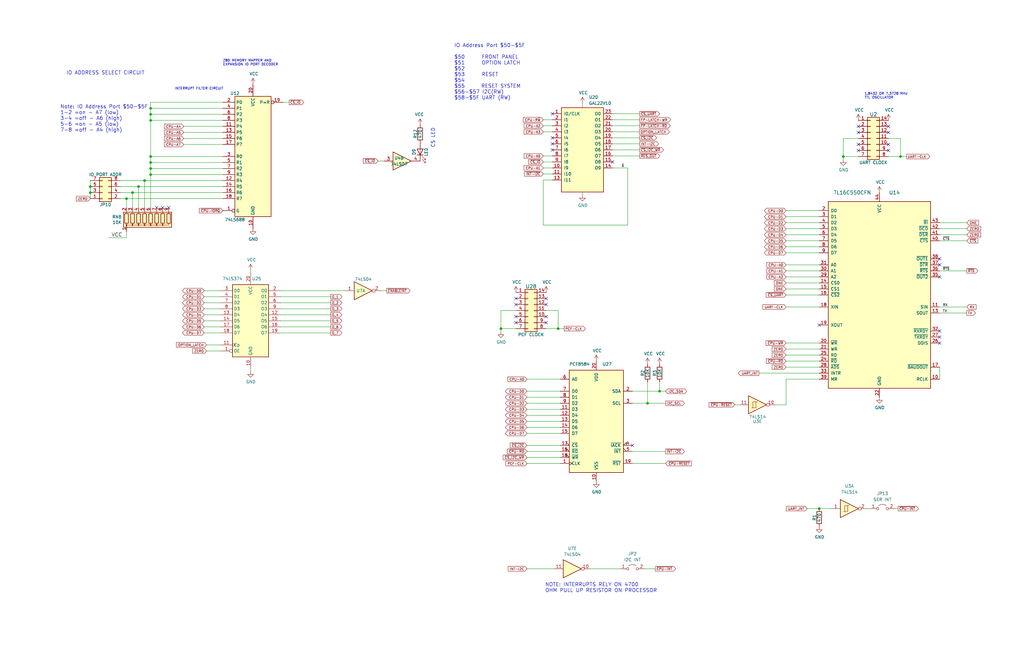
<source format=kicad_sch>
(kicad_sch (version 20211123) (generator eeschema)

  (uuid 745beb59-db8b-44b4-80b3-06646af53166)

  (paper "B")

  (title_block
    (title "Duodyne 65816 CPU board")
    (date "2024-05-05")
    (rev "V1.3")
  )

  (lib_symbols
    (symbol "74xx:74HCT374" (in_bom yes) (on_board yes)
      (property "Reference" "U" (id 0) (at -7.62 16.51 0)
        (effects (font (size 1.27 1.27)))
      )
      (property "Value" "74HCT374" (id 1) (at -7.62 -16.51 0)
        (effects (font (size 1.27 1.27)))
      )
      (property "Footprint" "" (id 2) (at 0 0 0)
        (effects (font (size 1.27 1.27)) hide)
      )
      (property "Datasheet" "https://www.ti.com/lit/ds/symlink/cd74hct374.pdf" (id 3) (at 0 0 0)
        (effects (font (size 1.27 1.27)) hide)
      )
      (property "ki_keywords" "HCTMOS DFF DFF8 REG 3State" (id 4) (at 0 0 0)
        (effects (font (size 1.27 1.27)) hide)
      )
      (property "ki_description" "8-bit Register, 3-state outputs" (id 5) (at 0 0 0)
        (effects (font (size 1.27 1.27)) hide)
      )
      (property "ki_fp_filters" "DIP?20* SOIC?20* SO?20*" (id 6) (at 0 0 0)
        (effects (font (size 1.27 1.27)) hide)
      )
      (symbol "74HCT374_1_0"
        (pin input inverted (at -12.7 -12.7 0) (length 5.08)
          (name "OE" (effects (font (size 1.27 1.27))))
          (number "1" (effects (font (size 1.27 1.27))))
        )
        (pin power_in line (at 0 -20.32 90) (length 5.08)
          (name "GND" (effects (font (size 1.27 1.27))))
          (number "10" (effects (font (size 1.27 1.27))))
        )
        (pin input clock (at -12.7 -10.16 0) (length 5.08)
          (name "Cp" (effects (font (size 1.27 1.27))))
          (number "11" (effects (font (size 1.27 1.27))))
        )
        (pin tri_state line (at 12.7 2.54 180) (length 5.08)
          (name "O4" (effects (font (size 1.27 1.27))))
          (number "12" (effects (font (size 1.27 1.27))))
        )
        (pin input line (at -12.7 2.54 0) (length 5.08)
          (name "D4" (effects (font (size 1.27 1.27))))
          (number "13" (effects (font (size 1.27 1.27))))
        )
        (pin input line (at -12.7 0 0) (length 5.08)
          (name "D5" (effects (font (size 1.27 1.27))))
          (number "14" (effects (font (size 1.27 1.27))))
        )
        (pin tri_state line (at 12.7 0 180) (length 5.08)
          (name "O5" (effects (font (size 1.27 1.27))))
          (number "15" (effects (font (size 1.27 1.27))))
        )
        (pin tri_state line (at 12.7 -2.54 180) (length 5.08)
          (name "O6" (effects (font (size 1.27 1.27))))
          (number "16" (effects (font (size 1.27 1.27))))
        )
        (pin input line (at -12.7 -2.54 0) (length 5.08)
          (name "D6" (effects (font (size 1.27 1.27))))
          (number "17" (effects (font (size 1.27 1.27))))
        )
        (pin input line (at -12.7 -5.08 0) (length 5.08)
          (name "D7" (effects (font (size 1.27 1.27))))
          (number "18" (effects (font (size 1.27 1.27))))
        )
        (pin tri_state line (at 12.7 -5.08 180) (length 5.08)
          (name "O7" (effects (font (size 1.27 1.27))))
          (number "19" (effects (font (size 1.27 1.27))))
        )
        (pin tri_state line (at 12.7 12.7 180) (length 5.08)
          (name "O0" (effects (font (size 1.27 1.27))))
          (number "2" (effects (font (size 1.27 1.27))))
        )
        (pin power_in line (at 0 20.32 270) (length 5.08)
          (name "VCC" (effects (font (size 1.27 1.27))))
          (number "20" (effects (font (size 1.27 1.27))))
        )
        (pin input line (at -12.7 12.7 0) (length 5.08)
          (name "D0" (effects (font (size 1.27 1.27))))
          (number "3" (effects (font (size 1.27 1.27))))
        )
        (pin input line (at -12.7 10.16 0) (length 5.08)
          (name "D1" (effects (font (size 1.27 1.27))))
          (number "4" (effects (font (size 1.27 1.27))))
        )
        (pin tri_state line (at 12.7 10.16 180) (length 5.08)
          (name "O1" (effects (font (size 1.27 1.27))))
          (number "5" (effects (font (size 1.27 1.27))))
        )
        (pin tri_state line (at 12.7 7.62 180) (length 5.08)
          (name "O2" (effects (font (size 1.27 1.27))))
          (number "6" (effects (font (size 1.27 1.27))))
        )
        (pin input line (at -12.7 7.62 0) (length 5.08)
          (name "D2" (effects (font (size 1.27 1.27))))
          (number "7" (effects (font (size 1.27 1.27))))
        )
        (pin input line (at -12.7 5.08 0) (length 5.08)
          (name "D3" (effects (font (size 1.27 1.27))))
          (number "8" (effects (font (size 1.27 1.27))))
        )
        (pin tri_state line (at 12.7 5.08 180) (length 5.08)
          (name "O3" (effects (font (size 1.27 1.27))))
          (number "9" (effects (font (size 1.27 1.27))))
        )
      )
      (symbol "74HCT374_1_1"
        (rectangle (start -7.62 15.24) (end 7.62 -15.24)
          (stroke (width 0.254) (type default) (color 0 0 0 0))
          (fill (type background))
        )
      )
    )
    (symbol "74xx:74LS04" (in_bom yes) (on_board yes)
      (property "Reference" "U" (id 0) (at 0 1.27 0)
        (effects (font (size 1.27 1.27)))
      )
      (property "Value" "74LS04" (id 1) (at 0 -1.27 0)
        (effects (font (size 1.27 1.27)))
      )
      (property "Footprint" "" (id 2) (at 0 0 0)
        (effects (font (size 1.27 1.27)) hide)
      )
      (property "Datasheet" "http://www.ti.com/lit/gpn/sn74LS04" (id 3) (at 0 0 0)
        (effects (font (size 1.27 1.27)) hide)
      )
      (property "ki_locked" "" (id 4) (at 0 0 0)
        (effects (font (size 1.27 1.27)))
      )
      (property "ki_keywords" "TTL not inv" (id 5) (at 0 0 0)
        (effects (font (size 1.27 1.27)) hide)
      )
      (property "ki_description" "Hex Inverter" (id 6) (at 0 0 0)
        (effects (font (size 1.27 1.27)) hide)
      )
      (property "ki_fp_filters" "DIP*W7.62mm* SSOP?14* TSSOP?14*" (id 7) (at 0 0 0)
        (effects (font (size 1.27 1.27)) hide)
      )
      (symbol "74LS04_1_0"
        (polyline
          (pts
            (xy -3.81 3.81)
            (xy -3.81 -3.81)
            (xy 3.81 0)
            (xy -3.81 3.81)
          )
          (stroke (width 0.254) (type default) (color 0 0 0 0))
          (fill (type background))
        )
        (pin input line (at -7.62 0 0) (length 3.81)
          (name "~" (effects (font (size 1.27 1.27))))
          (number "1" (effects (font (size 1.27 1.27))))
        )
        (pin output inverted (at 7.62 0 180) (length 3.81)
          (name "~" (effects (font (size 1.27 1.27))))
          (number "2" (effects (font (size 1.27 1.27))))
        )
      )
      (symbol "74LS04_2_0"
        (polyline
          (pts
            (xy -3.81 3.81)
            (xy -3.81 -3.81)
            (xy 3.81 0)
            (xy -3.81 3.81)
          )
          (stroke (width 0.254) (type default) (color 0 0 0 0))
          (fill (type background))
        )
        (pin input line (at -7.62 0 0) (length 3.81)
          (name "~" (effects (font (size 1.27 1.27))))
          (number "3" (effects (font (size 1.27 1.27))))
        )
        (pin output inverted (at 7.62 0 180) (length 3.81)
          (name "~" (effects (font (size 1.27 1.27))))
          (number "4" (effects (font (size 1.27 1.27))))
        )
      )
      (symbol "74LS04_3_0"
        (polyline
          (pts
            (xy -3.81 3.81)
            (xy -3.81 -3.81)
            (xy 3.81 0)
            (xy -3.81 3.81)
          )
          (stroke (width 0.254) (type default) (color 0 0 0 0))
          (fill (type background))
        )
        (pin input line (at -7.62 0 0) (length 3.81)
          (name "~" (effects (font (size 1.27 1.27))))
          (number "5" (effects (font (size 1.27 1.27))))
        )
        (pin output inverted (at 7.62 0 180) (length 3.81)
          (name "~" (effects (font (size 1.27 1.27))))
          (number "6" (effects (font (size 1.27 1.27))))
        )
      )
      (symbol "74LS04_4_0"
        (polyline
          (pts
            (xy -3.81 3.81)
            (xy -3.81 -3.81)
            (xy 3.81 0)
            (xy -3.81 3.81)
          )
          (stroke (width 0.254) (type default) (color 0 0 0 0))
          (fill (type background))
        )
        (pin output inverted (at 7.62 0 180) (length 3.81)
          (name "~" (effects (font (size 1.27 1.27))))
          (number "8" (effects (font (size 1.27 1.27))))
        )
        (pin input line (at -7.62 0 0) (length 3.81)
          (name "~" (effects (font (size 1.27 1.27))))
          (number "9" (effects (font (size 1.27 1.27))))
        )
      )
      (symbol "74LS04_5_0"
        (polyline
          (pts
            (xy -3.81 3.81)
            (xy -3.81 -3.81)
            (xy 3.81 0)
            (xy -3.81 3.81)
          )
          (stroke (width 0.254) (type default) (color 0 0 0 0))
          (fill (type background))
        )
        (pin output inverted (at 7.62 0 180) (length 3.81)
          (name "~" (effects (font (size 1.27 1.27))))
          (number "10" (effects (font (size 1.27 1.27))))
        )
        (pin input line (at -7.62 0 0) (length 3.81)
          (name "~" (effects (font (size 1.27 1.27))))
          (number "11" (effects (font (size 1.27 1.27))))
        )
      )
      (symbol "74LS04_6_0"
        (polyline
          (pts
            (xy -3.81 3.81)
            (xy -3.81 -3.81)
            (xy 3.81 0)
            (xy -3.81 3.81)
          )
          (stroke (width 0.254) (type default) (color 0 0 0 0))
          (fill (type background))
        )
        (pin output inverted (at 7.62 0 180) (length 3.81)
          (name "~" (effects (font (size 1.27 1.27))))
          (number "12" (effects (font (size 1.27 1.27))))
        )
        (pin input line (at -7.62 0 0) (length 3.81)
          (name "~" (effects (font (size 1.27 1.27))))
          (number "13" (effects (font (size 1.27 1.27))))
        )
      )
      (symbol "74LS04_7_0"
        (pin power_in line (at 0 12.7 270) (length 5.08)
          (name "VCC" (effects (font (size 1.27 1.27))))
          (number "14" (effects (font (size 1.27 1.27))))
        )
        (pin power_in line (at 0 -12.7 90) (length 5.08)
          (name "GND" (effects (font (size 1.27 1.27))))
          (number "7" (effects (font (size 1.27 1.27))))
        )
      )
      (symbol "74LS04_7_1"
        (rectangle (start -5.08 7.62) (end 5.08 -7.62)
          (stroke (width 0.254) (type default) (color 0 0 0 0))
          (fill (type background))
        )
      )
    )
    (symbol "74xx:74LS07" (pin_names (offset 1.016)) (in_bom yes) (on_board yes)
      (property "Reference" "U" (id 0) (at 0 1.27 0)
        (effects (font (size 1.27 1.27)))
      )
      (property "Value" "74LS07" (id 1) (at 0 -1.27 0)
        (effects (font (size 1.27 1.27)))
      )
      (property "Footprint" "" (id 2) (at 0 0 0)
        (effects (font (size 1.27 1.27)) hide)
      )
      (property "Datasheet" "www.ti.com/lit/ds/symlink/sn74ls07.pdf" (id 3) (at 0 0 0)
        (effects (font (size 1.27 1.27)) hide)
      )
      (property "ki_locked" "" (id 4) (at 0 0 0)
        (effects (font (size 1.27 1.27)))
      )
      (property "ki_keywords" "TTL hex buffer OpenCol" (id 5) (at 0 0 0)
        (effects (font (size 1.27 1.27)) hide)
      )
      (property "ki_description" "Hex Buffers and Drivers With Open Collector High Voltage Outputs" (id 6) (at 0 0 0)
        (effects (font (size 1.27 1.27)) hide)
      )
      (property "ki_fp_filters" "SOIC*3.9x8.7mm*P1.27mm* TSSOP*4.4x5mm*P0.65mm* DIP*W7.62mm*" (id 7) (at 0 0 0)
        (effects (font (size 1.27 1.27)) hide)
      )
      (symbol "74LS07_1_0"
        (polyline
          (pts
            (xy -3.81 3.81)
            (xy -3.81 -3.81)
            (xy 3.81 0)
            (xy -3.81 3.81)
          )
          (stroke (width 0.254) (type default) (color 0 0 0 0))
          (fill (type background))
        )
        (pin input line (at -7.62 0 0) (length 3.81)
          (name "~" (effects (font (size 1.27 1.27))))
          (number "1" (effects (font (size 1.27 1.27))))
        )
        (pin open_collector line (at 7.62 0 180) (length 3.81)
          (name "~" (effects (font (size 1.27 1.27))))
          (number "2" (effects (font (size 1.27 1.27))))
        )
      )
      (symbol "74LS07_2_0"
        (polyline
          (pts
            (xy -3.81 3.81)
            (xy -3.81 -3.81)
            (xy 3.81 0)
            (xy -3.81 3.81)
          )
          (stroke (width 0.254) (type default) (color 0 0 0 0))
          (fill (type background))
        )
        (pin input line (at -7.62 0 0) (length 3.81)
          (name "~" (effects (font (size 1.27 1.27))))
          (number "3" (effects (font (size 1.27 1.27))))
        )
        (pin open_collector line (at 7.62 0 180) (length 3.81)
          (name "~" (effects (font (size 1.27 1.27))))
          (number "4" (effects (font (size 1.27 1.27))))
        )
      )
      (symbol "74LS07_3_0"
        (polyline
          (pts
            (xy -3.81 3.81)
            (xy -3.81 -3.81)
            (xy 3.81 0)
            (xy -3.81 3.81)
          )
          (stroke (width 0.254) (type default) (color 0 0 0 0))
          (fill (type background))
        )
        (pin input line (at -7.62 0 0) (length 3.81)
          (name "~" (effects (font (size 1.27 1.27))))
          (number "5" (effects (font (size 1.27 1.27))))
        )
        (pin open_collector line (at 7.62 0 180) (length 3.81)
          (name "~" (effects (font (size 1.27 1.27))))
          (number "6" (effects (font (size 1.27 1.27))))
        )
      )
      (symbol "74LS07_4_0"
        (polyline
          (pts
            (xy -3.81 3.81)
            (xy -3.81 -3.81)
            (xy 3.81 0)
            (xy -3.81 3.81)
          )
          (stroke (width 0.254) (type default) (color 0 0 0 0))
          (fill (type background))
        )
        (pin open_collector line (at 7.62 0 180) (length 3.81)
          (name "~" (effects (font (size 1.27 1.27))))
          (number "8" (effects (font (size 1.27 1.27))))
        )
        (pin input line (at -7.62 0 0) (length 3.81)
          (name "~" (effects (font (size 1.27 1.27))))
          (number "9" (effects (font (size 1.27 1.27))))
        )
      )
      (symbol "74LS07_5_0"
        (polyline
          (pts
            (xy -3.81 3.81)
            (xy -3.81 -3.81)
            (xy 3.81 0)
            (xy -3.81 3.81)
          )
          (stroke (width 0.254) (type default) (color 0 0 0 0))
          (fill (type background))
        )
        (pin open_collector line (at 7.62 0 180) (length 3.81)
          (name "~" (effects (font (size 1.27 1.27))))
          (number "10" (effects (font (size 1.27 1.27))))
        )
        (pin input line (at -7.62 0 0) (length 3.81)
          (name "~" (effects (font (size 1.27 1.27))))
          (number "11" (effects (font (size 1.27 1.27))))
        )
      )
      (symbol "74LS07_6_0"
        (polyline
          (pts
            (xy -3.81 3.81)
            (xy -3.81 -3.81)
            (xy 3.81 0)
            (xy -3.81 3.81)
          )
          (stroke (width 0.254) (type default) (color 0 0 0 0))
          (fill (type background))
        )
        (pin open_collector line (at 7.62 0 180) (length 3.81)
          (name "~" (effects (font (size 1.27 1.27))))
          (number "12" (effects (font (size 1.27 1.27))))
        )
        (pin input line (at -7.62 0 0) (length 3.81)
          (name "~" (effects (font (size 1.27 1.27))))
          (number "13" (effects (font (size 1.27 1.27))))
        )
      )
      (symbol "74LS07_7_0"
        (pin power_in line (at 0 12.7 270) (length 5.08)
          (name "VCC" (effects (font (size 1.27 1.27))))
          (number "14" (effects (font (size 1.27 1.27))))
        )
        (pin power_in line (at 0 -12.7 90) (length 5.08)
          (name "GND" (effects (font (size 1.27 1.27))))
          (number "7" (effects (font (size 1.27 1.27))))
        )
      )
      (symbol "74LS07_7_1"
        (rectangle (start -5.08 7.62) (end 5.08 -7.62)
          (stroke (width 0.254) (type default) (color 0 0 0 0))
          (fill (type background))
        )
      )
    )
    (symbol "74xx:74LS14" (pin_names (offset 1.016)) (in_bom yes) (on_board yes)
      (property "Reference" "U" (id 0) (at 0 1.27 0)
        (effects (font (size 1.27 1.27)))
      )
      (property "Value" "74LS14" (id 1) (at 0 -1.27 0)
        (effects (font (size 1.27 1.27)))
      )
      (property "Footprint" "" (id 2) (at 0 0 0)
        (effects (font (size 1.27 1.27)) hide)
      )
      (property "Datasheet" "http://www.ti.com/lit/gpn/sn74LS14" (id 3) (at 0 0 0)
        (effects (font (size 1.27 1.27)) hide)
      )
      (property "ki_locked" "" (id 4) (at 0 0 0)
        (effects (font (size 1.27 1.27)))
      )
      (property "ki_keywords" "TTL not inverter" (id 5) (at 0 0 0)
        (effects (font (size 1.27 1.27)) hide)
      )
      (property "ki_description" "Hex inverter schmitt trigger" (id 6) (at 0 0 0)
        (effects (font (size 1.27 1.27)) hide)
      )
      (property "ki_fp_filters" "DIP*W7.62mm*" (id 7) (at 0 0 0)
        (effects (font (size 1.27 1.27)) hide)
      )
      (symbol "74LS14_1_0"
        (polyline
          (pts
            (xy -3.81 3.81)
            (xy -3.81 -3.81)
            (xy 3.81 0)
            (xy -3.81 3.81)
          )
          (stroke (width 0.254) (type default) (color 0 0 0 0))
          (fill (type background))
        )
        (pin input line (at -7.62 0 0) (length 3.81)
          (name "~" (effects (font (size 1.27 1.27))))
          (number "1" (effects (font (size 1.27 1.27))))
        )
        (pin output inverted (at 7.62 0 180) (length 3.81)
          (name "~" (effects (font (size 1.27 1.27))))
          (number "2" (effects (font (size 1.27 1.27))))
        )
      )
      (symbol "74LS14_1_1"
        (polyline
          (pts
            (xy -1.905 -1.27)
            (xy -1.905 1.27)
            (xy -0.635 1.27)
          )
          (stroke (width 0) (type default) (color 0 0 0 0))
          (fill (type none))
        )
        (polyline
          (pts
            (xy -2.54 -1.27)
            (xy -0.635 -1.27)
            (xy -0.635 1.27)
            (xy 0 1.27)
          )
          (stroke (width 0) (type default) (color 0 0 0 0))
          (fill (type none))
        )
      )
      (symbol "74LS14_2_0"
        (polyline
          (pts
            (xy -3.81 3.81)
            (xy -3.81 -3.81)
            (xy 3.81 0)
            (xy -3.81 3.81)
          )
          (stroke (width 0.254) (type default) (color 0 0 0 0))
          (fill (type background))
        )
        (pin input line (at -7.62 0 0) (length 3.81)
          (name "~" (effects (font (size 1.27 1.27))))
          (number "3" (effects (font (size 1.27 1.27))))
        )
        (pin output inverted (at 7.62 0 180) (length 3.81)
          (name "~" (effects (font (size 1.27 1.27))))
          (number "4" (effects (font (size 1.27 1.27))))
        )
      )
      (symbol "74LS14_2_1"
        (polyline
          (pts
            (xy -1.905 -1.27)
            (xy -1.905 1.27)
            (xy -0.635 1.27)
          )
          (stroke (width 0) (type default) (color 0 0 0 0))
          (fill (type none))
        )
        (polyline
          (pts
            (xy -2.54 -1.27)
            (xy -0.635 -1.27)
            (xy -0.635 1.27)
            (xy 0 1.27)
          )
          (stroke (width 0) (type default) (color 0 0 0 0))
          (fill (type none))
        )
      )
      (symbol "74LS14_3_0"
        (polyline
          (pts
            (xy -3.81 3.81)
            (xy -3.81 -3.81)
            (xy 3.81 0)
            (xy -3.81 3.81)
          )
          (stroke (width 0.254) (type default) (color 0 0 0 0))
          (fill (type background))
        )
        (pin input line (at -7.62 0 0) (length 3.81)
          (name "~" (effects (font (size 1.27 1.27))))
          (number "5" (effects (font (size 1.27 1.27))))
        )
        (pin output inverted (at 7.62 0 180) (length 3.81)
          (name "~" (effects (font (size 1.27 1.27))))
          (number "6" (effects (font (size 1.27 1.27))))
        )
      )
      (symbol "74LS14_3_1"
        (polyline
          (pts
            (xy -1.905 -1.27)
            (xy -1.905 1.27)
            (xy -0.635 1.27)
          )
          (stroke (width 0) (type default) (color 0 0 0 0))
          (fill (type none))
        )
        (polyline
          (pts
            (xy -2.54 -1.27)
            (xy -0.635 -1.27)
            (xy -0.635 1.27)
            (xy 0 1.27)
          )
          (stroke (width 0) (type default) (color 0 0 0 0))
          (fill (type none))
        )
      )
      (symbol "74LS14_4_0"
        (polyline
          (pts
            (xy -3.81 3.81)
            (xy -3.81 -3.81)
            (xy 3.81 0)
            (xy -3.81 3.81)
          )
          (stroke (width 0.254) (type default) (color 0 0 0 0))
          (fill (type background))
        )
        (pin output inverted (at 7.62 0 180) (length 3.81)
          (name "~" (effects (font (size 1.27 1.27))))
          (number "8" (effects (font (size 1.27 1.27))))
        )
        (pin input line (at -7.62 0 0) (length 3.81)
          (name "~" (effects (font (size 1.27 1.27))))
          (number "9" (effects (font (size 1.27 1.27))))
        )
      )
      (symbol "74LS14_4_1"
        (polyline
          (pts
            (xy -1.905 -1.27)
            (xy -1.905 1.27)
            (xy -0.635 1.27)
          )
          (stroke (width 0) (type default) (color 0 0 0 0))
          (fill (type none))
        )
        (polyline
          (pts
            (xy -2.54 -1.27)
            (xy -0.635 -1.27)
            (xy -0.635 1.27)
            (xy 0 1.27)
          )
          (stroke (width 0) (type default) (color 0 0 0 0))
          (fill (type none))
        )
      )
      (symbol "74LS14_5_0"
        (polyline
          (pts
            (xy -3.81 3.81)
            (xy -3.81 -3.81)
            (xy 3.81 0)
            (xy -3.81 3.81)
          )
          (stroke (width 0.254) (type default) (color 0 0 0 0))
          (fill (type background))
        )
        (pin output inverted (at 7.62 0 180) (length 3.81)
          (name "~" (effects (font (size 1.27 1.27))))
          (number "10" (effects (font (size 1.27 1.27))))
        )
        (pin input line (at -7.62 0 0) (length 3.81)
          (name "~" (effects (font (size 1.27 1.27))))
          (number "11" (effects (font (size 1.27 1.27))))
        )
      )
      (symbol "74LS14_5_1"
        (polyline
          (pts
            (xy -1.905 -1.27)
            (xy -1.905 1.27)
            (xy -0.635 1.27)
          )
          (stroke (width 0) (type default) (color 0 0 0 0))
          (fill (type none))
        )
        (polyline
          (pts
            (xy -2.54 -1.27)
            (xy -0.635 -1.27)
            (xy -0.635 1.27)
            (xy 0 1.27)
          )
          (stroke (width 0) (type default) (color 0 0 0 0))
          (fill (type none))
        )
      )
      (symbol "74LS14_6_0"
        (polyline
          (pts
            (xy -3.81 3.81)
            (xy -3.81 -3.81)
            (xy 3.81 0)
            (xy -3.81 3.81)
          )
          (stroke (width 0.254) (type default) (color 0 0 0 0))
          (fill (type background))
        )
        (pin output inverted (at 7.62 0 180) (length 3.81)
          (name "~" (effects (font (size 1.27 1.27))))
          (number "12" (effects (font (size 1.27 1.27))))
        )
        (pin input line (at -7.62 0 0) (length 3.81)
          (name "~" (effects (font (size 1.27 1.27))))
          (number "13" (effects (font (size 1.27 1.27))))
        )
      )
      (symbol "74LS14_6_1"
        (polyline
          (pts
            (xy -1.905 -1.27)
            (xy -1.905 1.27)
            (xy -0.635 1.27)
          )
          (stroke (width 0) (type default) (color 0 0 0 0))
          (fill (type none))
        )
        (polyline
          (pts
            (xy -2.54 -1.27)
            (xy -0.635 -1.27)
            (xy -0.635 1.27)
            (xy 0 1.27)
          )
          (stroke (width 0) (type default) (color 0 0 0 0))
          (fill (type none))
        )
      )
      (symbol "74LS14_7_0"
        (pin power_in line (at 0 12.7 270) (length 5.08)
          (name "VCC" (effects (font (size 1.27 1.27))))
          (number "14" (effects (font (size 1.27 1.27))))
        )
        (pin power_in line (at 0 -12.7 90) (length 5.08)
          (name "GND" (effects (font (size 1.27 1.27))))
          (number "7" (effects (font (size 1.27 1.27))))
        )
      )
      (symbol "74LS14_7_1"
        (rectangle (start -5.08 7.62) (end 5.08 -7.62)
          (stroke (width 0.254) (type default) (color 0 0 0 0))
          (fill (type background))
        )
      )
    )
    (symbol "74xx:74LS688" (in_bom yes) (on_board yes)
      (property "Reference" "U" (id 0) (at -7.62 26.67 0)
        (effects (font (size 1.27 1.27)))
      )
      (property "Value" "74LS688" (id 1) (at -7.62 -26.67 0)
        (effects (font (size 1.27 1.27)))
      )
      (property "Footprint" "" (id 2) (at 0 0 0)
        (effects (font (size 1.27 1.27)) hide)
      )
      (property "Datasheet" "http://www.ti.com/lit/gpn/sn74LS688" (id 3) (at 0 0 0)
        (effects (font (size 1.27 1.27)) hide)
      )
      (property "ki_keywords" "TTL DECOD Arith" (id 4) (at 0 0 0)
        (effects (font (size 1.27 1.27)) hide)
      )
      (property "ki_description" "8-bit magnitude comparator" (id 5) (at 0 0 0)
        (effects (font (size 1.27 1.27)) hide)
      )
      (property "ki_fp_filters" "DIP?20* SOIC?20* SO?20* TSSOP?20*" (id 6) (at 0 0 0)
        (effects (font (size 1.27 1.27)) hide)
      )
      (symbol "74LS688_1_0"
        (pin input inverted (at -12.7 -22.86 0) (length 5.08)
          (name "G" (effects (font (size 1.27 1.27))))
          (number "1" (effects (font (size 1.27 1.27))))
        )
        (pin power_in line (at 0 -30.48 90) (length 5.08)
          (name "GND" (effects (font (size 1.27 1.27))))
          (number "10" (effects (font (size 1.27 1.27))))
        )
        (pin input line (at -12.7 12.7 0) (length 5.08)
          (name "P4" (effects (font (size 1.27 1.27))))
          (number "11" (effects (font (size 1.27 1.27))))
        )
        (pin input line (at -12.7 -10.16 0) (length 5.08)
          (name "R4" (effects (font (size 1.27 1.27))))
          (number "12" (effects (font (size 1.27 1.27))))
        )
        (pin input line (at -12.7 10.16 0) (length 5.08)
          (name "P5" (effects (font (size 1.27 1.27))))
          (number "13" (effects (font (size 1.27 1.27))))
        )
        (pin input line (at -12.7 -12.7 0) (length 5.08)
          (name "R5" (effects (font (size 1.27 1.27))))
          (number "14" (effects (font (size 1.27 1.27))))
        )
        (pin input line (at -12.7 7.62 0) (length 5.08)
          (name "P6" (effects (font (size 1.27 1.27))))
          (number "15" (effects (font (size 1.27 1.27))))
        )
        (pin input line (at -12.7 -15.24 0) (length 5.08)
          (name "R6" (effects (font (size 1.27 1.27))))
          (number "16" (effects (font (size 1.27 1.27))))
        )
        (pin input line (at -12.7 5.08 0) (length 5.08)
          (name "P7" (effects (font (size 1.27 1.27))))
          (number "17" (effects (font (size 1.27 1.27))))
        )
        (pin input line (at -12.7 -17.78 0) (length 5.08)
          (name "R7" (effects (font (size 1.27 1.27))))
          (number "18" (effects (font (size 1.27 1.27))))
        )
        (pin output inverted (at 12.7 22.86 180) (length 5.08)
          (name "P=R" (effects (font (size 1.27 1.27))))
          (number "19" (effects (font (size 1.27 1.27))))
        )
        (pin input line (at -12.7 22.86 0) (length 5.08)
          (name "P0" (effects (font (size 1.27 1.27))))
          (number "2" (effects (font (size 1.27 1.27))))
        )
        (pin power_in line (at 0 30.48 270) (length 5.08)
          (name "VCC" (effects (font (size 1.27 1.27))))
          (number "20" (effects (font (size 1.27 1.27))))
        )
        (pin input line (at -12.7 0 0) (length 5.08)
          (name "R0" (effects (font (size 1.27 1.27))))
          (number "3" (effects (font (size 1.27 1.27))))
        )
        (pin input line (at -12.7 20.32 0) (length 5.08)
          (name "P1" (effects (font (size 1.27 1.27))))
          (number "4" (effects (font (size 1.27 1.27))))
        )
        (pin input line (at -12.7 -2.54 0) (length 5.08)
          (name "R1" (effects (font (size 1.27 1.27))))
          (number "5" (effects (font (size 1.27 1.27))))
        )
        (pin input line (at -12.7 17.78 0) (length 5.08)
          (name "P2" (effects (font (size 1.27 1.27))))
          (number "6" (effects (font (size 1.27 1.27))))
        )
        (pin input line (at -12.7 -5.08 0) (length 5.08)
          (name "R2" (effects (font (size 1.27 1.27))))
          (number "7" (effects (font (size 1.27 1.27))))
        )
        (pin input line (at -12.7 15.24 0) (length 5.08)
          (name "P3" (effects (font (size 1.27 1.27))))
          (number "8" (effects (font (size 1.27 1.27))))
        )
        (pin input line (at -12.7 -7.62 0) (length 5.08)
          (name "R3" (effects (font (size 1.27 1.27))))
          (number "9" (effects (font (size 1.27 1.27))))
        )
      )
      (symbol "74LS688_1_1"
        (rectangle (start -7.62 25.4) (end 7.62 -25.4)
          (stroke (width 0.254) (type default) (color 0 0 0 0))
          (fill (type background))
        )
      )
    )
    (symbol "Connector_Generic:Conn_02x04_Odd_Even" (pin_names (offset 1.016) hide) (in_bom yes) (on_board yes)
      (property "Reference" "J" (id 0) (at 1.27 5.08 0)
        (effects (font (size 1.27 1.27)))
      )
      (property "Value" "Conn_02x04_Odd_Even" (id 1) (at 1.27 -7.62 0)
        (effects (font (size 1.27 1.27)))
      )
      (property "Footprint" "" (id 2) (at 0 0 0)
        (effects (font (size 1.27 1.27)) hide)
      )
      (property "Datasheet" "~" (id 3) (at 0 0 0)
        (effects (font (size 1.27 1.27)) hide)
      )
      (property "ki_keywords" "connector" (id 4) (at 0 0 0)
        (effects (font (size 1.27 1.27)) hide)
      )
      (property "ki_description" "Generic connector, double row, 02x04, odd/even pin numbering scheme (row 1 odd numbers, row 2 even numbers), script generated (kicad-library-utils/schlib/autogen/connector/)" (id 5) (at 0 0 0)
        (effects (font (size 1.27 1.27)) hide)
      )
      (property "ki_fp_filters" "Connector*:*_2x??_*" (id 6) (at 0 0 0)
        (effects (font (size 1.27 1.27)) hide)
      )
      (symbol "Conn_02x04_Odd_Even_1_1"
        (rectangle (start -1.27 -4.953) (end 0 -5.207)
          (stroke (width 0.1524) (type default) (color 0 0 0 0))
          (fill (type none))
        )
        (rectangle (start -1.27 -2.413) (end 0 -2.667)
          (stroke (width 0.1524) (type default) (color 0 0 0 0))
          (fill (type none))
        )
        (rectangle (start -1.27 0.127) (end 0 -0.127)
          (stroke (width 0.1524) (type default) (color 0 0 0 0))
          (fill (type none))
        )
        (rectangle (start -1.27 2.667) (end 0 2.413)
          (stroke (width 0.1524) (type default) (color 0 0 0 0))
          (fill (type none))
        )
        (rectangle (start -1.27 3.81) (end 3.81 -6.35)
          (stroke (width 0.254) (type default) (color 0 0 0 0))
          (fill (type background))
        )
        (rectangle (start 3.81 -4.953) (end 2.54 -5.207)
          (stroke (width 0.1524) (type default) (color 0 0 0 0))
          (fill (type none))
        )
        (rectangle (start 3.81 -2.413) (end 2.54 -2.667)
          (stroke (width 0.1524) (type default) (color 0 0 0 0))
          (fill (type none))
        )
        (rectangle (start 3.81 0.127) (end 2.54 -0.127)
          (stroke (width 0.1524) (type default) (color 0 0 0 0))
          (fill (type none))
        )
        (rectangle (start 3.81 2.667) (end 2.54 2.413)
          (stroke (width 0.1524) (type default) (color 0 0 0 0))
          (fill (type none))
        )
        (pin passive line (at -5.08 2.54 0) (length 3.81)
          (name "Pin_1" (effects (font (size 1.27 1.27))))
          (number "1" (effects (font (size 1.27 1.27))))
        )
        (pin passive line (at 7.62 2.54 180) (length 3.81)
          (name "Pin_2" (effects (font (size 1.27 1.27))))
          (number "2" (effects (font (size 1.27 1.27))))
        )
        (pin passive line (at -5.08 0 0) (length 3.81)
          (name "Pin_3" (effects (font (size 1.27 1.27))))
          (number "3" (effects (font (size 1.27 1.27))))
        )
        (pin passive line (at 7.62 0 180) (length 3.81)
          (name "Pin_4" (effects (font (size 1.27 1.27))))
          (number "4" (effects (font (size 1.27 1.27))))
        )
        (pin passive line (at -5.08 -2.54 0) (length 3.81)
          (name "Pin_5" (effects (font (size 1.27 1.27))))
          (number "5" (effects (font (size 1.27 1.27))))
        )
        (pin passive line (at 7.62 -2.54 180) (length 3.81)
          (name "Pin_6" (effects (font (size 1.27 1.27))))
          (number "6" (effects (font (size 1.27 1.27))))
        )
        (pin passive line (at -5.08 -5.08 0) (length 3.81)
          (name "Pin_7" (effects (font (size 1.27 1.27))))
          (number "7" (effects (font (size 1.27 1.27))))
        )
        (pin passive line (at 7.62 -5.08 180) (length 3.81)
          (name "Pin_8" (effects (font (size 1.27 1.27))))
          (number "8" (effects (font (size 1.27 1.27))))
        )
      )
    )
    (symbol "Connector_Generic:Conn_02x07_Counter_Clockwise" (pin_names (offset 1.016) hide) (in_bom yes) (on_board yes)
      (property "Reference" "J" (id 0) (at 1.27 10.16 0)
        (effects (font (size 1.27 1.27)))
      )
      (property "Value" "Conn_02x07_Counter_Clockwise" (id 1) (at 1.27 -10.16 0)
        (effects (font (size 1.27 1.27)))
      )
      (property "Footprint" "" (id 2) (at 0 0 0)
        (effects (font (size 1.27 1.27)) hide)
      )
      (property "Datasheet" "~" (id 3) (at 0 0 0)
        (effects (font (size 1.27 1.27)) hide)
      )
      (property "ki_keywords" "connector" (id 4) (at 0 0 0)
        (effects (font (size 1.27 1.27)) hide)
      )
      (property "ki_description" "Generic connector, double row, 02x07, counter clockwise pin numbering scheme (similar to DIP package numbering), script generated (kicad-library-utils/schlib/autogen/connector/)" (id 5) (at 0 0 0)
        (effects (font (size 1.27 1.27)) hide)
      )
      (property "ki_fp_filters" "Connector*:*_2x??_*" (id 6) (at 0 0 0)
        (effects (font (size 1.27 1.27)) hide)
      )
      (symbol "Conn_02x07_Counter_Clockwise_1_1"
        (rectangle (start -1.27 -7.493) (end 0 -7.747)
          (stroke (width 0.1524) (type default) (color 0 0 0 0))
          (fill (type none))
        )
        (rectangle (start -1.27 -4.953) (end 0 -5.207)
          (stroke (width 0.1524) (type default) (color 0 0 0 0))
          (fill (type none))
        )
        (rectangle (start -1.27 -2.413) (end 0 -2.667)
          (stroke (width 0.1524) (type default) (color 0 0 0 0))
          (fill (type none))
        )
        (rectangle (start -1.27 0.127) (end 0 -0.127)
          (stroke (width 0.1524) (type default) (color 0 0 0 0))
          (fill (type none))
        )
        (rectangle (start -1.27 2.667) (end 0 2.413)
          (stroke (width 0.1524) (type default) (color 0 0 0 0))
          (fill (type none))
        )
        (rectangle (start -1.27 5.207) (end 0 4.953)
          (stroke (width 0.1524) (type default) (color 0 0 0 0))
          (fill (type none))
        )
        (rectangle (start -1.27 7.747) (end 0 7.493)
          (stroke (width 0.1524) (type default) (color 0 0 0 0))
          (fill (type none))
        )
        (rectangle (start -1.27 8.89) (end 3.81 -8.89)
          (stroke (width 0.254) (type default) (color 0 0 0 0))
          (fill (type background))
        )
        (rectangle (start 3.81 -7.493) (end 2.54 -7.747)
          (stroke (width 0.1524) (type default) (color 0 0 0 0))
          (fill (type none))
        )
        (rectangle (start 3.81 -4.953) (end 2.54 -5.207)
          (stroke (width 0.1524) (type default) (color 0 0 0 0))
          (fill (type none))
        )
        (rectangle (start 3.81 -2.413) (end 2.54 -2.667)
          (stroke (width 0.1524) (type default) (color 0 0 0 0))
          (fill (type none))
        )
        (rectangle (start 3.81 0.127) (end 2.54 -0.127)
          (stroke (width 0.1524) (type default) (color 0 0 0 0))
          (fill (type none))
        )
        (rectangle (start 3.81 2.667) (end 2.54 2.413)
          (stroke (width 0.1524) (type default) (color 0 0 0 0))
          (fill (type none))
        )
        (rectangle (start 3.81 5.207) (end 2.54 4.953)
          (stroke (width 0.1524) (type default) (color 0 0 0 0))
          (fill (type none))
        )
        (rectangle (start 3.81 7.747) (end 2.54 7.493)
          (stroke (width 0.1524) (type default) (color 0 0 0 0))
          (fill (type none))
        )
        (pin passive line (at -5.08 7.62 0) (length 3.81)
          (name "Pin_1" (effects (font (size 1.27 1.27))))
          (number "1" (effects (font (size 1.27 1.27))))
        )
        (pin passive line (at 7.62 -2.54 180) (length 3.81)
          (name "Pin_10" (effects (font (size 1.27 1.27))))
          (number "10" (effects (font (size 1.27 1.27))))
        )
        (pin passive line (at 7.62 0 180) (length 3.81)
          (name "Pin_11" (effects (font (size 1.27 1.27))))
          (number "11" (effects (font (size 1.27 1.27))))
        )
        (pin passive line (at 7.62 2.54 180) (length 3.81)
          (name "Pin_12" (effects (font (size 1.27 1.27))))
          (number "12" (effects (font (size 1.27 1.27))))
        )
        (pin passive line (at 7.62 5.08 180) (length 3.81)
          (name "Pin_13" (effects (font (size 1.27 1.27))))
          (number "13" (effects (font (size 1.27 1.27))))
        )
        (pin passive line (at 7.62 7.62 180) (length 3.81)
          (name "Pin_14" (effects (font (size 1.27 1.27))))
          (number "14" (effects (font (size 1.27 1.27))))
        )
        (pin passive line (at -5.08 5.08 0) (length 3.81)
          (name "Pin_2" (effects (font (size 1.27 1.27))))
          (number "2" (effects (font (size 1.27 1.27))))
        )
        (pin passive line (at -5.08 2.54 0) (length 3.81)
          (name "Pin_3" (effects (font (size 1.27 1.27))))
          (number "3" (effects (font (size 1.27 1.27))))
        )
        (pin passive line (at -5.08 0 0) (length 3.81)
          (name "Pin_4" (effects (font (size 1.27 1.27))))
          (number "4" (effects (font (size 1.27 1.27))))
        )
        (pin passive line (at -5.08 -2.54 0) (length 3.81)
          (name "Pin_5" (effects (font (size 1.27 1.27))))
          (number "5" (effects (font (size 1.27 1.27))))
        )
        (pin passive line (at -5.08 -5.08 0) (length 3.81)
          (name "Pin_6" (effects (font (size 1.27 1.27))))
          (number "6" (effects (font (size 1.27 1.27))))
        )
        (pin passive line (at -5.08 -7.62 0) (length 3.81)
          (name "Pin_7" (effects (font (size 1.27 1.27))))
          (number "7" (effects (font (size 1.27 1.27))))
        )
        (pin passive line (at 7.62 -7.62 180) (length 3.81)
          (name "Pin_8" (effects (font (size 1.27 1.27))))
          (number "8" (effects (font (size 1.27 1.27))))
        )
        (pin passive line (at 7.62 -5.08 180) (length 3.81)
          (name "Pin_9" (effects (font (size 1.27 1.27))))
          (number "9" (effects (font (size 1.27 1.27))))
        )
      )
    )
    (symbol "Device:LED" (pin_numbers hide) (pin_names (offset 1.016) hide) (in_bom yes) (on_board yes)
      (property "Reference" "D" (id 0) (at 0 2.54 0)
        (effects (font (size 1.27 1.27)))
      )
      (property "Value" "LED" (id 1) (at 0 -2.54 0)
        (effects (font (size 1.27 1.27)))
      )
      (property "Footprint" "" (id 2) (at 0 0 0)
        (effects (font (size 1.27 1.27)) hide)
      )
      (property "Datasheet" "~" (id 3) (at 0 0 0)
        (effects (font (size 1.27 1.27)) hide)
      )
      (property "ki_keywords" "LED diode" (id 4) (at 0 0 0)
        (effects (font (size 1.27 1.27)) hide)
      )
      (property "ki_description" "Light emitting diode" (id 5) (at 0 0 0)
        (effects (font (size 1.27 1.27)) hide)
      )
      (property "ki_fp_filters" "LED* LED_SMD:* LED_THT:*" (id 6) (at 0 0 0)
        (effects (font (size 1.27 1.27)) hide)
      )
      (symbol "LED_0_1"
        (polyline
          (pts
            (xy -1.27 -1.27)
            (xy -1.27 1.27)
          )
          (stroke (width 0.254) (type default) (color 0 0 0 0))
          (fill (type none))
        )
        (polyline
          (pts
            (xy -1.27 0)
            (xy 1.27 0)
          )
          (stroke (width 0) (type default) (color 0 0 0 0))
          (fill (type none))
        )
        (polyline
          (pts
            (xy 1.27 -1.27)
            (xy 1.27 1.27)
            (xy -1.27 0)
            (xy 1.27 -1.27)
          )
          (stroke (width 0.254) (type default) (color 0 0 0 0))
          (fill (type none))
        )
        (polyline
          (pts
            (xy -3.048 -0.762)
            (xy -4.572 -2.286)
            (xy -3.81 -2.286)
            (xy -4.572 -2.286)
            (xy -4.572 -1.524)
          )
          (stroke (width 0) (type default) (color 0 0 0 0))
          (fill (type none))
        )
        (polyline
          (pts
            (xy -1.778 -0.762)
            (xy -3.302 -2.286)
            (xy -2.54 -2.286)
            (xy -3.302 -2.286)
            (xy -3.302 -1.524)
          )
          (stroke (width 0) (type default) (color 0 0 0 0))
          (fill (type none))
        )
      )
      (symbol "LED_1_1"
        (pin passive line (at -3.81 0 0) (length 2.54)
          (name "K" (effects (font (size 1.27 1.27))))
          (number "1" (effects (font (size 1.27 1.27))))
        )
        (pin passive line (at 3.81 0 180) (length 2.54)
          (name "A" (effects (font (size 1.27 1.27))))
          (number "2" (effects (font (size 1.27 1.27))))
        )
      )
    )
    (symbol "Device:R" (pin_numbers hide) (pin_names (offset 0)) (in_bom yes) (on_board yes)
      (property "Reference" "R" (id 0) (at 2.032 0 90)
        (effects (font (size 1.27 1.27)))
      )
      (property "Value" "R" (id 1) (at 0 0 90)
        (effects (font (size 1.27 1.27)))
      )
      (property "Footprint" "" (id 2) (at -1.778 0 90)
        (effects (font (size 1.27 1.27)) hide)
      )
      (property "Datasheet" "~" (id 3) (at 0 0 0)
        (effects (font (size 1.27 1.27)) hide)
      )
      (property "ki_keywords" "R res resistor" (id 4) (at 0 0 0)
        (effects (font (size 1.27 1.27)) hide)
      )
      (property "ki_description" "Resistor" (id 5) (at 0 0 0)
        (effects (font (size 1.27 1.27)) hide)
      )
      (property "ki_fp_filters" "R_*" (id 6) (at 0 0 0)
        (effects (font (size 1.27 1.27)) hide)
      )
      (symbol "R_0_1"
        (rectangle (start -1.016 -2.54) (end 1.016 2.54)
          (stroke (width 0.254) (type default) (color 0 0 0 0))
          (fill (type none))
        )
      )
      (symbol "R_1_1"
        (pin passive line (at 0 3.81 270) (length 1.27)
          (name "~" (effects (font (size 1.27 1.27))))
          (number "1" (effects (font (size 1.27 1.27))))
        )
        (pin passive line (at 0 -3.81 90) (length 1.27)
          (name "~" (effects (font (size 1.27 1.27))))
          (number "2" (effects (font (size 1.27 1.27))))
        )
      )
    )
    (symbol "Device:R_Network08" (pin_names (offset 0) hide) (in_bom yes) (on_board yes)
      (property "Reference" "RN" (id 0) (at -12.7 0 90)
        (effects (font (size 1.27 1.27)))
      )
      (property "Value" "R_Network08" (id 1) (at 10.16 0 90)
        (effects (font (size 1.27 1.27)))
      )
      (property "Footprint" "Resistor_THT:R_Array_SIP9" (id 2) (at 12.065 0 90)
        (effects (font (size 1.27 1.27)) hide)
      )
      (property "Datasheet" "http://www.vishay.com/docs/31509/csc.pdf" (id 3) (at 0 0 0)
        (effects (font (size 1.27 1.27)) hide)
      )
      (property "ki_keywords" "R network star-topology" (id 4) (at 0 0 0)
        (effects (font (size 1.27 1.27)) hide)
      )
      (property "ki_description" "8 resistor network, star topology, bussed resistors, small symbol" (id 5) (at 0 0 0)
        (effects (font (size 1.27 1.27)) hide)
      )
      (property "ki_fp_filters" "R?Array?SIP*" (id 6) (at 0 0 0)
        (effects (font (size 1.27 1.27)) hide)
      )
      (symbol "R_Network08_0_1"
        (rectangle (start -11.43 -3.175) (end 8.89 3.175)
          (stroke (width 0.254) (type default) (color 0 0 0 0))
          (fill (type background))
        )
        (rectangle (start -10.922 1.524) (end -9.398 -2.54)
          (stroke (width 0.254) (type default) (color 0 0 0 0))
          (fill (type none))
        )
        (circle (center -10.16 2.286) (radius 0.254)
          (stroke (width 0) (type default) (color 0 0 0 0))
          (fill (type outline))
        )
        (rectangle (start -8.382 1.524) (end -6.858 -2.54)
          (stroke (width 0.254) (type default) (color 0 0 0 0))
          (fill (type none))
        )
        (circle (center -7.62 2.286) (radius 0.254)
          (stroke (width 0) (type default) (color 0 0 0 0))
          (fill (type outline))
        )
        (rectangle (start -5.842 1.524) (end -4.318 -2.54)
          (stroke (width 0.254) (type default) (color 0 0 0 0))
          (fill (type none))
        )
        (circle (center -5.08 2.286) (radius 0.254)
          (stroke (width 0) (type default) (color 0 0 0 0))
          (fill (type outline))
        )
        (rectangle (start -3.302 1.524) (end -1.778 -2.54)
          (stroke (width 0.254) (type default) (color 0 0 0 0))
          (fill (type none))
        )
        (circle (center -2.54 2.286) (radius 0.254)
          (stroke (width 0) (type default) (color 0 0 0 0))
          (fill (type outline))
        )
        (rectangle (start -0.762 1.524) (end 0.762 -2.54)
          (stroke (width 0.254) (type default) (color 0 0 0 0))
          (fill (type none))
        )
        (polyline
          (pts
            (xy -10.16 -2.54)
            (xy -10.16 -3.81)
          )
          (stroke (width 0) (type default) (color 0 0 0 0))
          (fill (type none))
        )
        (polyline
          (pts
            (xy -7.62 -2.54)
            (xy -7.62 -3.81)
          )
          (stroke (width 0) (type default) (color 0 0 0 0))
          (fill (type none))
        )
        (polyline
          (pts
            (xy -5.08 -2.54)
            (xy -5.08 -3.81)
          )
          (stroke (width 0) (type default) (color 0 0 0 0))
          (fill (type none))
        )
        (polyline
          (pts
            (xy -2.54 -2.54)
            (xy -2.54 -3.81)
          )
          (stroke (width 0) (type default) (color 0 0 0 0))
          (fill (type none))
        )
        (polyline
          (pts
            (xy 0 -2.54)
            (xy 0 -3.81)
          )
          (stroke (width 0) (type default) (color 0 0 0 0))
          (fill (type none))
        )
        (polyline
          (pts
            (xy 2.54 -2.54)
            (xy 2.54 -3.81)
          )
          (stroke (width 0) (type default) (color 0 0 0 0))
          (fill (type none))
        )
        (polyline
          (pts
            (xy 5.08 -2.54)
            (xy 5.08 -3.81)
          )
          (stroke (width 0) (type default) (color 0 0 0 0))
          (fill (type none))
        )
        (polyline
          (pts
            (xy 7.62 -2.54)
            (xy 7.62 -3.81)
          )
          (stroke (width 0) (type default) (color 0 0 0 0))
          (fill (type none))
        )
        (polyline
          (pts
            (xy -10.16 1.524)
            (xy -10.16 2.286)
            (xy -7.62 2.286)
            (xy -7.62 1.524)
          )
          (stroke (width 0) (type default) (color 0 0 0 0))
          (fill (type none))
        )
        (polyline
          (pts
            (xy -7.62 1.524)
            (xy -7.62 2.286)
            (xy -5.08 2.286)
            (xy -5.08 1.524)
          )
          (stroke (width 0) (type default) (color 0 0 0 0))
          (fill (type none))
        )
        (polyline
          (pts
            (xy -5.08 1.524)
            (xy -5.08 2.286)
            (xy -2.54 2.286)
            (xy -2.54 1.524)
          )
          (stroke (width 0) (type default) (color 0 0 0 0))
          (fill (type none))
        )
        (polyline
          (pts
            (xy -2.54 1.524)
            (xy -2.54 2.286)
            (xy 0 2.286)
            (xy 0 1.524)
          )
          (stroke (width 0) (type default) (color 0 0 0 0))
          (fill (type none))
        )
        (polyline
          (pts
            (xy 0 1.524)
            (xy 0 2.286)
            (xy 2.54 2.286)
            (xy 2.54 1.524)
          )
          (stroke (width 0) (type default) (color 0 0 0 0))
          (fill (type none))
        )
        (polyline
          (pts
            (xy 2.54 1.524)
            (xy 2.54 2.286)
            (xy 5.08 2.286)
            (xy 5.08 1.524)
          )
          (stroke (width 0) (type default) (color 0 0 0 0))
          (fill (type none))
        )
        (polyline
          (pts
            (xy 5.08 1.524)
            (xy 5.08 2.286)
            (xy 7.62 2.286)
            (xy 7.62 1.524)
          )
          (stroke (width 0) (type default) (color 0 0 0 0))
          (fill (type none))
        )
        (circle (center 0 2.286) (radius 0.254)
          (stroke (width 0) (type default) (color 0 0 0 0))
          (fill (type outline))
        )
        (rectangle (start 1.778 1.524) (end 3.302 -2.54)
          (stroke (width 0.254) (type default) (color 0 0 0 0))
          (fill (type none))
        )
        (circle (center 2.54 2.286) (radius 0.254)
          (stroke (width 0) (type default) (color 0 0 0 0))
          (fill (type outline))
        )
        (rectangle (start 4.318 1.524) (end 5.842 -2.54)
          (stroke (width 0.254) (type default) (color 0 0 0 0))
          (fill (type none))
        )
        (circle (center 5.08 2.286) (radius 0.254)
          (stroke (width 0) (type default) (color 0 0 0 0))
          (fill (type outline))
        )
        (rectangle (start 6.858 1.524) (end 8.382 -2.54)
          (stroke (width 0.254) (type default) (color 0 0 0 0))
          (fill (type none))
        )
      )
      (symbol "R_Network08_1_1"
        (pin passive line (at -10.16 5.08 270) (length 2.54)
          (name "common" (effects (font (size 1.27 1.27))))
          (number "1" (effects (font (size 1.27 1.27))))
        )
        (pin passive line (at -10.16 -5.08 90) (length 1.27)
          (name "R1" (effects (font (size 1.27 1.27))))
          (number "2" (effects (font (size 1.27 1.27))))
        )
        (pin passive line (at -7.62 -5.08 90) (length 1.27)
          (name "R2" (effects (font (size 1.27 1.27))))
          (number "3" (effects (font (size 1.27 1.27))))
        )
        (pin passive line (at -5.08 -5.08 90) (length 1.27)
          (name "R3" (effects (font (size 1.27 1.27))))
          (number "4" (effects (font (size 1.27 1.27))))
        )
        (pin passive line (at -2.54 -5.08 90) (length 1.27)
          (name "R4" (effects (font (size 1.27 1.27))))
          (number "5" (effects (font (size 1.27 1.27))))
        )
        (pin passive line (at 0 -5.08 90) (length 1.27)
          (name "R5" (effects (font (size 1.27 1.27))))
          (number "6" (effects (font (size 1.27 1.27))))
        )
        (pin passive line (at 2.54 -5.08 90) (length 1.27)
          (name "R6" (effects (font (size 1.27 1.27))))
          (number "7" (effects (font (size 1.27 1.27))))
        )
        (pin passive line (at 5.08 -5.08 90) (length 1.27)
          (name "R7" (effects (font (size 1.27 1.27))))
          (number "8" (effects (font (size 1.27 1.27))))
        )
        (pin passive line (at 7.62 -5.08 90) (length 1.27)
          (name "R8" (effects (font (size 1.27 1.27))))
          (number "9" (effects (font (size 1.27 1.27))))
        )
      )
    )
    (symbol "Interface_Expansion:PCF8584" (pin_names (offset 1.016)) (in_bom yes) (on_board yes)
      (property "Reference" "U" (id 0) (at -11.43 22.86 0)
        (effects (font (size 1.27 1.27)) (justify left))
      )
      (property "Value" "PCF8584" (id 1) (at 3.81 22.86 0)
        (effects (font (size 1.27 1.27)) (justify left))
      )
      (property "Footprint" "" (id 2) (at 0 0 0)
        (effects (font (size 1.27 1.27)) hide)
      )
      (property "Datasheet" "http://www.nxp.com/documents/data_sheet/PCF8584.pdf" (id 3) (at 0 0 0)
        (effects (font (size 1.27 1.27)) hide)
      )
      (property "ki_keywords" "I2C Bus" (id 4) (at 0 0 0)
        (effects (font (size 1.27 1.27)) hide)
      )
      (property "ki_description" "I2C Bus Controller, DIP/SOIC-20" (id 5) (at 0 0 0)
        (effects (font (size 1.27 1.27)) hide)
      )
      (property "ki_fp_filters" "DIP* PDIP* SO* SOIC*" (id 6) (at 0 0 0)
        (effects (font (size 1.27 1.27)) hide)
      )
      (symbol "PCF8584_0_1"
        (rectangle (start -11.43 -21.59) (end 11.43 21.59)
          (stroke (width 0.254) (type default) (color 0 0 0 0))
          (fill (type background))
        )
      )
      (symbol "PCF8584_1_1"
        (pin input clock (at -15.24 -17.78 0) (length 3.81)
          (name "CLK" (effects (font (size 1.27 1.27))))
          (number "1" (effects (font (size 1.27 1.27))))
        )
        (pin power_in line (at 0 -25.4 90) (length 3.81)
          (name "VSS" (effects (font (size 1.27 1.27))))
          (number "10" (effects (font (size 1.27 1.27))))
        )
        (pin tri_state line (at -15.24 5.08 0) (length 3.81)
          (name "D3" (effects (font (size 1.27 1.27))))
          (number "11" (effects (font (size 1.27 1.27))))
        )
        (pin tri_state line (at -15.24 2.54 0) (length 3.81)
          (name "D4" (effects (font (size 1.27 1.27))))
          (number "12" (effects (font (size 1.27 1.27))))
        )
        (pin tri_state line (at -15.24 0 0) (length 3.81)
          (name "D5" (effects (font (size 1.27 1.27))))
          (number "13" (effects (font (size 1.27 1.27))))
        )
        (pin tri_state line (at -15.24 -2.54 0) (length 3.81)
          (name "D6" (effects (font (size 1.27 1.27))))
          (number "14" (effects (font (size 1.27 1.27))))
        )
        (pin tri_state line (at -15.24 -5.08 0) (length 3.81)
          (name "D7" (effects (font (size 1.27 1.27))))
          (number "15" (effects (font (size 1.27 1.27))))
        )
        (pin passive input_low (at -15.24 -12.7 0) (length 3.81)
          (name "~{RD}" (effects (font (size 1.27 1.27))))
          (number "16" (effects (font (size 1.27 1.27))))
        )
        (pin input input_low (at -15.24 -10.16 0) (length 3.81)
          (name "~{CS}" (effects (font (size 1.27 1.27))))
          (number "17" (effects (font (size 1.27 1.27))))
        )
        (pin input input_low (at -15.24 -15.24 0) (length 3.81)
          (name "~{WR}" (effects (font (size 1.27 1.27))))
          (number "18" (effects (font (size 1.27 1.27))))
        )
        (pin bidirectional line (at 15.24 -17.78 180) (length 3.81)
          (name "~{RST}" (effects (font (size 1.27 1.27))))
          (number "19" (effects (font (size 1.27 1.27))))
        )
        (pin bidirectional line (at 15.24 12.7 180) (length 3.81)
          (name "SDA" (effects (font (size 1.27 1.27))))
          (number "2" (effects (font (size 1.27 1.27))))
        )
        (pin power_in line (at 0 25.4 270) (length 3.81)
          (name "VDD" (effects (font (size 1.27 1.27))))
          (number "20" (effects (font (size 1.27 1.27))))
        )
        (pin bidirectional line (at 15.24 7.62 180) (length 3.81)
          (name "SCL" (effects (font (size 1.27 1.27))))
          (number "3" (effects (font (size 1.27 1.27))))
        )
        (pin input input_low (at 15.24 -10.16 180) (length 3.81)
          (name "~{IACK}" (effects (font (size 1.27 1.27))))
          (number "4" (effects (font (size 1.27 1.27))))
        )
        (pin output output_low (at 15.24 -12.7 180) (length 3.81)
          (name "~{INT}" (effects (font (size 1.27 1.27))))
          (number "5" (effects (font (size 1.27 1.27))))
        )
        (pin input line (at -15.24 17.78 0) (length 3.81)
          (name "A0" (effects (font (size 1.27 1.27))))
          (number "6" (effects (font (size 1.27 1.27))))
        )
        (pin tri_state line (at -15.24 12.7 0) (length 3.81)
          (name "D0" (effects (font (size 1.27 1.27))))
          (number "7" (effects (font (size 1.27 1.27))))
        )
        (pin tri_state line (at -15.24 10.16 0) (length 3.81)
          (name "D1" (effects (font (size 1.27 1.27))))
          (number "8" (effects (font (size 1.27 1.27))))
        )
        (pin tri_state line (at -15.24 7.62 0) (length 3.81)
          (name "D2" (effects (font (size 1.27 1.27))))
          (number "9" (effects (font (size 1.27 1.27))))
        )
      )
    )
    (symbol "Jumper:Jumper_2_Open" (pin_names (offset 0) hide) (in_bom yes) (on_board yes)
      (property "Reference" "JP" (id 0) (at 0 2.794 0)
        (effects (font (size 1.27 1.27)))
      )
      (property "Value" "Jumper_2_Open" (id 1) (at 0 -2.286 0)
        (effects (font (size 1.27 1.27)))
      )
      (property "Footprint" "" (id 2) (at 0 0 0)
        (effects (font (size 1.27 1.27)) hide)
      )
      (property "Datasheet" "~" (id 3) (at 0 0 0)
        (effects (font (size 1.27 1.27)) hide)
      )
      (property "ki_keywords" "Jumper SPST" (id 4) (at 0 0 0)
        (effects (font (size 1.27 1.27)) hide)
      )
      (property "ki_description" "Jumper, 2-pole, open" (id 5) (at 0 0 0)
        (effects (font (size 1.27 1.27)) hide)
      )
      (property "ki_fp_filters" "Jumper* TestPoint*2Pads* TestPoint*Bridge*" (id 6) (at 0 0 0)
        (effects (font (size 1.27 1.27)) hide)
      )
      (symbol "Jumper_2_Open_0_0"
        (circle (center -2.032 0) (radius 0.508)
          (stroke (width 0) (type default) (color 0 0 0 0))
          (fill (type none))
        )
        (circle (center 2.032 0) (radius 0.508)
          (stroke (width 0) (type default) (color 0 0 0 0))
          (fill (type none))
        )
      )
      (symbol "Jumper_2_Open_0_1"
        (arc (start 1.524 1.27) (mid 0 1.778) (end -1.524 1.27)
          (stroke (width 0) (type default) (color 0 0 0 0))
          (fill (type none))
        )
      )
      (symbol "Jumper_2_Open_1_1"
        (pin passive line (at -5.08 0 0) (length 2.54)
          (name "A" (effects (font (size 1.27 1.27))))
          (number "1" (effects (font (size 1.27 1.27))))
        )
        (pin passive line (at 5.08 0 180) (length 2.54)
          (name "B" (effects (font (size 1.27 1.27))))
          (number "2" (effects (font (size 1.27 1.27))))
        )
      )
    )
    (symbol "TL16C550CFN:TL16C550CFN-Interface_UART" (pin_names (offset 1.016)) (in_bom yes) (on_board yes)
      (property "Reference" "U14" (id 0) (at 6.35 43.18 0)
        (effects (font (size 1.524 1.524)))
      )
      (property "Value" "TL16C550CFN-Interface_UART" (id 1) (at -11.43 43.18 0)
        (effects (font (size 1.524 1.524)))
      )
      (property "Footprint" "Package_LCC:PLCC-44_THT-Socket" (id 2) (at 0 0 0)
        (effects (font (size 1.524 1.524)) hide)
      )
      (property "Datasheet" "" (id 3) (at 0 0 0)
        (effects (font (size 1.524 1.524)) hide)
      )
      (symbol "TL16C550CFN-Interface_UART_1_1"
        (rectangle (start -21.59 -39.37) (end 21.59 39.37)
          (stroke (width 0.254) (type default) (color 0 0 0 0))
          (fill (type background))
        )
        (pin no_connect line (at -13.97 -44.45 90) (length 5.08) hide
          (name "nc" (effects (font (size 1.27 1.27))))
          (number "1" (effects (font (size 1.27 1.27))))
        )
        (pin input line (at 25.4 -35.56 180) (length 3.81)
          (name "RCLK" (effects (font (size 1.27 1.27))))
          (number "10" (effects (font (size 1.27 1.27))))
        )
        (pin input line (at 25.4 -5.08 180) (length 3.81)
          (name "SIN" (effects (font (size 1.27 1.27))))
          (number "11" (effects (font (size 1.27 1.27))))
        )
        (pin no_connect line (at -11.43 -44.45 90) (length 5.08) hide
          (name "nc" (effects (font (size 1.27 1.27))))
          (number "12" (effects (font (size 1.27 1.27))))
        )
        (pin output line (at 25.4 -7.62 180) (length 3.81)
          (name "SOUT" (effects (font (size 1.27 1.27))))
          (number "13" (effects (font (size 1.27 1.27))))
        )
        (pin input line (at -25.4 5.08 0) (length 3.81)
          (name "CS0" (effects (font (size 1.27 1.27))))
          (number "14" (effects (font (size 1.27 1.27))))
        )
        (pin input line (at -25.4 2.54 0) (length 3.81)
          (name "CS1" (effects (font (size 1.27 1.27))))
          (number "15" (effects (font (size 1.27 1.27))))
        )
        (pin input line (at -25.4 0 0) (length 3.81)
          (name "~{CS2}" (effects (font (size 1.27 1.27))))
          (number "16" (effects (font (size 1.27 1.27))))
        )
        (pin output line (at 25.4 -30.48 180) (length 3.81)
          (name "~{BAUDOUT}" (effects (font (size 1.27 1.27))))
          (number "17" (effects (font (size 1.27 1.27))))
        )
        (pin input line (at -25.4 -5.08 0) (length 3.81)
          (name "XIN" (effects (font (size 1.27 1.27))))
          (number "18" (effects (font (size 1.27 1.27))))
        )
        (pin output line (at -25.4 -12.7 0) (length 3.81)
          (name "XOUT" (effects (font (size 1.27 1.27))))
          (number "19" (effects (font (size 1.27 1.27))))
        )
        (pin bidirectional line (at -25.4 35.56 0) (length 3.81)
          (name "D0" (effects (font (size 1.27 1.27))))
          (number "2" (effects (font (size 1.27 1.27))))
        )
        (pin input line (at -25.4 -20.32 0) (length 3.81)
          (name "~{WR}" (effects (font (size 1.27 1.27))))
          (number "20" (effects (font (size 1.27 1.27))))
        )
        (pin input line (at -25.4 -22.86 0) (length 3.81)
          (name "WR" (effects (font (size 1.27 1.27))))
          (number "21" (effects (font (size 1.27 1.27))))
        )
        (pin power_in line (at 0 -43.18 90) (length 3.81)
          (name "GND" (effects (font (size 1.27 1.27))))
          (number "22" (effects (font (size 1.27 1.27))))
        )
        (pin no_connect line (at -8.89 -44.45 90) (length 5.08) hide
          (name "nc" (effects (font (size 1.27 1.27))))
          (number "23" (effects (font (size 1.27 1.27))))
        )
        (pin input line (at -25.4 -27.94 0) (length 3.81)
          (name "~{RD}" (effects (font (size 1.27 1.27))))
          (number "24" (effects (font (size 1.27 1.27))))
        )
        (pin input line (at -25.4 -25.4 0) (length 3.81)
          (name "RD" (effects (font (size 1.27 1.27))))
          (number "25" (effects (font (size 1.27 1.27))))
        )
        (pin output line (at 25.4 -20.32 180) (length 3.81)
          (name "DDIS" (effects (font (size 1.27 1.27))))
          (number "26" (effects (font (size 1.27 1.27))))
        )
        (pin output line (at 25.4 -17.78 180) (length 3.81)
          (name "~{TXRDY}" (effects (font (size 1.27 1.27))))
          (number "27" (effects (font (size 1.27 1.27))))
        )
        (pin input line (at -25.4 -30.48 0) (length 3.81)
          (name "~{ADS}" (effects (font (size 1.27 1.27))))
          (number "28" (effects (font (size 1.27 1.27))))
        )
        (pin input line (at -25.4 7.62 0) (length 3.81)
          (name "A2" (effects (font (size 1.27 1.27))))
          (number "29" (effects (font (size 1.27 1.27))))
        )
        (pin bidirectional line (at -25.4 33.02 0) (length 3.81)
          (name "D1" (effects (font (size 1.27 1.27))))
          (number "3" (effects (font (size 1.27 1.27))))
        )
        (pin input line (at -25.4 10.16 0) (length 3.81)
          (name "A1" (effects (font (size 1.27 1.27))))
          (number "30" (effects (font (size 1.27 1.27))))
        )
        (pin input line (at -25.4 12.7 0) (length 3.81)
          (name "A0" (effects (font (size 1.27 1.27))))
          (number "31" (effects (font (size 1.27 1.27))))
        )
        (pin output line (at 25.4 -15.24 180) (length 3.81)
          (name "~{RXRDY}" (effects (font (size 1.27 1.27))))
          (number "32" (effects (font (size 1.27 1.27))))
        )
        (pin output line (at -25.4 -33.02 0) (length 3.81)
          (name "INTR" (effects (font (size 1.27 1.27))))
          (number "33" (effects (font (size 1.27 1.27))))
        )
        (pin no_connect line (at -6.35 -44.45 90) (length 5.08) hide
          (name "nc" (effects (font (size 1.27 1.27))))
          (number "34" (effects (font (size 1.27 1.27))))
        )
        (pin output line (at 25.4 7.62 180) (length 3.81)
          (name "~{OUT2}" (effects (font (size 1.27 1.27))))
          (number "35" (effects (font (size 1.27 1.27))))
        )
        (pin output line (at 25.4 10.16 180) (length 3.81)
          (name "~{RTS}" (effects (font (size 1.27 1.27))))
          (number "36" (effects (font (size 1.27 1.27))))
        )
        (pin output line (at 25.4 12.7 180) (length 3.81)
          (name "~{DTR}" (effects (font (size 1.27 1.27))))
          (number "37" (effects (font (size 1.27 1.27))))
        )
        (pin output line (at 25.4 15.24 180) (length 3.81)
          (name "~{OUT1}" (effects (font (size 1.27 1.27))))
          (number "38" (effects (font (size 1.27 1.27))))
        )
        (pin input line (at -25.4 -35.56 0) (length 3.81)
          (name "MR" (effects (font (size 1.27 1.27))))
          (number "39" (effects (font (size 1.27 1.27))))
        )
        (pin bidirectional line (at -25.4 30.48 0) (length 3.81)
          (name "D2" (effects (font (size 1.27 1.27))))
          (number "4" (effects (font (size 1.27 1.27))))
        )
        (pin input line (at 25.4 22.86 180) (length 3.81)
          (name "~{CTS}" (effects (font (size 1.27 1.27))))
          (number "40" (effects (font (size 1.27 1.27))))
        )
        (pin input line (at 25.4 25.4 180) (length 3.81)
          (name "~{DSR}" (effects (font (size 1.27 1.27))))
          (number "41" (effects (font (size 1.27 1.27))))
        )
        (pin input line (at 25.4 27.94 180) (length 3.81)
          (name "~{DCD}" (effects (font (size 1.27 1.27))))
          (number "42" (effects (font (size 1.27 1.27))))
        )
        (pin input line (at 25.4 30.48 180) (length 3.81)
          (name "~{RI}" (effects (font (size 1.27 1.27))))
          (number "43" (effects (font (size 1.27 1.27))))
        )
        (pin power_in line (at 0 43.18 270) (length 3.81)
          (name "VCC" (effects (font (size 1.27 1.27))))
          (number "44" (effects (font (size 1.27 1.27))))
        )
        (pin bidirectional line (at -25.4 27.94 0) (length 3.81)
          (name "D3" (effects (font (size 1.27 1.27))))
          (number "5" (effects (font (size 1.27 1.27))))
        )
        (pin bidirectional line (at -25.4 25.4 0) (length 3.81)
          (name "D4" (effects (font (size 1.27 1.27))))
          (number "6" (effects (font (size 1.27 1.27))))
        )
        (pin bidirectional line (at -25.4 22.86 0) (length 3.81)
          (name "D5" (effects (font (size 1.27 1.27))))
          (number "7" (effects (font (size 1.27 1.27))))
        )
        (pin bidirectional line (at -25.4 20.32 0) (length 3.81)
          (name "D6" (effects (font (size 1.27 1.27))))
          (number "8" (effects (font (size 1.27 1.27))))
        )
        (pin bidirectional line (at -25.4 17.78 0) (length 3.81)
          (name "D7" (effects (font (size 1.27 1.27))))
          (number "9" (effects (font (size 1.27 1.27))))
        )
      )
    )
    (symbol "gal22v10:GAL22V10" (pin_names (offset 1.016)) (in_bom yes) (on_board yes)
      (property "Reference" "U" (id 0) (at -8.89 19.05 0)
        (effects (font (size 1.27 1.27)) (justify left))
      )
      (property "Value" "GAL22V10" (id 1) (at -1.27 19.05 0)
        (effects (font (size 1.27 1.27)) (justify left))
      )
      (property "Footprint" "" (id 2) (at 0 0 0)
        (effects (font (size 1.27 1.27)) hide)
      )
      (property "Datasheet" "" (id 3) (at 0 0 0)
        (effects (font (size 1.27 1.27)) hide)
      )
      (property "ki_fp_filters" "DIP* PDIP*" (id 4) (at 0 0 0)
        (effects (font (size 1.27 1.27)) hide)
      )
      (symbol "GAL22V10_0_1"
        (rectangle (start -8.89 -17.78) (end 8.89 17.78)
          (stroke (width 0.254) (type default) (color 0 0 0 0))
          (fill (type background))
        )
      )
      (symbol "GAL22V10_1_1"
        (pin input line (at -12.7 15.24 0) (length 3.81)
          (name "I0/CLK" (effects (font (size 1.27 1.27))))
          (number "1" (effects (font (size 1.27 1.27))))
        )
        (pin input line (at -12.7 -7.62 0) (length 3.81)
          (name "I9" (effects (font (size 1.27 1.27))))
          (number "10" (effects (font (size 1.27 1.27))))
        )
        (pin input line (at -12.7 -10.16 0) (length 3.81)
          (name "I10" (effects (font (size 1.27 1.27))))
          (number "11" (effects (font (size 1.27 1.27))))
        )
        (pin power_in line (at 0 -17.78 90) (length 0) hide
          (name "GND" (effects (font (size 1.27 1.27))))
          (number "12" (effects (font (size 1.27 1.27))))
        )
        (pin input line (at -12.7 -12.7 0) (length 3.81)
          (name "I11" (effects (font (size 1.27 1.27))))
          (number "13" (effects (font (size 1.27 1.27))))
        )
        (pin output line (at 12.7 -7.62 180) (length 3.81)
          (name "O9" (effects (font (size 1.27 1.27))))
          (number "14" (effects (font (size 1.27 1.27))))
        )
        (pin output line (at 12.7 -5.08 180) (length 3.81)
          (name "O8" (effects (font (size 1.27 1.27))))
          (number "15" (effects (font (size 1.27 1.27))))
        )
        (pin output line (at 12.7 -2.54 180) (length 3.81)
          (name "O7" (effects (font (size 1.27 1.27))))
          (number "16" (effects (font (size 1.27 1.27))))
        )
        (pin output line (at 12.7 0 180) (length 3.81)
          (name "O6" (effects (font (size 1.27 1.27))))
          (number "17" (effects (font (size 1.27 1.27))))
        )
        (pin output line (at 12.7 2.54 180) (length 3.81)
          (name "O5" (effects (font (size 1.27 1.27))))
          (number "18" (effects (font (size 1.27 1.27))))
        )
        (pin output line (at 12.7 5.08 180) (length 3.81)
          (name "O4" (effects (font (size 1.27 1.27))))
          (number "19" (effects (font (size 1.27 1.27))))
        )
        (pin input line (at -12.7 12.7 0) (length 3.81)
          (name "I1" (effects (font (size 1.27 1.27))))
          (number "2" (effects (font (size 1.27 1.27))))
        )
        (pin output line (at 12.7 7.62 180) (length 3.81)
          (name "O3" (effects (font (size 1.27 1.27))))
          (number "20" (effects (font (size 1.27 1.27))))
        )
        (pin output line (at 12.7 10.16 180) (length 3.81)
          (name "O2" (effects (font (size 1.27 1.27))))
          (number "21" (effects (font (size 1.27 1.27))))
        )
        (pin output line (at 12.7 12.7 180) (length 3.81)
          (name "O1" (effects (font (size 1.27 1.27))))
          (number "22" (effects (font (size 1.27 1.27))))
        )
        (pin output line (at 12.7 15.24 180) (length 3.81)
          (name "O0" (effects (font (size 1.27 1.27))))
          (number "23" (effects (font (size 1.27 1.27))))
        )
        (pin power_in line (at 0 17.78 270) (length 0) hide
          (name "VCC" (effects (font (size 1.27 1.27))))
          (number "24" (effects (font (size 1.27 1.27))))
        )
        (pin input line (at -12.7 10.16 0) (length 3.81)
          (name "I2" (effects (font (size 1.27 1.27))))
          (number "3" (effects (font (size 1.27 1.27))))
        )
        (pin input line (at -12.7 7.62 0) (length 3.81)
          (name "I3" (effects (font (size 1.27 1.27))))
          (number "4" (effects (font (size 1.27 1.27))))
        )
        (pin input line (at -12.7 5.08 0) (length 3.81)
          (name "I4" (effects (font (size 1.27 1.27))))
          (number "5" (effects (font (size 1.27 1.27))))
        )
        (pin input line (at -12.7 2.54 0) (length 3.81)
          (name "I5" (effects (font (size 1.27 1.27))))
          (number "6" (effects (font (size 1.27 1.27))))
        )
        (pin input line (at -12.7 0 0) (length 3.81)
          (name "I6" (effects (font (size 1.27 1.27))))
          (number "7" (effects (font (size 1.27 1.27))))
        )
        (pin input line (at -12.7 -2.54 0) (length 3.81)
          (name "I7" (effects (font (size 1.27 1.27))))
          (number "8" (effects (font (size 1.27 1.27))))
        )
        (pin input line (at -12.7 -5.08 0) (length 3.81)
          (name "I8" (effects (font (size 1.27 1.27))))
          (number "9" (effects (font (size 1.27 1.27))))
        )
      )
    )
    (symbol "power:GND" (power) (pin_names (offset 0)) (in_bom yes) (on_board yes)
      (property "Reference" "#PWR" (id 0) (at 0 -6.35 0)
        (effects (font (size 1.27 1.27)) hide)
      )
      (property "Value" "GND" (id 1) (at 0 -3.81 0)
        (effects (font (size 1.27 1.27)))
      )
      (property "Footprint" "" (id 2) (at 0 0 0)
        (effects (font (size 1.27 1.27)) hide)
      )
      (property "Datasheet" "" (id 3) (at 0 0 0)
        (effects (font (size 1.27 1.27)) hide)
      )
      (property "ki_keywords" "global power" (id 4) (at 0 0 0)
        (effects (font (size 1.27 1.27)) hide)
      )
      (property "ki_description" "Power symbol creates a global label with name \"GND\" , ground" (id 5) (at 0 0 0)
        (effects (font (size 1.27 1.27)) hide)
      )
      (symbol "GND_0_1"
        (polyline
          (pts
            (xy 0 0)
            (xy 0 -1.27)
            (xy 1.27 -1.27)
            (xy 0 -2.54)
            (xy -1.27 -1.27)
            (xy 0 -1.27)
          )
          (stroke (width 0) (type default) (color 0 0 0 0))
          (fill (type none))
        )
      )
      (symbol "GND_1_1"
        (pin power_in line (at 0 0 270) (length 0) hide
          (name "GND" (effects (font (size 1.27 1.27))))
          (number "1" (effects (font (size 1.27 1.27))))
        )
      )
    )
    (symbol "power:VCC" (power) (pin_names (offset 0)) (in_bom yes) (on_board yes)
      (property "Reference" "#PWR" (id 0) (at 0 -3.81 0)
        (effects (font (size 1.27 1.27)) hide)
      )
      (property "Value" "VCC" (id 1) (at 0 3.81 0)
        (effects (font (size 1.27 1.27)))
      )
      (property "Footprint" "" (id 2) (at 0 0 0)
        (effects (font (size 1.27 1.27)) hide)
      )
      (property "Datasheet" "" (id 3) (at 0 0 0)
        (effects (font (size 1.27 1.27)) hide)
      )
      (property "ki_keywords" "global power" (id 4) (at 0 0 0)
        (effects (font (size 1.27 1.27)) hide)
      )
      (property "ki_description" "Power symbol creates a global label with name \"VCC\"" (id 5) (at 0 0 0)
        (effects (font (size 1.27 1.27)) hide)
      )
      (symbol "VCC_0_1"
        (polyline
          (pts
            (xy -0.762 1.27)
            (xy 0 2.54)
          )
          (stroke (width 0) (type default) (color 0 0 0 0))
          (fill (type none))
        )
        (polyline
          (pts
            (xy 0 0)
            (xy 0 2.54)
          )
          (stroke (width 0) (type default) (color 0 0 0 0))
          (fill (type none))
        )
        (polyline
          (pts
            (xy 0 2.54)
            (xy 0.762 1.27)
          )
          (stroke (width 0) (type default) (color 0 0 0 0))
          (fill (type none))
        )
      )
      (symbol "VCC_1_1"
        (pin power_in line (at 0 0 90) (length 0) hide
          (name "VCC" (effects (font (size 1.27 1.27))))
          (number "1" (effects (font (size 1.27 1.27))))
        )
      )
    )
  )

  (junction (at 63.5 50.8) (diameter 0) (color 0 0 0 0)
    (uuid 0192494a-4486-41d9-919e-4fb9e1df51e9)
  )
  (junction (at 58.42 78.74) (diameter 0) (color 0 0 0 0)
    (uuid 1537aacd-1025-412d-8563-5d41f5d7d6a4)
  )
  (junction (at 38.1 78.74) (diameter 0) (color 0 0 0 0)
    (uuid 29e36b12-189e-4ad3-af9c-0ed4daf63b4f)
  )
  (junction (at 63.5 48.26) (diameter 0) (color 0 0 0 0)
    (uuid 2b53814a-63bc-46ac-80b9-da3b8afc0bba)
  )
  (junction (at 60.96 76.2) (diameter 0) (color 0 0 0 0)
    (uuid 33edd89b-1a8d-417a-ae86-3171c562fc59)
  )
  (junction (at 235.3564 138.684) (diameter 0) (color 0 0 0 0)
    (uuid 3c6254bc-46a6-4534-aa4c-a5089a1a283c)
  )
  (junction (at 63.5 45.72) (diameter 0) (color 0 0 0 0)
    (uuid 4425a6d1-1f87-4a73-862d-dedc5916edca)
  )
  (junction (at 278.13 165.1) (diameter 0) (color 0 0 0 0)
    (uuid 57c11d32-985c-4371-9489-36da8f35cace)
  )
  (junction (at 273.05 170.18) (diameter 0) (color 0 0 0 0)
    (uuid 6cda0762-3625-4f36-a838-8d145c9ffed5)
  )
  (junction (at 355.6 66.04) (diameter 0) (color 0 0 0 0)
    (uuid 78776dae-a590-4fce-9e7b-40009dd47af3)
  )
  (junction (at 55.88 81.28) (diameter 0) (color 0 0 0 0)
    (uuid 82a0ee31-0c46-44f2-b94a-8b9f42bb86b1)
  )
  (junction (at 211.2264 138.684) (diameter 0) (color 0 0 0 0)
    (uuid 8feb2205-dc5b-4202-adb7-7a226f174d76)
  )
  (junction (at 345.44 214.63) (diameter 0) (color 0 0 0 0)
    (uuid 907b1c07-ec04-479a-b115-45b30c580d4c)
  )
  (junction (at 38.1 81.28) (diameter 0) (color 0 0 0 0)
    (uuid b1295eaf-d3fe-46ac-acac-3b82db4d362f)
  )
  (junction (at 63.5 66.04) (diameter 0) (color 0 0 0 0)
    (uuid b2493437-639e-4035-bce3-ca92c8140ab3)
  )
  (junction (at 63.5 68.58) (diameter 0) (color 0 0 0 0)
    (uuid c8cf9c19-6e2d-4e4f-a3a4-3558622c76b1)
  )
  (junction (at 53.34 83.82) (diameter 0) (color 0 0 0 0)
    (uuid d944896f-5c98-4d03-ba6a-d754e9cfe33c)
  )
  (junction (at 379.73 66.04) (diameter 0) (color 0 0 0 0)
    (uuid e3d35040-2e03-420a-8cfc-6aaac8f0609a)
  )
  (junction (at 63.5 73.66) (diameter 0) (color 0 0 0 0)
    (uuid e549dff0-067a-4d24-9e04-136f2e87be89)
  )
  (junction (at 63.5 71.12) (diameter 0) (color 0 0 0 0)
    (uuid fe17feea-52cf-4664-a575-2e713e06a114)
  )

  (no_connect (at 374.65 55.88) (uuid 011e3f1d-8aca-4a60-93a9-4a0cb8476367))
  (no_connect (at 232.918 63.246) (uuid 12336be9-b4d0-499e-a647-dde78b2fd723))
  (no_connect (at 217.5764 125.984) (uuid 12cd1cee-ea06-4f52-8fdc-96fbb2c8deae))
  (no_connect (at 230.2764 136.144) (uuid 1ce83d37-cecf-495e-a9fa-348ac101dc74))
  (no_connect (at 266.7 187.96) (uuid 3ab7a963-205b-44f8-9551-38871bfc138c))
  (no_connect (at 361.95 60.96) (uuid 3c6b6315-60f9-45ae-bd94-ce18240fe484))
  (no_connect (at 396.24 111.76) (uuid 4162f26f-dc28-4e4e-b291-6c4f328fb788))
  (no_connect (at 396.24 109.22) (uuid 523218ef-b77b-4039-8b8e-070dc10860d4))
  (no_connect (at 374.65 63.5) (uuid 58668f0a-0553-4bee-9b33-80ac5ea96a90))
  (no_connect (at 232.918 60.706) (uuid 5bde8e4f-973b-4a6c-aee6-9aeb81abf902))
  (no_connect (at 217.5764 136.144) (uuid 5df16a13-785a-44a3-a48e-ed69abb620f5))
  (no_connect (at 345.44 137.16) (uuid 60069f8c-a3dd-4903-a4c2-592ae3baf066))
  (no_connect (at 230.2764 133.604) (uuid 6415b8bf-0098-4831-bda8-41574be3aae2))
  (no_connect (at 232.918 48.006) (uuid 651010af-282e-47ed-be01-d2d8e4302b4b))
  (no_connect (at 258.318 68.326) (uuid 684f525d-5b89-46c5-a5c3-145990e44a00))
  (no_connect (at 361.95 63.5) (uuid 6caf16a2-1d1d-4f6b-8b1e-efda39a88b25))
  (no_connect (at 396.24 116.84) (uuid 7fb56455-53c5-48e8-b171-b7718deb1668))
  (no_connect (at 66.04 87.63) (uuid 84e86a99-ff3a-49c6-83a8-29ed932c28e3))
  (no_connect (at 396.24 144.78) (uuid 85b111b5-7b89-4091-9d98-a05a0321fbab))
  (no_connect (at 361.95 55.88) (uuid 86ede481-e7d4-4a25-a661-1b3f4fb548a7))
  (no_connect (at 374.65 60.96) (uuid 8adccd16-253b-438a-ac39-13c5bbb8f304))
  (no_connect (at 217.5764 128.524) (uuid 8ee1657e-aff4-4de8-8f22-0d8202d5d1d5))
  (no_connect (at 230.2764 125.984) (uuid 967f0a90-98a8-4073-95f5-a3cf13d1541c))
  (no_connect (at 68.58 87.63) (uuid 9aa76aa7-e4ff-4976-b882-d135c7b67da1))
  (no_connect (at 71.12 87.63) (uuid a1114f67-7a43-465d-af02-058703348261))
  (no_connect (at 374.65 53.34) (uuid a2868770-1c5b-4e22-941b-e2d4a72f96c6))
  (no_connect (at 396.24 142.24) (uuid a62c7b4b-41f0-4c65-a9d4-aeea2af05b6c))
  (no_connect (at 361.95 53.34) (uuid b1cb8e61-e6bb-4132-b45c-fe8fe2731793))
  (no_connect (at 396.24 139.7) (uuid c222a0ce-ebc5-4a27-bce0-77428b46bfcc))
  (no_connect (at 232.918 58.166) (uuid d6ec1ea9-0c0d-470e-b90b-d55735c864b9))
  (no_connect (at 230.2764 128.524) (uuid d9247384-6898-4287-82e3-9b0a937ee891))
  (no_connect (at 217.5764 133.604) (uuid f2585b1f-581e-4f6b-99aa-7c3b3037ad21))

  (wire (pts (xy 229.108 65.786) (xy 232.918 65.786))
    (stroke (width 0) (type default) (color 0 0 0 0))
    (uuid 000cad99-0a59-469c-afac-65e04e5fa5a7)
  )
  (wire (pts (xy 345.44 154.94) (xy 331.47 154.94))
    (stroke (width 0) (type default) (color 0 0 0 0))
    (uuid 00aaed42-4034-477f-b864-24ad86981a18)
  )
  (wire (pts (xy 86.106 122.682) (xy 92.964 122.682))
    (stroke (width 0) (type default) (color 0 0 0 0))
    (uuid 03019b2a-54cf-4219-87e4-4d5ce49ec333)
  )
  (wire (pts (xy 355.6 58.42) (xy 355.6 66.04))
    (stroke (width 0) (type default) (color 0 0 0 0))
    (uuid 047e55a3-0c01-4c99-864d-14ec97ae8c2b)
  )
  (wire (pts (xy 229.108 75.946) (xy 229.108 94.996))
    (stroke (width 0) (type default) (color 0 0 0 0))
    (uuid 05f522f4-0769-438d-a6cd-ebbbe60df485)
  )
  (wire (pts (xy 245.618 43.561) (xy 245.618 45.466))
    (stroke (width 0) (type default) (color 0 0 0 0))
    (uuid 0653f419-478d-4141-be85-077d14e182ea)
  )
  (wire (pts (xy 331.47 91.44) (xy 345.44 91.44))
    (stroke (width 0) (type default) (color 0 0 0 0))
    (uuid 0917d0a5-875b-4f5e-9924-d9aff8365e35)
  )
  (wire (pts (xy 53.34 100.33) (xy 53.34 97.79))
    (stroke (width 0) (type default) (color 0 0 0 0))
    (uuid 0d01f4d8-3583-41cd-953d-1b5689baa824)
  )
  (wire (pts (xy 118.364 125.222) (xy 139.446 125.222))
    (stroke (width 0) (type default) (color 0 0 0 0))
    (uuid 0e6fc29d-9467-4b76-b460-296d70ecffab)
  )
  (wire (pts (xy 60.96 87.63) (xy 60.96 76.2))
    (stroke (width 0) (type default) (color 0 0 0 0))
    (uuid 0fadc25d-7c16-40e5-ab44-36dea8112e1a)
  )
  (wire (pts (xy 55.88 87.63) (xy 55.88 81.28))
    (stroke (width 0) (type default) (color 0 0 0 0))
    (uuid 102a08d4-96de-40e4-b32b-5061fc949542)
  )
  (wire (pts (xy 211.2264 131.064) (xy 211.2264 138.684))
    (stroke (width 0) (type default) (color 0 0 0 0))
    (uuid 12565f13-6eaa-4a92-8418-2e7e6ac403c9)
  )
  (wire (pts (xy 258.318 48.006) (xy 269.748 48.006))
    (stroke (width 0) (type default) (color 0 0 0 0))
    (uuid 12591b70-bc77-4a2c-bcf6-01470358c02c)
  )
  (wire (pts (xy 361.95 58.42) (xy 355.6 58.42))
    (stroke (width 0) (type default) (color 0 0 0 0))
    (uuid 136953fe-3d19-415e-8a22-f315594b2ada)
  )
  (wire (pts (xy 407.67 101.6) (xy 396.24 101.6))
    (stroke (width 0) (type default) (color 0 0 0 0))
    (uuid 13756d4c-9800-405d-b6da-29ae00496099)
  )
  (wire (pts (xy 396.24 99.06) (xy 407.67 99.06))
    (stroke (width 0) (type default) (color 0 0 0 0))
    (uuid 15b0f72c-61cc-467b-8ca7-716e487cd354)
  )
  (wire (pts (xy 407.67 132.08) (xy 396.24 132.08))
    (stroke (width 0) (type default) (color 0 0 0 0))
    (uuid 188352bd-363f-4151-84e5-422e6a086e89)
  )
  (wire (pts (xy 355.6 67.31) (xy 355.6 66.04))
    (stroke (width 0) (type default) (color 0 0 0 0))
    (uuid 191b2228-a7fd-472d-adda-66f0eb6b8272)
  )
  (wire (pts (xy 258.318 63.246) (xy 269.748 63.246))
    (stroke (width 0) (type default) (color 0 0 0 0))
    (uuid 1bb93232-5076-49dc-b982-d43f83c1da7d)
  )
  (wire (pts (xy 63.5 43.18) (xy 63.5 45.72))
    (stroke (width 0) (type default) (color 0 0 0 0))
    (uuid 1e002cca-e28c-4c15-abf3-6b0a2563b609)
  )
  (wire (pts (xy 77.47 53.34) (xy 93.98 53.34))
    (stroke (width 0) (type default) (color 0 0 0 0))
    (uuid 1f5a726a-e9df-4935-842d-452b5585fdb3)
  )
  (wire (pts (xy 118.364 137.922) (xy 139.446 137.922))
    (stroke (width 0) (type default) (color 0 0 0 0))
    (uuid 20790c99-0450-49c5-8080-0567d4a7d4a8)
  )
  (wire (pts (xy 235.3564 138.684) (xy 230.2764 138.684))
    (stroke (width 0) (type default) (color 0 0 0 0))
    (uuid 224ee0bd-26fe-4e4b-99eb-f9da31865dc7)
  )
  (wire (pts (xy 53.34 83.82) (xy 93.98 83.82))
    (stroke (width 0) (type default) (color 0 0 0 0))
    (uuid 231a7c80-1e88-44d5-a456-6d28d7bbaf00)
  )
  (wire (pts (xy 229.108 70.866) (xy 232.918 70.866))
    (stroke (width 0) (type default) (color 0 0 0 0))
    (uuid 25af5087-0a10-4240-aee9-502c44596ec2)
  )
  (wire (pts (xy 86.106 140.462) (xy 92.964 140.462))
    (stroke (width 0) (type default) (color 0 0 0 0))
    (uuid 27059d49-40bb-41fc-b134-528852826c63)
  )
  (wire (pts (xy 118.364 122.682) (xy 145.542 122.682))
    (stroke (width 0) (type default) (color 0 0 0 0))
    (uuid 2942745d-4e04-4a4f-ba6a-2ffe09efe493)
  )
  (wire (pts (xy 236.22 190.5) (xy 222.25 190.5))
    (stroke (width 0) (type default) (color 0 0 0 0))
    (uuid 2aa5cdcd-72ec-496e-83d9-86b3347d2d67)
  )
  (wire (pts (xy 258.318 55.626) (xy 269.621 55.626))
    (stroke (width 0) (type default) (color 0 0 0 0))
    (uuid 2b467d09-037a-4b37-b021-07a85247c4f5)
  )
  (wire (pts (xy 118.364 135.382) (xy 139.446 135.382))
    (stroke (width 0) (type default) (color 0 0 0 0))
    (uuid 33f482f6-3b3d-473a-b3dc-6e9df445b3a7)
  )
  (wire (pts (xy 331.47 104.14) (xy 345.44 104.14))
    (stroke (width 0) (type default) (color 0 0 0 0))
    (uuid 35fd56e3-ef4f-47aa-898d-cdb8f4ae05df)
  )
  (wire (pts (xy 236.22 193.04) (xy 222.25 193.04))
    (stroke (width 0) (type default) (color 0 0 0 0))
    (uuid 36af5a95-00da-4ddb-82d6-3dd50b42a9ad)
  )
  (wire (pts (xy 229.108 50.546) (xy 232.918 50.546))
    (stroke (width 0) (type default) (color 0 0 0 0))
    (uuid 38c96d3d-9ec2-4e3b-ab6f-a682fb5b3399)
  )
  (wire (pts (xy 77.47 60.96) (xy 93.98 60.96))
    (stroke (width 0) (type default) (color 0 0 0 0))
    (uuid 3d725d92-cbf5-4ac0-87ac-7d0ca59f6367)
  )
  (wire (pts (xy 345.44 149.86) (xy 331.47 149.86))
    (stroke (width 0) (type default) (color 0 0 0 0))
    (uuid 3fb3c718-09e0-4f04-9014-52fd5035b170)
  )
  (wire (pts (xy 273.05 161.29) (xy 273.05 170.18))
    (stroke (width 0) (type default) (color 0 0 0 0))
    (uuid 41340403-9844-422d-aee6-0688eba31285)
  )
  (wire (pts (xy 63.5 71.12) (xy 63.5 73.66))
    (stroke (width 0) (type default) (color 0 0 0 0))
    (uuid 4434ef21-05ab-4bd2-ab92-f53312e2b613)
  )
  (wire (pts (xy 350.52 214.63) (xy 345.44 214.63))
    (stroke (width 0) (type default) (color 0 0 0 0))
    (uuid 44975b71-2ae6-4354-a7d2-d733713b6e75)
  )
  (wire (pts (xy 379.73 66.04) (xy 382.27 66.04))
    (stroke (width 0) (type default) (color 0 0 0 0))
    (uuid 44c09e51-a988-456c-b9f3-a33161421c36)
  )
  (wire (pts (xy 87.122 145.542) (xy 92.964 145.542))
    (stroke (width 0) (type default) (color 0 0 0 0))
    (uuid 450cd2b1-c37d-4798-b1e4-bd765ad2bdfc)
  )
  (wire (pts (xy 55.88 81.28) (xy 93.98 81.28))
    (stroke (width 0) (type default) (color 0 0 0 0))
    (uuid 4547359b-b9a0-44ab-b8c9-0bcf55b845e9)
  )
  (wire (pts (xy 245.618 81.026) (xy 245.618 82.296))
    (stroke (width 0) (type default) (color 0 0 0 0))
    (uuid 4914e798-f747-424b-a50d-76662214a351)
  )
  (wire (pts (xy 258.318 50.546) (xy 269.748 50.546))
    (stroke (width 0) (type default) (color 0 0 0 0))
    (uuid 4ff684a1-b6f5-4458-bc24-c5c17c81efb3)
  )
  (wire (pts (xy 161.925 67.945) (xy 159.385 67.945))
    (stroke (width 0) (type default) (color 0 0 0 0))
    (uuid 50c5d5dc-2784-4901-85fe-aa90d4b1d750)
  )
  (wire (pts (xy 229.108 68.326) (xy 232.918 68.326))
    (stroke (width 0) (type default) (color 0 0 0 0))
    (uuid 53fd3764-77a1-4984-a70a-2f1874fa6cb1)
  )
  (wire (pts (xy 63.5 66.04) (xy 93.98 66.04))
    (stroke (width 0) (type default) (color 0 0 0 0))
    (uuid 5443c93f-2044-449d-a206-aaae053d5d12)
  )
  (wire (pts (xy 86.106 125.222) (xy 92.964 125.222))
    (stroke (width 0) (type default) (color 0 0 0 0))
    (uuid 56712287-c4f8-4009-a5b9-61c2938f2e81)
  )
  (wire (pts (xy 236.22 187.96) (xy 222.25 187.96))
    (stroke (width 0) (type default) (color 0 0 0 0))
    (uuid 59ea2330-a803-4e64-98af-7a94857be24a)
  )
  (wire (pts (xy 407.67 114.3) (xy 396.24 114.3))
    (stroke (width 0) (type default) (color 0 0 0 0))
    (uuid 5d4f1db0-5976-4c6c-8256-adb99209f3d3)
  )
  (wire (pts (xy 118.364 132.842) (xy 139.446 132.842))
    (stroke (width 0) (type default) (color 0 0 0 0))
    (uuid 5d6e59e6-092f-4ded-9df3-965798d8a60b)
  )
  (wire (pts (xy 355.6 66.04) (xy 361.95 66.04))
    (stroke (width 0) (type default) (color 0 0 0 0))
    (uuid 5fdb5c89-3437-4ebd-9820-8fa4b58637df)
  )
  (wire (pts (xy 217.5764 131.064) (xy 211.2264 131.064))
    (stroke (width 0) (type default) (color 0 0 0 0))
    (uuid 608902f4-ca73-478a-9d0c-872547219ce5)
  )
  (wire (pts (xy 86.106 135.382) (xy 92.964 135.382))
    (stroke (width 0) (type default) (color 0 0 0 0))
    (uuid 622fa4c4-83ee-4ff9-81b7-afd8648085f8)
  )
  (wire (pts (xy 345.44 124.46) (xy 331.47 124.46))
    (stroke (width 0) (type default) (color 0 0 0 0))
    (uuid 62c80dc3-00ab-4b35-96f2-624365b0806b)
  )
  (wire (pts (xy 258.318 60.706) (xy 269.748 60.706))
    (stroke (width 0) (type default) (color 0 0 0 0))
    (uuid 66c5113e-aaeb-4fd4-94e6-f564d72c2dc0)
  )
  (wire (pts (xy 222.25 172.72) (xy 236.22 172.72))
    (stroke (width 0) (type default) (color 0 0 0 0))
    (uuid 68849784-90fa-4ed0-addc-8d2025de4331)
  )
  (wire (pts (xy 377.19 214.63) (xy 378.714 214.63))
    (stroke (width 0) (type default) (color 0 0 0 0))
    (uuid 68c16589-31cf-4536-9e5e-5f4ba8f03a0c)
  )
  (wire (pts (xy 345.44 116.84) (xy 331.47 116.84))
    (stroke (width 0) (type default) (color 0 0 0 0))
    (uuid 6960ee9a-485b-4766-915a-596076e74d60)
  )
  (wire (pts (xy 379.73 58.42) (xy 379.73 66.04))
    (stroke (width 0) (type default) (color 0 0 0 0))
    (uuid 69646c97-3f4f-4cd8-a390-9ecdeae1029b)
  )
  (wire (pts (xy 345.44 160.02) (xy 331.47 160.02))
    (stroke (width 0) (type default) (color 0 0 0 0))
    (uuid 6acbb495-9f98-40f2-a82e-99625fa26098)
  )
  (wire (pts (xy 235.3564 138.684) (xy 237.8964 138.684))
    (stroke (width 0) (type default) (color 0 0 0 0))
    (uuid 6b007583-d143-4a07-9e4e-8ebc0c6e1485)
  )
  (wire (pts (xy 331.47 96.52) (xy 345.44 96.52))
    (stroke (width 0) (type default) (color 0 0 0 0))
    (uuid 6b0fa138-c610-4159-a6e4-c5f9baaf5502)
  )
  (wire (pts (xy 119.38 43.18) (xy 121.92 43.18))
    (stroke (width 0) (type default) (color 0 0 0 0))
    (uuid 6dd106c4-0467-49e3-a115-e320e12a59f3)
  )
  (wire (pts (xy 63.5 87.63) (xy 63.5 73.66))
    (stroke (width 0) (type default) (color 0 0 0 0))
    (uuid 6e4ea479-c0f4-4b68-98f2-20b7e52b4c2f)
  )
  (wire (pts (xy 345.44 147.32) (xy 331.47 147.32))
    (stroke (width 0) (type default) (color 0 0 0 0))
    (uuid 6f2542e9-0237-4150-8537-3dac1e683ded)
  )
  (wire (pts (xy 38.1 81.28) (xy 38.1 83.82))
    (stroke (width 0) (type default) (color 0 0 0 0))
    (uuid 6ff96cee-cc08-4f85-bc80-f7823502852b)
  )
  (wire (pts (xy 50.8 81.28) (xy 55.88 81.28))
    (stroke (width 0) (type default) (color 0 0 0 0))
    (uuid 729f80e0-ec78-400c-b373-1a33845a4527)
  )
  (wire (pts (xy 345.44 119.38) (xy 331.47 119.38))
    (stroke (width 0) (type default) (color 0 0 0 0))
    (uuid 73221b29-5af3-4fb2-98e9-e0cc95198ba6)
  )
  (wire (pts (xy 331.47 93.98) (xy 345.44 93.98))
    (stroke (width 0) (type default) (color 0 0 0 0))
    (uuid 75c01788-3b53-40bd-9fc5-77a419bb640f)
  )
  (wire (pts (xy 50.8 83.82) (xy 53.34 83.82))
    (stroke (width 0) (type default) (color 0 0 0 0))
    (uuid 76216037-df7e-4b30-9cc8-4487da80f2cc)
  )
  (wire (pts (xy 86.106 137.922) (xy 92.964 137.922))
    (stroke (width 0) (type default) (color 0 0 0 0))
    (uuid 776b420c-f91f-45f6-a1ba-405aba4aa586)
  )
  (wire (pts (xy 345.44 144.78) (xy 331.47 144.78))
    (stroke (width 0) (type default) (color 0 0 0 0))
    (uuid 7861a6d2-8969-4e2f-b2e9-50b2df596eed)
  )
  (wire (pts (xy 63.5 66.04) (xy 63.5 68.58))
    (stroke (width 0) (type default) (color 0 0 0 0))
    (uuid 78c594c6-0d40-4d9f-add0-963c27491c5f)
  )
  (wire (pts (xy 266.7 165.1) (xy 278.13 165.1))
    (stroke (width 0) (type default) (color 0 0 0 0))
    (uuid 791ca60f-2b76-414b-be88-7128588f267c)
  )
  (wire (pts (xy 160.782 122.682) (xy 163.068 122.682))
    (stroke (width 0) (type default) (color 0 0 0 0))
    (uuid 7a3928a7-4c00-4b16-b29c-99df3c8ef50f)
  )
  (wire (pts (xy 229.108 55.626) (xy 232.918 55.626))
    (stroke (width 0) (type default) (color 0 0 0 0))
    (uuid 7b1debed-43ac-428e-a258-0739c518bf4c)
  )
  (wire (pts (xy 77.47 55.88) (xy 93.98 55.88))
    (stroke (width 0) (type default) (color 0 0 0 0))
    (uuid 7c5ffbbb-72db-4370-822d-bf1c9db54813)
  )
  (wire (pts (xy 271.78 240.03) (xy 276.352 240.03))
    (stroke (width 0) (type default) (color 0 0 0 0))
    (uuid 7f6bf397-874a-47e1-af84-996b635030f9)
  )
  (wire (pts (xy 118.364 127.762) (xy 139.446 127.762))
    (stroke (width 0) (type default) (color 0 0 0 0))
    (uuid 7ff1f0e7-a9e0-42ca-9fce-e6faf60ecce2)
  )
  (wire (pts (xy 396.24 93.98) (xy 407.67 93.98))
    (stroke (width 0) (type default) (color 0 0 0 0))
    (uuid 8112b600-317b-4061-8839-ee12b2965ca6)
  )
  (wire (pts (xy 266.7 170.18) (xy 273.05 170.18))
    (stroke (width 0) (type default) (color 0 0 0 0))
    (uuid 822ce269-9ebe-41bd-b337-0982497427f3)
  )
  (wire (pts (xy 63.5 71.12) (xy 93.98 71.12))
    (stroke (width 0) (type default) (color 0 0 0 0))
    (uuid 8339da2c-67ee-4597-9752-f06cd7c48cbe)
  )
  (wire (pts (xy 309.88 170.815) (xy 311.785 170.815))
    (stroke (width 0) (type default) (color 0 0 0 0))
    (uuid 89615298-6475-460b-81b0-bd89024dd896)
  )
  (wire (pts (xy 38.1 76.2) (xy 38.1 78.74))
    (stroke (width 0) (type default) (color 0 0 0 0))
    (uuid 8c9bd592-18a8-4a47-a87b-91f9829969cd)
  )
  (wire (pts (xy 211.2264 138.684) (xy 217.5764 138.684))
    (stroke (width 0) (type default) (color 0 0 0 0))
    (uuid 8d120a76-b964-4773-b5d0-5996ac0cdbc0)
  )
  (wire (pts (xy 280.67 195.58) (xy 266.7 195.58))
    (stroke (width 0) (type default) (color 0 0 0 0))
    (uuid 9166a06e-4548-4967-94a8-c504adf9a4cd)
  )
  (wire (pts (xy 60.96 76.2) (xy 93.98 76.2))
    (stroke (width 0) (type default) (color 0 0 0 0))
    (uuid 91f3ec4a-d159-478a-a105-7e457163131d)
  )
  (wire (pts (xy 258.318 58.166) (xy 269.748 58.166))
    (stroke (width 0) (type default) (color 0 0 0 0))
    (uuid 932044f9-cfbb-4f3d-968b-cd4775facf7c)
  )
  (wire (pts (xy 320.04 157.48) (xy 345.44 157.48))
    (stroke (width 0) (type default) (color 0 0 0 0))
    (uuid 93255bcb-70a6-4087-ad6a-e069e91e6772)
  )
  (wire (pts (xy 331.47 88.9) (xy 345.44 88.9))
    (stroke (width 0) (type default) (color 0 0 0 0))
    (uuid 938e54a4-3ecb-4b10-8d79-c5d79ac5cb61)
  )
  (wire (pts (xy 105.664 155.702) (xy 105.664 156.718))
    (stroke (width 0) (type default) (color 0 0 0 0))
    (uuid 961cb510-2ea1-4f81-b03d-85e7e2bc8612)
  )
  (wire (pts (xy 222.25 180.34) (xy 236.22 180.34))
    (stroke (width 0) (type default) (color 0 0 0 0))
    (uuid 970b5a5a-975d-4ebc-a62b-028c09f00d02)
  )
  (wire (pts (xy 63.5 45.72) (xy 93.98 45.72))
    (stroke (width 0) (type default) (color 0 0 0 0))
    (uuid 98124161-d30d-4100-9dc1-7ec40266c55e)
  )
  (wire (pts (xy 264.668 70.866) (xy 258.318 70.866))
    (stroke (width 0) (type default) (color 0 0 0 0))
    (uuid 997e9c0e-8661-43a6-ba8d-99583ca4b4da)
  )
  (wire (pts (xy 379.73 66.04) (xy 374.65 66.04))
    (stroke (width 0) (type default) (color 0 0 0 0))
    (uuid 9b1ec69f-c7e0-454f-9677-161160911e95)
  )
  (wire (pts (xy 229.108 53.086) (xy 232.918 53.086))
    (stroke (width 0) (type default) (color 0 0 0 0))
    (uuid 9c541e0f-e600-489d-8771-b53394904f55)
  )
  (wire (pts (xy 222.25 165.1) (xy 236.22 165.1))
    (stroke (width 0) (type default) (color 0 0 0 0))
    (uuid 9eda4111-80de-4cdc-b5cb-e2c7b1060abd)
  )
  (wire (pts (xy 118.364 140.462) (xy 139.446 140.462))
    (stroke (width 0) (type default) (color 0 0 0 0))
    (uuid 9fa365d9-385a-4693-913a-62492272716c)
  )
  (wire (pts (xy 273.05 170.18) (xy 280.67 170.18))
    (stroke (width 0) (type default) (color 0 0 0 0))
    (uuid a0d57d4f-f48e-4143-bc4f-9526bb07bd77)
  )
  (wire (pts (xy 118.364 130.302) (xy 139.446 130.302))
    (stroke (width 0) (type default) (color 0 0 0 0))
    (uuid a22f3595-56e5-4c8a-8603-51892449e677)
  )
  (wire (pts (xy 53.34 87.63) (xy 53.34 83.82))
    (stroke (width 0) (type default) (color 0 0 0 0))
    (uuid a3746860-5758-4514-a90b-3ea40e4d70cf)
  )
  (wire (pts (xy 365.76 214.63) (xy 367.03 214.63))
    (stroke (width 0) (type default) (color 0 0 0 0))
    (uuid a46d0e4a-bb09-4340-b3c1-86905b3828f6)
  )
  (wire (pts (xy 345.44 121.92) (xy 331.47 121.92))
    (stroke (width 0) (type default) (color 0 0 0 0))
    (uuid a4cf3d74-790e-4bf0-8bfd-403b53b55092)
  )
  (wire (pts (xy 63.5 68.58) (xy 63.5 71.12))
    (stroke (width 0) (type default) (color 0 0 0 0))
    (uuid a6d56357-31f0-431c-b9b5-df2c43a465fc)
  )
  (wire (pts (xy 374.65 58.42) (xy 379.73 58.42))
    (stroke (width 0) (type default) (color 0 0 0 0))
    (uuid a6ebda25-1fbf-47b6-a57e-c186b3581a10)
  )
  (wire (pts (xy 396.24 96.52) (xy 407.67 96.52))
    (stroke (width 0) (type default) (color 0 0 0 0))
    (uuid a83c59e4-aa17-4f01-a985-bdfdbaaf8a43)
  )
  (wire (pts (xy 63.5 50.8) (xy 93.98 50.8))
    (stroke (width 0) (type default) (color 0 0 0 0))
    (uuid a87746e1-26cc-40cc-a6c2-5f961297c9b3)
  )
  (wire (pts (xy 222.25 167.64) (xy 236.22 167.64))
    (stroke (width 0) (type default) (color 0 0 0 0))
    (uuid aa45c96c-0cc0-4c22-a493-71d0049f989b)
  )
  (wire (pts (xy 63.5 48.26) (xy 93.98 48.26))
    (stroke (width 0) (type default) (color 0 0 0 0))
    (uuid aa539eef-7da5-4fab-86b9-79e2527254a1)
  )
  (wire (pts (xy 229.108 94.996) (xy 264.668 94.996))
    (stroke (width 0) (type default) (color 0 0 0 0))
    (uuid acc97603-1962-4a50-a243-ad29a5f7ea0e)
  )
  (wire (pts (xy 45.72 100.33) (xy 53.34 100.33))
    (stroke (width 0) (type default) (color 0 0 0 0))
    (uuid b1b6c15d-7a8d-4d0a-80ef-70cb6b871b05)
  )
  (wire (pts (xy 222.25 175.26) (xy 236.22 175.26))
    (stroke (width 0) (type default) (color 0 0 0 0))
    (uuid b8d74ab5-fa40-4bf8-abaf-63c142b5b1ab)
  )
  (wire (pts (xy 233.68 240.03) (xy 222.25 240.03))
    (stroke (width 0) (type default) (color 0 0 0 0))
    (uuid bb01be08-febe-467a-b4ce-4ba9b4e7b6a7)
  )
  (wire (pts (xy 258.318 65.786) (xy 269.748 65.786))
    (stroke (width 0) (type default) (color 0 0 0 0))
    (uuid bca0063f-84b5-4b51-814e-5a9330bf4eb6)
  )
  (wire (pts (xy 86.106 130.302) (xy 92.964 130.302))
    (stroke (width 0) (type default) (color 0 0 0 0))
    (uuid bf2d2cd5-9fa7-4405-ba1c-bad1105d4eaa)
  )
  (wire (pts (xy 50.8 78.74) (xy 58.42 78.74))
    (stroke (width 0) (type default) (color 0 0 0 0))
    (uuid c0d1782c-04e4-4f30-87fc-bcea83eccde4)
  )
  (wire (pts (xy 58.42 78.74) (xy 93.98 78.74))
    (stroke (width 0) (type default) (color 0 0 0 0))
    (uuid c297c450-603f-44db-b5ad-67cd9e610093)
  )
  (wire (pts (xy 280.67 190.5) (xy 266.7 190.5))
    (stroke (width 0) (type default) (color 0 0 0 0))
    (uuid c373575c-09fb-4cef-bff3-11d7dbdac109)
  )
  (wire (pts (xy 86.106 127.762) (xy 92.964 127.762))
    (stroke (width 0) (type default) (color 0 0 0 0))
    (uuid c82644d8-daa6-43ed-addc-32826275d74c)
  )
  (wire (pts (xy 50.8 76.2) (xy 60.96 76.2))
    (stroke (width 0) (type default) (color 0 0 0 0))
    (uuid caf7e9a9-f8df-4a8c-a89b-50b19d428331)
  )
  (wire (pts (xy 248.92 240.03) (xy 261.62 240.03))
    (stroke (width 0) (type default) (color 0 0 0 0))
    (uuid cbb25abe-1f94-4ae5-9a20-e785fa674d84)
  )
  (wire (pts (xy 345.44 114.3) (xy 331.47 114.3))
    (stroke (width 0) (type default) (color 0 0 0 0))
    (uuid cbbac2c9-ca98-48b6-a5e6-516e7f4d3422)
  )
  (wire (pts (xy 278.13 161.29) (xy 278.13 165.1))
    (stroke (width 0) (type default) (color 0 0 0 0))
    (uuid cc130cad-d3ef-4171-a392-356669da006c)
  )
  (wire (pts (xy 105.664 114.046) (xy 105.664 115.062))
    (stroke (width 0) (type default) (color 0 0 0 0))
    (uuid ccf7ae2f-e79e-40f5-a40c-cdf61cb5fb67)
  )
  (wire (pts (xy 331.47 99.06) (xy 345.44 99.06))
    (stroke (width 0) (type default) (color 0 0 0 0))
    (uuid ceb3fca2-5698-4519-9872-a4db24056ae7)
  )
  (wire (pts (xy 222.25 182.88) (xy 236.22 182.88))
    (stroke (width 0) (type default) (color 0 0 0 0))
    (uuid d1bc63a3-5e2d-42c6-8157-6b85f8f304de)
  )
  (wire (pts (xy 327.025 170.815) (xy 331.47 170.815))
    (stroke (width 0) (type default) (color 0 0 0 0))
    (uuid d2266da9-9413-46ae-b9e8-754d0c485662)
  )
  (wire (pts (xy 63.5 50.8) (xy 63.5 66.04))
    (stroke (width 0) (type default) (color 0 0 0 0))
    (uuid d25b7449-1a24-4386-9f9c-e0536734cfa0)
  )
  (wire (pts (xy 345.44 152.4) (xy 331.47 152.4))
    (stroke (width 0) (type default) (color 0 0 0 0))
    (uuid d3694fa5-8a82-4040-a779-9ea8dcf0d159)
  )
  (wire (pts (xy 63.5 68.58) (xy 93.98 68.58))
    (stroke (width 0) (type default) (color 0 0 0 0))
    (uuid d80dd15a-16b3-4fb9-9a20-01103b7366db)
  )
  (wire (pts (xy 345.44 129.54) (xy 331.47 129.54))
    (stroke (width 0) (type default) (color 0 0 0 0))
    (uuid d8bd76c3-a491-4350-9a32-8fb9140081af)
  )
  (wire (pts (xy 63.5 73.66) (xy 93.98 73.66))
    (stroke (width 0) (type default) (color 0 0 0 0))
    (uuid d8d29f8b-ff3a-4785-8d9a-c3f75eb2cf60)
  )
  (wire (pts (xy 236.22 195.58) (xy 222.25 195.58))
    (stroke (width 0) (type default) (color 0 0 0 0))
    (uuid dc2f0bd1-a57f-4c09-b59a-17d77537e5ef)
  )
  (wire (pts (xy 222.25 177.8) (xy 236.22 177.8))
    (stroke (width 0) (type default) (color 0 0 0 0))
    (uuid dcb4e2cd-a000-44b8-98da-3e92270113a3)
  )
  (wire (pts (xy 235.3564 131.064) (xy 235.3564 138.684))
    (stroke (width 0) (type default) (color 0 0 0 0))
    (uuid dd2414a9-1a82-4cb8-9d6b-2b3e92b150ed)
  )
  (wire (pts (xy 331.47 106.68) (xy 345.44 106.68))
    (stroke (width 0) (type default) (color 0 0 0 0))
    (uuid dd4f4c43-2356-49c9-9114-8e869b7416fd)
  )
  (wire (pts (xy 331.47 170.815) (xy 331.47 160.02))
    (stroke (width 0) (type default) (color 0 0 0 0))
    (uuid df0b59b0-8cc3-43f7-9d93-79660e936692)
  )
  (wire (pts (xy 331.47 101.6) (xy 345.44 101.6))
    (stroke (width 0) (type default) (color 0 0 0 0))
    (uuid df899494-7fc1-47db-a840-fc70deddb678)
  )
  (wire (pts (xy 38.1 78.74) (xy 38.1 81.28))
    (stroke (width 0) (type default) (color 0 0 0 0))
    (uuid e1d1ab57-c07b-4758-a40f-810ba0923593)
  )
  (wire (pts (xy 211.2264 139.954) (xy 211.2264 138.684))
    (stroke (width 0) (type default) (color 0 0 0 0))
    (uuid e573ec6e-5932-4a88-b69b-5e022e995c48)
  )
  (wire (pts (xy 232.918 75.946) (xy 229.108 75.946))
    (stroke (width 0) (type default) (color 0 0 0 0))
    (uuid e6154d3c-87c1-4b49-a0f1-b033b82aca1a)
  )
  (wire (pts (xy 278.13 165.1) (xy 280.67 165.1))
    (stroke (width 0) (type default) (color 0 0 0 0))
    (uuid e6c721c7-b5f3-45eb-bb02-a0cb95d5333a)
  )
  (wire (pts (xy 229.108 73.406) (xy 232.918 73.406))
    (stroke (width 0) (type default) (color 0 0 0 0))
    (uuid e82da71c-b0d5-4ae1-ac14-801421fef5e2)
  )
  (wire (pts (xy 407.67 129.54) (xy 396.24 129.54))
    (stroke (width 0) (type default) (color 0 0 0 0))
    (uuid e9a92205-6920-4d62-9597-246055dd4b8a)
  )
  (wire (pts (xy 345.44 214.63) (xy 340.36 214.63))
    (stroke (width 0) (type default) (color 0 0 0 0))
    (uuid ea95342e-871d-40e0-a855-8198cc7b695e)
  )
  (wire (pts (xy 63.5 43.18) (xy 93.98 43.18))
    (stroke (width 0) (type default) (color 0 0 0 0))
    (uuid eb5d2f92-2668-423a-b27b-493e7237a70c)
  )
  (wire (pts (xy 396.24 160.02) (xy 396.24 154.94))
    (stroke (width 0) (type default) (color 0 0 0 0))
    (uuid ed187c22-967a-402e-8a9b-1081f547aa99)
  )
  (wire (pts (xy 222.25 170.18) (xy 236.22 170.18))
    (stroke (width 0) (type default) (color 0 0 0 0))
    (uuid eeaa3b2b-447a-4936-94d9-6beb98ec87fd)
  )
  (wire (pts (xy 236.22 160.02) (xy 222.25 160.02))
    (stroke (width 0) (type default) (color 0 0 0 0))
    (uuid ef239bae-faa0-4192-9290-7b433a9938bd)
  )
  (wire (pts (xy 63.5 48.26) (xy 63.5 45.72))
    (stroke (width 0) (type default) (color 0 0 0 0))
    (uuid efa6a32a-01e1-4a31-9ffd-05daef982f69)
  )
  (wire (pts (xy 87.122 148.082) (xy 92.964 148.082))
    (stroke (width 0) (type default) (color 0 0 0 0))
    (uuid f31b76e6-3cd7-4b4a-82d5-d3bc29d400b7)
  )
  (wire (pts (xy 230.2764 131.064) (xy 235.3564 131.064))
    (stroke (width 0) (type default) (color 0 0 0 0))
    (uuid f41428e1-8792-4a74-8053-23976ff38b4e)
  )
  (wire (pts (xy 77.47 58.42) (xy 93.98 58.42))
    (stroke (width 0) (type default) (color 0 0 0 0))
    (uuid f4702596-cbd0-4ba3-95aa-1fe11d6ad289)
  )
  (wire (pts (xy 58.42 87.63) (xy 58.42 78.74))
    (stroke (width 0) (type default) (color 0 0 0 0))
    (uuid f4705646-f086-4914-b552-84ee5d938734)
  )
  (wire (pts (xy 86.106 132.842) (xy 92.964 132.842))
    (stroke (width 0) (type default) (color 0 0 0 0))
    (uuid f51f4ef2-2072-403c-9930-d8100e1111f1)
  )
  (wire (pts (xy 264.668 70.866) (xy 264.668 94.996))
    (stroke (width 0) (type default) (color 0 0 0 0))
    (uuid f70febfa-1358-4dae-b1d2-ca7beeeb22e6)
  )
  (wire (pts (xy 258.318 53.086) (xy 269.748 53.086))
    (stroke (width 0) (type default) (color 0 0 0 0))
    (uuid f9d2b624-b007-4104-bffa-a7ed9e017d51)
  )
  (wire (pts (xy 63.5 50.8) (xy 63.5 48.26))
    (stroke (width 0) (type default) (color 0 0 0 0))
    (uuid fa4f2065-aff6-4094-9500-f44752683857)
  )
  (wire (pts (xy 345.44 111.76) (xy 331.47 111.76))
    (stroke (width 0) (type default) (color 0 0 0 0))
    (uuid fe979259-f792-4dda-8d2b-f8281f209ce2)
  )

  (text "Z80 MEMORY MAPPER AND \nEXPANSION IO PORT DECODER\n" (at 93.98 27.94 0)
    (effects (font (size 1.016 1.016)) (justify left bottom))
    (uuid 01580efa-9c22-45f3-9ab8-f1831f641991)
  )
  (text "CS LED" (at 183.515 53.975 270)
    (effects (font (size 1.524 1.524)) (justify right bottom))
    (uuid 5ff44d0c-75d3-4cdb-8f03-acf69db5a839)
  )
  (text "IO ADDRESS SELECT CIRCUIT" (at 27.94 31.75 0)
    (effects (font (size 1.524 1.524)) (justify left bottom))
    (uuid 7d56f481-496e-4006-9ab6-994ecfa9e368)
  )
  (text "INTERRUPT FILTER CIRCUIT" (at 73.66 38.1 0)
    (effects (font (size 1.016 1.016)) (justify left bottom))
    (uuid 90400301-2322-4618-8722-1e846e4aba30)
  )
  (text "1.8432 OR 7.3728 MHz\nTTL OSCILLATOR" (at 364.49 41.91 0)
    (effects (font (size 1.016 1.016)) (justify left bottom))
    (uuid a9c09811-65be-4602-840a-6d583cd6605c)
  )
  (text "IO Address Port $50-$5F\n\n$50	     FRONT PANEL\n$51	     OPTION LATCH\n$52	      \n$53	     RESET\n$54      \n$55      RESET SYSTEM \n$56-$57 I2C(RW)\n$58-$5F UART (RW)"
    (at 191.516 42.291 0)
    (effects (font (size 1.524 1.524)) (justify left bottom))
    (uuid ab97d38b-db87-4fec-8079-8023dcd430ed)
  )
  (text "NOTE: INTERRUPTS RELY ON 4700 \nOHM PULL UP RESISTOR ON PROCESSOR"
    (at 229.87 250.19 0)
    (effects (font (size 1.524 1.524)) (justify left bottom))
    (uuid bfd5da77-fbf8-4af9-befd-b861f6e1546b)
  )
  (text "Note: IO Address Port $50-$5F\n1-2 =on - A7 (low)\n3-4 =off - A6 (high)\n5-6 =on - A5 (low)\n7-8 =off - A4 (high)"
    (at 25.4 55.88 0)
    (effects (font (size 1.524 1.524)) (justify left bottom))
    (uuid d86cb4ca-281a-48ed-bad6-1692e0b18dbd)
  )

  (label "~{A}" (at 262.128 70.866 0)
    (effects (font (size 1.016 1.016)) (justify left bottom))
    (uuid 1e0c98e2-7c4a-4a7c-9a70-8b2229a83339)
  )
  (label "~{CTS}" (at 397.51 101.6 0)
    (effects (font (size 1.016 1.016)) (justify left bottom))
    (uuid 2e6200f0-f26e-4726-85da-3baeb0d3d1ed)
  )
  (label "RX" (at 397.51 129.54 0)
    (effects (font (size 1.016 1.016)) (justify left bottom))
    (uuid 68c441d6-cf39-4827-941e-70f3ac777dac)
  )
  (label "~{RTS}" (at 397.51 114.3 0)
    (effects (font (size 1.016 1.016)) (justify left bottom))
    (uuid 84cb0697-afe4-43cb-88c9-b1a42c0ec6b3)
  )
  (label "VCC" (at 46.99 100.33 0)
    (effects (font (size 1.524 1.524)) (justify left bottom))
    (uuid bb5287ab-9efb-4a95-b8bf-0db317650fb7)
  )
  (label "TX" (at 397.51 132.08 0)
    (effects (font (size 1.016 1.016)) (justify left bottom))
    (uuid d08e61e0-bef4-45ce-a3d9-45443cc1af2d)
  )

  (global_label "CPU-A0" (shape input) (at 229.108 65.786 180) (fields_autoplaced)
    (effects (font (size 1.016 1.016)) (justify right))
    (uuid 002002ef-fa1f-44b6-b5e2-fc8ebcdc99ab)
    (property "Intersheet References" "${INTERSHEET_REFS}" (id 0) (at 221.0559 65.7225 0)
      (effects (font (size 1.016 1.016)) (justify right) hide)
    )
  )
  (global_label "CPU-D3" (shape bidirectional) (at 86.106 130.302 180) (fields_autoplaced)
    (effects (font (size 1.016 1.016)) (justify right))
    (uuid 008e2c00-f5f0-46d0-88f0-c0e24831bcf9)
    (property "Intersheet References" "${INTERSHEET_REFS}" (id 0) (at -35.814 2.032 0)
      (effects (font (size 1.27 1.27)) hide)
    )
  )
  (global_label "~{CPU-INT}" (shape output) (at 276.352 240.03 0) (fields_autoplaced)
    (effects (font (size 1.016 1.016)) (justify left))
    (uuid 0152775f-06cb-4c0c-a5d5-0a8db48109e1)
    (property "Intersheet References" "${INTERSHEET_REFS}" (id 0) (at -5.588 53.34 0)
      (effects (font (size 1.27 1.27)) hide)
    )
  )
  (global_label "O_2" (shape output) (at 139.446 127.762 0) (fields_autoplaced)
    (effects (font (size 1.016 1.016)) (justify left))
    (uuid 04f7e07e-4275-4fff-839c-a8b9a5e861e8)
    (property "Intersheet References" "${INTERSHEET_REFS}" (id 0) (at 144.1114 127.6985 0)
      (effects (font (size 1.016 1.016)) (justify left) hide)
    )
  )
  (global_label "~{CPU-INT}" (shape output) (at 378.714 214.63 0) (fields_autoplaced)
    (effects (font (size 1.016 1.016)) (justify left))
    (uuid 183db29a-37a6-4831-aa19-62c9a68a1f6b)
    (property "Intersheet References" "${INTERSHEET_REFS}" (id 0) (at 387.2499 214.5665 0)
      (effects (font (size 1.016 1.016)) (justify left) hide)
    )
  )
  (global_label "CPU-D5" (shape bidirectional) (at 222.25 177.8 180) (fields_autoplaced)
    (effects (font (size 1.016 1.016)) (justify right))
    (uuid 18614827-0abf-4435-a5e6-69eef00e25b6)
    (property "Intersheet References" "${INTERSHEET_REFS}" (id 0) (at -109.22 76.2 0)
      (effects (font (size 1.27 1.27)) hide)
    )
  )
  (global_label "~{INT-I2C}" (shape input) (at 229.108 73.406 180) (fields_autoplaced)
    (effects (font (size 1.016 1.016)) (justify right))
    (uuid 1a3c739e-4239-46a7-85d3-dc6841d48c45)
    (property "Intersheet References" "${INTERSHEET_REFS}" (id 0) (at 221.2011 73.3425 0)
      (effects (font (size 1.016 1.016)) (justify right) hide)
    )
  )
  (global_label "~{CTS}" (shape input) (at 407.67 101.6 0) (fields_autoplaced)
    (effects (font (size 1.016 1.016)) (justify left))
    (uuid 1a468a66-af41-4ee5-ad21-011f51aa191e)
    (property "Intersheet References" "${INTERSHEET_REFS}" (id 0) (at 412.287 101.5365 0)
      (effects (font (size 1.016 1.016)) (justify left) hide)
    )
  )
  (global_label "~{CPU-RESET}" (shape input) (at 280.67 195.58 0) (fields_autoplaced)
    (effects (font (size 1.016 1.016)) (justify left))
    (uuid 1ba8b48e-2e79-4a5f-8a77-afbd18669304)
    (property "Intersheet References" "${INTERSHEET_REFS}" (id 0) (at 462.28 49.53 0)
      (effects (font (size 1.27 1.27)) (justify left) hide)
    )
  )
  (global_label "CPU-D3" (shape bidirectional) (at 331.47 96.52 180) (fields_autoplaced)
    (effects (font (size 1.016 1.016)) (justify right))
    (uuid 1d83a5f3-b627-4929-bfde-7d37b862660d)
    (property "Intersheet References" "${INTERSHEET_REFS}" (id 0) (at 0 0 0)
      (effects (font (size 1.27 1.27)) hide)
    )
  )
  (global_label "CPU-D6" (shape bidirectional) (at 86.106 137.922 180) (fields_autoplaced)
    (effects (font (size 1.016 1.016)) (justify right))
    (uuid 2129dcde-a5a5-43a8-8c94-de17639e80ad)
    (property "Intersheet References" "${INTERSHEET_REFS}" (id 0) (at -35.814 2.032 0)
      (effects (font (size 1.27 1.27)) hide)
    )
  )
  (global_label "O_7" (shape output) (at 139.446 140.462 0) (fields_autoplaced)
    (effects (font (size 1.016 1.016)) (justify left))
    (uuid 23b58b09-4291-41a1-a118-9f877b17ba2e)
    (property "Intersheet References" "${INTERSHEET_REFS}" (id 0) (at 144.1114 140.3985 0)
      (effects (font (size 1.016 1.016)) (justify left) hide)
    )
  )
  (global_label "CPU-D6" (shape bidirectional) (at 222.25 180.34 180) (fields_autoplaced)
    (effects (font (size 1.016 1.016)) (justify right))
    (uuid 26d0c2e3-2a24-4c8a-b3eb-da23a92be0ef)
    (property "Intersheet References" "${INTERSHEET_REFS}" (id 0) (at -109.22 76.2 0)
      (effects (font (size 1.27 1.27)) hide)
    )
  )
  (global_label "ZERO" (shape input) (at 331.47 154.94 180) (fields_autoplaced)
    (effects (font (size 1.016 1.016)) (justify right))
    (uuid 2a04affa-7eeb-4a6e-a369-5f197d294227)
    (property "Intersheet References" "${INTERSHEET_REFS}" (id 0) (at 0 0 0)
      (effects (font (size 1.27 1.27)) hide)
    )
  )
  (global_label "CPU-A1" (shape input) (at 331.47 114.3 180) (fields_autoplaced)
    (effects (font (size 1.016 1.016)) (justify right))
    (uuid 2c61c2fd-6e66-4473-8703-57e8d2440d23)
    (property "Intersheet References" "${INTERSHEET_REFS}" (id 0) (at 0 0 0)
      (effects (font (size 1.27 1.27)) hide)
    )
  )
  (global_label "~{CS_I2C}" (shape output) (at 269.748 58.166 0) (fields_autoplaced)
    (effects (font (size 1.016 1.016)) (justify left))
    (uuid 31abe730-0823-4fba-bc53-45928f348d94)
    (property "Intersheet References" "${INTERSHEET_REFS}" (id 0) (at 276.8324 58.1025 0)
      (effects (font (size 1.016 1.016)) (justify left) hide)
    )
  )
  (global_label "ONE" (shape input) (at 331.47 119.38 180) (fields_autoplaced)
    (effects (font (size 1.016 1.016)) (justify right))
    (uuid 31fce3c0-2aa8-4646-b165-a974d46ca0b2)
    (property "Intersheet References" "${INTERSHEET_REFS}" (id 0) (at 0 0 0)
      (effects (font (size 1.27 1.27)) hide)
    )
  )
  (global_label "ZERO" (shape input) (at 407.67 96.52 0) (fields_autoplaced)
    (effects (font (size 1.016 1.016)) (justify left))
    (uuid 32f85b51-f689-4106-b288-456bf00cf0a4)
    (property "Intersheet References" "${INTERSHEET_REFS}" (id 0) (at 0 0 0)
      (effects (font (size 1.27 1.27)) hide)
    )
  )
  (global_label "ZERO" (shape input) (at 38.1 83.82 180) (fields_autoplaced)
    (effects (font (size 1.016 1.016)) (justify right))
    (uuid 3e6b8686-4c37-4882-bf83-f45ad469f02c)
    (property "Intersheet References" "${INTERSHEET_REFS}" (id 0) (at 0 0 0)
      (effects (font (size 1.27 1.27)) hide)
    )
  )
  (global_label "~{RTS}" (shape output) (at 407.67 114.3 0) (fields_autoplaced)
    (effects (font (size 1.016 1.016)) (justify left))
    (uuid 4009a88b-d945-4b6b-ba06-39a493f353b0)
    (property "Intersheet References" "${INTERSHEET_REFS}" (id 0) (at 412.287 114.2365 0)
      (effects (font (size 1.016 1.016)) (justify left) hide)
    )
  )
  (global_label "~{RES_OUT}" (shape output) (at 269.748 65.786 0) (fields_autoplaced)
    (effects (font (size 1.016 1.016)) (justify left))
    (uuid 40291d1f-83ad-40a2-afe5-dccfbc00fb29)
    (property "Intersheet References" "${INTERSHEET_REFS}" (id 0) (at 32.258 -148.844 0)
      (effects (font (size 1.27 1.27)) hide)
    )
  )
  (global_label "ZERO" (shape input) (at 331.47 149.86 180) (fields_autoplaced)
    (effects (font (size 1.016 1.016)) (justify right))
    (uuid 4056498f-b38f-4097-99d2-3b39bbcdbb6a)
    (property "Intersheet References" "${INTERSHEET_REFS}" (id 0) (at 0 0 0)
      (effects (font (size 1.27 1.27)) hide)
    )
  )
  (global_label "CPU-A3" (shape input) (at 229.108 55.626 180) (fields_autoplaced)
    (effects (font (size 1.016 1.016)) (justify right))
    (uuid 42e2a9da-62ac-4bd5-b61c-fe20bdb7cab1)
    (property "Intersheet References" "${INTERSHEET_REFS}" (id 0) (at 221.0559 55.5625 0)
      (effects (font (size 1.016 1.016)) (justify right) hide)
    )
  )
  (global_label "ZERO" (shape input) (at 331.47 147.32 180) (fields_autoplaced)
    (effects (font (size 1.016 1.016)) (justify right))
    (uuid 4c095584-e91e-4d82-8909-e48cae7c3769)
    (property "Intersheet References" "${INTERSHEET_REFS}" (id 0) (at 0 0 0)
      (effects (font (size 1.27 1.27)) hide)
    )
  )
  (global_label "CPU-A6" (shape input) (at 77.47 58.42 180) (fields_autoplaced)
    (effects (font (size 1.016 1.016)) (justify right))
    (uuid 4d816498-5615-4352-bcb0-99e5b9508a1f)
    (property "Intersheet References" "${INTERSHEET_REFS}" (id 0) (at 0 0 0)
      (effects (font (size 1.27 1.27)) hide)
    )
  )
  (global_label "UART_INT" (shape input) (at 340.36 214.63 180) (fields_autoplaced)
    (effects (font (size 1.016 1.016)) (justify right))
    (uuid 5167a5e4-91e8-453d-9005-bbd643c6d139)
    (property "Intersheet References" "${INTERSHEET_REFS}" (id 0) (at 331.679 214.5665 0)
      (effects (font (size 1.016 1.016)) (justify right) hide)
    )
  )
  (global_label "CPU-A4" (shape input) (at 77.47 53.34 180) (fields_autoplaced)
    (effects (font (size 1.016 1.016)) (justify right))
    (uuid 519aaafc-99d8-4a8b-aa53-7dbd8cd4d804)
    (property "Intersheet References" "${INTERSHEET_REFS}" (id 0) (at 0 0 0)
      (effects (font (size 1.27 1.27)) hide)
    )
  )
  (global_label "CPU-D7" (shape bidirectional) (at 86.106 140.462 180) (fields_autoplaced)
    (effects (font (size 1.016 1.016)) (justify right))
    (uuid 556b394d-20b4-43d0-a607-d1fe236bc36c)
    (property "Intersheet References" "${INTERSHEET_REFS}" (id 0) (at -35.814 2.032 0)
      (effects (font (size 1.27 1.27)) hide)
    )
  )
  (global_label "PCF-CLK" (shape input) (at 222.25 195.58 180) (fields_autoplaced)
    (effects (font (size 1.016 1.016)) (justify right))
    (uuid 5825fd71-ee9f-4293-ae28-96914b0420ea)
    (property "Intersheet References" "${INTERSHEET_REFS}" (id 0) (at 213.3755 195.6435 0)
      (effects (font (size 1.016 1.016)) (justify right) hide)
    )
  )
  (global_label "~{CPU-RD}" (shape input) (at 331.47 152.4 180) (fields_autoplaced)
    (effects (font (size 1.016 1.016)) (justify right))
    (uuid 5bcb0791-81d2-42de-b4ad-61df6d3750ec)
    (property "Intersheet References" "${INTERSHEET_REFS}" (id 0) (at 0 0 0)
      (effects (font (size 1.27 1.27)) hide)
    )
  )
  (global_label "CPU-D2" (shape bidirectional) (at 222.25 170.18 180) (fields_autoplaced)
    (effects (font (size 1.016 1.016)) (justify right))
    (uuid 5c2a47c6-9373-4ce6-9cb9-ac3f3f813de3)
    (property "Intersheet References" "${INTERSHEET_REFS}" (id 0) (at -109.22 76.2 0)
      (effects (font (size 1.27 1.27)) hide)
    )
  )
  (global_label "INT-I2C" (shape output) (at 269.748 60.706 0) (fields_autoplaced)
    (effects (font (size 1.016 1.016)) (justify left))
    (uuid 5eb52763-3b85-41cf-b802-69387c8972f5)
    (property "Intersheet References" "${INTERSHEET_REFS}" (id 0) (at 277.6549 60.6425 0)
      (effects (font (size 1.016 1.016)) (justify left) hide)
    )
  )
  (global_label "~{CS_IO}" (shape input) (at 159.385 67.945 180) (fields_autoplaced)
    (effects (font (size 1.016 1.016)) (justify right))
    (uuid 5f90a220-a19b-4718-8356-acf7e7d6da5f)
    (property "Intersheet References" "${INTERSHEET_REFS}" (id 0) (at 153.2198 68.0085 0)
      (effects (font (size 1.016 1.016)) (justify right) hide)
    )
  )
  (global_label "CPU-D4" (shape bidirectional) (at 331.47 99.06 180) (fields_autoplaced)
    (effects (font (size 1.016 1.016)) (justify right))
    (uuid 5fb172db-b326-4974-8709-f7a1c6c3d327)
    (property "Intersheet References" "${INTERSHEET_REFS}" (id 0) (at 0 0 0)
      (effects (font (size 1.27 1.27)) hide)
    )
  )
  (global_label "~{CS_IO}" (shape output) (at 121.92 43.18 0) (fields_autoplaced)
    (effects (font (size 1.016 1.016)) (justify left))
    (uuid 60f0eba5-5ac0-4301-acc7-a0ae02fe6c34)
    (property "Intersheet References" "${INTERSHEET_REFS}" (id 0) (at 0 0 0)
      (effects (font (size 1.27 1.27)) hide)
    )
  )
  (global_label "CPU-D2" (shape bidirectional) (at 331.47 93.98 180) (fields_autoplaced)
    (effects (font (size 1.016 1.016)) (justify right))
    (uuid 6115ffc2-ce86-4441-b0c4-ad88c9da06e5)
    (property "Intersheet References" "${INTERSHEET_REFS}" (id 0) (at 0 0 0)
      (effects (font (size 1.27 1.27)) hide)
    )
  )
  (global_label "OPTION_LATCH" (shape output) (at 269.621 55.626 0) (fields_autoplaced)
    (effects (font (size 1.016 1.016)) (justify left))
    (uuid 65ba5894-50d6-42d8-934e-6f43bbfee148)
    (property "Intersheet References" "${INTERSHEET_REFS}" (id 0) (at 282.2693 55.5625 0)
      (effects (font (size 1.016 1.016)) (justify left) hide)
    )
  )
  (global_label "CPU-R~{W}" (shape input) (at 229.108 50.546 180) (fields_autoplaced)
    (effects (font (size 1.016 1.016)) (justify right))
    (uuid 6b45203c-1c89-4de8-a79f-fad9c7097e92)
    (property "Intersheet References" "${INTERSHEET_REFS}" (id 0) (at 220.7173 50.4825 0)
      (effects (font (size 1.016 1.016)) (justify right) hide)
    )
  )
  (global_label "~{CS_UART}" (shape output) (at 269.748 48.006 0) (fields_autoplaced)
    (effects (font (size 1.016 1.016)) (justify left))
    (uuid 6ff7f328-6e0e-479f-a0bb-5df6e67bb957)
    (property "Intersheet References" "${INTERSHEET_REFS}" (id 0) (at 278.0903 48.0695 0)
      (effects (font (size 1.016 1.016)) (justify left) hide)
    )
  )
  (global_label "CPU-A2" (shape input) (at 229.108 53.086 180) (fields_autoplaced)
    (effects (font (size 1.016 1.016)) (justify right))
    (uuid 7376e0ef-13db-4e45-9e2c-47f8625e69e2)
    (property "Intersheet References" "${INTERSHEET_REFS}" (id 0) (at 62.738 -4.064 0)
      (effects (font (size 1.27 1.27)) hide)
    )
  )
  (global_label "CPU-A0" (shape input) (at 331.47 111.76 180) (fields_autoplaced)
    (effects (font (size 1.016 1.016)) (justify right))
    (uuid 74d159c7-f011-4593-9ab8-2f7ddc6292e0)
    (property "Intersheet References" "${INTERSHEET_REFS}" (id 0) (at 0 0 0)
      (effects (font (size 1.27 1.27)) hide)
    )
  )
  (global_label "ONE" (shape input) (at 331.47 121.92 180) (fields_autoplaced)
    (effects (font (size 1.016 1.016)) (justify right))
    (uuid 74e12a76-e435-425d-8d90-e1249a98e420)
    (property "Intersheet References" "${INTERSHEET_REFS}" (id 0) (at 0 0 0)
      (effects (font (size 1.27 1.27)) hide)
    )
  )
  (global_label "O_5" (shape output) (at 139.446 135.382 0) (fields_autoplaced)
    (effects (font (size 1.016 1.016)) (justify left))
    (uuid 775a72ec-f69d-44b4-b427-90f35d14f1a4)
    (property "Intersheet References" "${INTERSHEET_REFS}" (id 0) (at 144.1114 135.3185 0)
      (effects (font (size 1.016 1.016)) (justify left) hide)
    )
  )
  (global_label "CPU-A2" (shape input) (at 331.47 116.84 180) (fields_autoplaced)
    (effects (font (size 1.016 1.016)) (justify right))
    (uuid 7b9af231-7ce4-47da-b188-a773dfdd5b5c)
    (property "Intersheet References" "${INTERSHEET_REFS}" (id 0) (at 0 0 0)
      (effects (font (size 1.27 1.27)) hide)
    )
  )
  (global_label "~{CS_I2C_WR}" (shape output) (at 269.748 63.246 0) (fields_autoplaced)
    (effects (font (size 1.016 1.016)) (justify left))
    (uuid 7c45afe1-5261-400f-b87a-8198c272626b)
    (property "Intersheet References" "${INTERSHEET_REFS}" (id 0) (at 279.7837 63.1825 0)
      (effects (font (size 1.016 1.016)) (justify left) hide)
    )
  )
  (global_label "CPU-D7" (shape bidirectional) (at 222.25 182.88 180) (fields_autoplaced)
    (effects (font (size 1.016 1.016)) (justify right))
    (uuid 7eb4f06a-5772-4988-9553-d06ccea12a94)
    (property "Intersheet References" "${INTERSHEET_REFS}" (id 0) (at -109.22 76.2 0)
      (effects (font (size 1.27 1.27)) hide)
    )
  )
  (global_label "ZERO" (shape input) (at 87.122 148.082 180) (fields_autoplaced)
    (effects (font (size 1.016 1.016)) (justify right))
    (uuid 7fec6957-8636-4cae-b7d6-6547d2cedc21)
    (property "Intersheet References" "${INTERSHEET_REFS}" (id 0) (at -42.418 2.032 0)
      (effects (font (size 1.27 1.27)) hide)
    )
  )
  (global_label "CPU-D3" (shape bidirectional) (at 222.25 172.72 180) (fields_autoplaced)
    (effects (font (size 1.016 1.016)) (justify right))
    (uuid 826f74cb-9f28-4ba6-95b3-42b195466ac7)
    (property "Intersheet References" "${INTERSHEET_REFS}" (id 0) (at -109.22 76.2 0)
      (effects (font (size 1.27 1.27)) hide)
    )
  )
  (global_label "CPU-D6" (shape bidirectional) (at 331.47 104.14 180) (fields_autoplaced)
    (effects (font (size 1.016 1.016)) (justify right))
    (uuid 85b828d0-7c91-435d-a2db-fb5fe66032e0)
    (property "Intersheet References" "${INTERSHEET_REFS}" (id 0) (at 0 0 0)
      (effects (font (size 1.27 1.27)) hide)
    )
  )
  (global_label "~{CPU-IORQ}" (shape input) (at 93.98 88.9 180) (fields_autoplaced)
    (effects (font (size 1.016 1.016)) (justify right))
    (uuid 8712a0c9-2469-4c76-8e63-09b36060e903)
    (property "Intersheet References" "${INTERSHEET_REFS}" (id 0) (at 0 0 0)
      (effects (font (size 1.27 1.27)) hide)
    )
  )
  (global_label "~{CPU-RESET}" (shape input) (at 309.88 170.815 180) (fields_autoplaced)
    (effects (font (size 1.016 1.016)) (justify right))
    (uuid 88dfd3eb-638d-4e47-9cee-a3349ef85ac3)
    (property "Intersheet References" "${INTERSHEET_REFS}" (id 0) (at 128.27 316.865 0)
      (effects (font (size 1.27 1.27)) (justify right) hide)
    )
  )
  (global_label "INT-I2C" (shape input) (at 222.25 240.03 180) (fields_autoplaced)
    (effects (font (size 1.016 1.016)) (justify right))
    (uuid 8aca88c0-96c7-4c08-97e0-5f4e66ade776)
    (property "Intersheet References" "${INTERSHEET_REFS}" (id 0) (at 214.3431 239.9665 0)
      (effects (font (size 1.016 1.016)) (justify right) hide)
    )
  )
  (global_label "I2C_SDA" (shape bidirectional) (at 280.67 165.1 0) (fields_autoplaced)
    (effects (font (size 1.016 1.016)) (justify left))
    (uuid 8f219025-eb29-4b3d-b7ec-9ed2b612461d)
    (property "Intersheet References" "${INTERSHEET_REFS}" (id 0) (at 288.6253 165.0365 0)
      (effects (font (size 1.016 1.016)) (justify left) hide)
    )
  )
  (global_label "CPU-A0" (shape input) (at 222.25 160.02 180) (fields_autoplaced)
    (effects (font (size 1.016 1.016)) (justify right))
    (uuid 90c8f5f9-ff8f-4723-8b21-2a634a61f7bb)
    (property "Intersheet References" "${INTERSHEET_REFS}" (id 0) (at -109.22 48.26 0)
      (effects (font (size 1.27 1.27)) hide)
    )
  )
  (global_label "~{CS_IO}" (shape input) (at 229.108 68.326 180) (fields_autoplaced)
    (effects (font (size 1.016 1.016)) (justify right))
    (uuid 947a6ab3-264c-46f7-a1a7-4e845be47a8d)
    (property "Intersheet References" "${INTERSHEET_REFS}" (id 0) (at 222.9428 68.2625 0)
      (effects (font (size 1.016 1.016)) (justify right) hide)
    )
  )
  (global_label "~{CPU-RD}" (shape input) (at 222.25 190.5 180) (fields_autoplaced)
    (effects (font (size 1.016 1.016)) (justify right))
    (uuid 95e9e72a-35e9-4768-9875-142682bb301a)
    (property "Intersheet References" "${INTERSHEET_REFS}" (id 0) (at -109.22 38.1 0)
      (effects (font (size 1.27 1.27)) hide)
    )
  )
  (global_label "UART-CLK" (shape input) (at 331.47 129.54 180) (fields_autoplaced)
    (effects (font (size 1.016 1.016)) (justify right))
    (uuid 98250914-5644-4256-a36e-dbf52c5a9aaf)
    (property "Intersheet References" "${INTERSHEET_REFS}" (id 0) (at 0 0 0)
      (effects (font (size 1.27 1.27)) hide)
    )
  )
  (global_label "~{INT-I2C}" (shape output) (at 280.67 190.5 0) (fields_autoplaced)
    (effects (font (size 1.016 1.016)) (justify left))
    (uuid 982e3059-cba2-4bee-87f0-ff72413ad675)
    (property "Intersheet References" "${INTERSHEET_REFS}" (id 0) (at 288.5769 190.4365 0)
      (effects (font (size 1.016 1.016)) (justify left) hide)
    )
  )
  (global_label "~{CPU-WR}" (shape input) (at 331.47 144.78 180) (fields_autoplaced)
    (effects (font (size 1.016 1.016)) (justify right))
    (uuid 9afdf7f2-9649-496b-bb48-55915010522e)
    (property "Intersheet References" "${INTERSHEET_REFS}" (id 0) (at 0 0 0)
      (effects (font (size 1.27 1.27)) hide)
    )
  )
  (global_label "O_1" (shape output) (at 139.446 125.222 0) (fields_autoplaced)
    (effects (font (size 1.016 1.016)) (justify left))
    (uuid 9c974000-d243-4833-98f3-1bb3ccd6e03a)
    (property "Intersheet References" "${INTERSHEET_REFS}" (id 0) (at 144.1114 125.1585 0)
      (effects (font (size 1.016 1.016)) (justify left) hide)
    )
  )
  (global_label "CPU-A5" (shape input) (at 77.47 55.88 180) (fields_autoplaced)
    (effects (font (size 1.016 1.016)) (justify right))
    (uuid 9f28b3e2-36ae-41e6-8a9d-c21de2d3c54d)
    (property "Intersheet References" "${INTERSHEET_REFS}" (id 0) (at 0 0 0)
      (effects (font (size 1.27 1.27)) hide)
    )
  )
  (global_label "ONE" (shape input) (at 407.67 93.98 0) (fields_autoplaced)
    (effects (font (size 1.016 1.016)) (justify left))
    (uuid 9ff9b775-f216-4b49-9ba9-a81404a3664a)
    (property "Intersheet References" "${INTERSHEET_REFS}" (id 0) (at 0 0 0)
      (effects (font (size 1.27 1.27)) hide)
    )
  )
  (global_label "CPU-A1" (shape input) (at 229.108 70.866 180) (fields_autoplaced)
    (effects (font (size 1.016 1.016)) (justify right))
    (uuid a6bb8301-e51c-4063-9d54-5f5d1832f41d)
    (property "Intersheet References" "${INTERSHEET_REFS}" (id 0) (at 221.0559 70.8025 0)
      (effects (font (size 1.016 1.016)) (justify right) hide)
    )
  )
  (global_label "CPU-D4" (shape bidirectional) (at 222.25 175.26 180) (fields_autoplaced)
    (effects (font (size 1.016 1.016)) (justify right))
    (uuid a92f650a-ab57-4f63-a9d5-f02ea4f733eb)
    (property "Intersheet References" "${INTERSHEET_REFS}" (id 0) (at -109.22 76.2 0)
      (effects (font (size 1.27 1.27)) hide)
    )
  )
  (global_label "O_3" (shape output) (at 139.446 130.302 0) (fields_autoplaced)
    (effects (font (size 1.016 1.016)) (justify left))
    (uuid aa9aada5-2b96-4522-b6a7-39db44dd8468)
    (property "Intersheet References" "${INTERSHEET_REFS}" (id 0) (at 144.1114 130.2385 0)
      (effects (font (size 1.016 1.016)) (justify left) hide)
    )
  )
  (global_label "~{ENABLEINT}" (shape output) (at 163.068 122.682 0) (fields_autoplaced)
    (effects (font (size 1.016 1.016)) (justify left))
    (uuid aaf5758d-7895-49a4-99c0-84e859909d66)
    (property "Intersheet References" "${INTERSHEET_REFS}" (id 0) (at 172.8618 122.7455 0)
      (effects (font (size 1.016 1.016)) (justify left) hide)
    )
  )
  (global_label "CPU-D0" (shape bidirectional) (at 222.25 165.1 180) (fields_autoplaced)
    (effects (font (size 1.016 1.016)) (justify right))
    (uuid abc8440e-a9ad-4654-b486-5927ea58730b)
    (property "Intersheet References" "${INTERSHEET_REFS}" (id 0) (at -109.22 76.2 0)
      (effects (font (size 1.27 1.27)) hide)
    )
  )
  (global_label "FP-LATCH-WR" (shape output) (at 269.748 50.546 0) (fields_autoplaced)
    (effects (font (size 1.016 1.016)) (justify left))
    (uuid b56dc4f3-f069-463a-92ae-71ab9378f19d)
    (property "Intersheet References" "${INTERSHEET_REFS}" (id 0) (at 282.7349 50.6095 0)
      (effects (font (size 1.016 1.016)) (justify left) hide)
    )
  )
  (global_label "TX" (shape output) (at 407.67 132.08 0) (fields_autoplaced)
    (effects (font (size 1.016 1.016)) (justify left))
    (uuid b693af31-f139-4bd0-876a-48d9a7e23b4f)
    (property "Intersheet References" "${INTERSHEET_REFS}" (id 0) (at 411.271 132.0165 0)
      (effects (font (size 1.016 1.016)) (justify left) hide)
    )
  )
  (global_label "PCF-CLK" (shape output) (at 237.8964 138.684 0) (fields_autoplaced)
    (effects (font (size 1.016 1.016)) (justify left))
    (uuid b7146d1d-e3e6-4906-83d6-31a0f142e257)
    (property "Intersheet References" "${INTERSHEET_REFS}" (id 0) (at 246.7709 138.6205 0)
      (effects (font (size 1.016 1.016)) (justify left) hide)
    )
  )
  (global_label "CPU-D0" (shape bidirectional) (at 331.47 88.9 180) (fields_autoplaced)
    (effects (font (size 1.016 1.016)) (justify right))
    (uuid bb016892-857a-49f0-b15a-1a53fc2e5a94)
    (property "Intersheet References" "${INTERSHEET_REFS}" (id 0) (at 0 0 0)
      (effects (font (size 1.27 1.27)) hide)
    )
  )
  (global_label "CPU-D2" (shape bidirectional) (at 86.106 127.762 180) (fields_autoplaced)
    (effects (font (size 1.016 1.016)) (justify right))
    (uuid bb62c5fc-5e95-46e5-87f3-63fa476fc6b1)
    (property "Intersheet References" "${INTERSHEET_REFS}" (id 0) (at -35.814 2.032 0)
      (effects (font (size 1.27 1.27)) hide)
    )
  )
  (global_label "CPU-D1" (shape bidirectional) (at 222.25 167.64 180) (fields_autoplaced)
    (effects (font (size 1.016 1.016)) (justify right))
    (uuid bc6bab6a-8171-4344-8c09-49b27ab6cbe2)
    (property "Intersheet References" "${INTERSHEET_REFS}" (id 0) (at -109.22 76.2 0)
      (effects (font (size 1.27 1.27)) hide)
    )
  )
  (global_label "O_6" (shape output) (at 139.446 137.922 0) (fields_autoplaced)
    (effects (font (size 1.016 1.016)) (justify left))
    (uuid c03d3c1b-8f38-4ceb-8c24-669df6630e49)
    (property "Intersheet References" "${INTERSHEET_REFS}" (id 0) (at 144.1114 137.8585 0)
      (effects (font (size 1.016 1.016)) (justify left) hide)
    )
  )
  (global_label "UART-CLK" (shape output) (at 382.27 66.04 0) (fields_autoplaced)
    (effects (font (size 1.016 1.016)) (justify left))
    (uuid c28a68cc-2f10-40f4-88f9-49326b2ce3c1)
    (property "Intersheet References" "${INTERSHEET_REFS}" (id 0) (at -5.08 0 0)
      (effects (font (size 1.27 1.27)) hide)
    )
  )
  (global_label "CPU-D4" (shape bidirectional) (at 86.106 132.842 180) (fields_autoplaced)
    (effects (font (size 1.016 1.016)) (justify right))
    (uuid c33bd3bf-8e95-488c-8350-2b03f0b31e6c)
    (property "Intersheet References" "${INTERSHEET_REFS}" (id 0) (at -35.814 2.032 0)
      (effects (font (size 1.27 1.27)) hide)
    )
  )
  (global_label "~{CS_UART}" (shape input) (at 331.47 124.46 180) (fields_autoplaced)
    (effects (font (size 1.016 1.016)) (justify right))
    (uuid c5931878-18da-4d19-b06c-770b5a60516e)
    (property "Intersheet References" "${INTERSHEET_REFS}" (id 0) (at 0 0 0)
      (effects (font (size 1.27 1.27)) hide)
    )
  )
  (global_label "CPU-D5" (shape bidirectional) (at 86.106 135.382 180) (fields_autoplaced)
    (effects (font (size 1.016 1.016)) (justify right))
    (uuid c9b575c8-7509-4302-b956-2dc0923d4ea0)
    (property "Intersheet References" "${INTERSHEET_REFS}" (id 0) (at -35.814 2.032 0)
      (effects (font (size 1.27 1.27)) hide)
    )
  )
  (global_label "CPU-D0" (shape bidirectional) (at 86.106 122.682 180) (fields_autoplaced)
    (effects (font (size 1.016 1.016)) (justify right))
    (uuid c9ceb66c-43af-4942-836d-8d8a6dfd53cd)
    (property "Intersheet References" "${INTERSHEET_REFS}" (id 0) (at -35.814 2.032 0)
      (effects (font (size 1.27 1.27)) hide)
    )
  )
  (global_label "ZERO" (shape input) (at 407.67 99.06 0) (fields_autoplaced)
    (effects (font (size 1.016 1.016)) (justify left))
    (uuid ca32dd6b-a8a0-4316-b20c-99256e225645)
    (property "Intersheet References" "${INTERSHEET_REFS}" (id 0) (at 0 0 0)
      (effects (font (size 1.27 1.27)) hide)
    )
  )
  (global_label "OPTION_LATCH" (shape input) (at 87.122 145.542 180) (fields_autoplaced)
    (effects (font (size 1.016 1.016)) (justify right))
    (uuid d0b0964e-56c0-4a95-a55f-ee0cb50d7f3a)
    (property "Intersheet References" "${INTERSHEET_REFS}" (id 0) (at 74.4737 145.4785 0)
      (effects (font (size 1.016 1.016)) (justify right) hide)
    )
  )
  (global_label "I2C_SCL" (shape output) (at 280.67 170.18 0) (fields_autoplaced)
    (effects (font (size 1.016 1.016)) (justify left))
    (uuid d1e7a5bf-2e08-4a5b-b5d9-04418d1edcee)
    (property "Intersheet References" "${INTERSHEET_REFS}" (id 0) (at 288.5769 170.1165 0)
      (effects (font (size 1.016 1.016)) (justify left) hide)
    )
  )
  (global_label "~{FP-LATCH-RD}" (shape output) (at 269.748 53.086 0) (fields_autoplaced)
    (effects (font (size 1.016 1.016)) (justify left))
    (uuid d4285946-0e1f-4aea-a8a1-a3abd8042c64)
    (property "Intersheet References" "${INTERSHEET_REFS}" (id 0) (at 282.5898 53.1495 0)
      (effects (font (size 1.016 1.016)) (justify left) hide)
    )
  )
  (global_label "CPU-D5" (shape bidirectional) (at 331.47 101.6 180) (fields_autoplaced)
    (effects (font (size 1.016 1.016)) (justify right))
    (uuid db23aa0e-81a0-414d-9912-2ec2e1f7d674)
    (property "Intersheet References" "${INTERSHEET_REFS}" (id 0) (at 0 0 0)
      (effects (font (size 1.27 1.27)) hide)
    )
  )
  (global_label "~{CS_I2C_WR}" (shape input) (at 222.25 193.04 180) (fields_autoplaced)
    (effects (font (size 1.016 1.016)) (justify right))
    (uuid e2eb6c78-6bf7-419f-a937-b41f6902ec7b)
    (property "Intersheet References" "${INTERSHEET_REFS}" (id 0) (at 212.2143 192.9765 0)
      (effects (font (size 1.016 1.016)) (justify right) hide)
    )
  )
  (global_label "UART_INT" (shape output) (at 320.04 157.48 180) (fields_autoplaced)
    (effects (font (size 1.016 1.016)) (justify right))
    (uuid e8193477-bf3e-47bd-bc95-06602d547be6)
    (property "Intersheet References" "${INTERSHEET_REFS}" (id 0) (at 311.359 157.4165 0)
      (effects (font (size 1.016 1.016)) (justify right) hide)
    )
  )
  (global_label "CPU-D1" (shape bidirectional) (at 86.106 125.222 180) (fields_autoplaced)
    (effects (font (size 1.016 1.016)) (justify right))
    (uuid e96a00f0-6ac6-4cd1-b37b-32329df97125)
    (property "Intersheet References" "${INTERSHEET_REFS}" (id 0) (at -35.814 2.032 0)
      (effects (font (size 1.27 1.27)) hide)
    )
  )
  (global_label "CPU-D7" (shape bidirectional) (at 331.47 106.68 180) (fields_autoplaced)
    (effects (font (size 1.016 1.016)) (justify right))
    (uuid ecc056d0-2e23-42d3-865e-0a7feee5e8be)
    (property "Intersheet References" "${INTERSHEET_REFS}" (id 0) (at 0 0 0)
      (effects (font (size 1.27 1.27)) hide)
    )
  )
  (global_label "CPU-A7" (shape input) (at 77.47 60.96 180) (fields_autoplaced)
    (effects (font (size 1.016 1.016)) (justify right))
    (uuid ed66a60f-f1ad-4989-a9b3-1f1357db7add)
    (property "Intersheet References" "${INTERSHEET_REFS}" (id 0) (at 0 0 0)
      (effects (font (size 1.27 1.27)) hide)
    )
  )
  (global_label "CPU-D1" (shape bidirectional) (at 331.47 91.44 180) (fields_autoplaced)
    (effects (font (size 1.016 1.016)) (justify right))
    (uuid f0ec3a16-8f87-4ce9-bbbb-7371595cb05d)
    (property "Intersheet References" "${INTERSHEET_REFS}" (id 0) (at 0 0 0)
      (effects (font (size 1.27 1.27)) hide)
    )
  )
  (global_label "RX" (shape input) (at 407.67 129.54 0) (fields_autoplaced)
    (effects (font (size 1.016 1.016)) (justify left))
    (uuid f496c960-ba5a-4c73-908e-1222472bc6ad)
    (property "Intersheet References" "${INTERSHEET_REFS}" (id 0) (at 411.5129 129.4765 0)
      (effects (font (size 1.016 1.016)) (justify left) hide)
    )
  )
  (global_label "~{CS_I2C}" (shape input) (at 222.25 187.96 180) (fields_autoplaced)
    (effects (font (size 1.016 1.016)) (justify right))
    (uuid f6b42bc4-0ceb-4483-8d6f-126c9e0f8bc7)
    (property "Intersheet References" "${INTERSHEET_REFS}" (id 0) (at 215.1656 187.8965 0)
      (effects (font (size 1.016 1.016)) (justify right) hide)
    )
  )
  (global_label "O_4" (shape output) (at 139.446 132.842 0) (fields_autoplaced)
    (effects (font (size 1.016 1.016)) (justify left))
    (uuid f976044d-0754-4ffc-9455-f0c320eb6bf4)
    (property "Intersheet References" "${INTERSHEET_REFS}" (id 0) (at 144.1114 132.7785 0)
      (effects (font (size 1.016 1.016)) (justify left) hide)
    )
  )

  (symbol (lib_id "Connector_Generic:Conn_02x04_Odd_Even") (at 43.18 81.28 0) (mirror x) (unit 1)
    (in_bom yes) (on_board yes)
    (uuid 00000000-0000-0000-0000-000064147ac3)
    (property "Reference" "JP10" (id 0) (at 44.45 86.36 0))
    (property "Value" "IO PORT ADDR" (id 1) (at 44.45 73.66 0))
    (property "Footprint" "Connector_PinHeader_2.54mm:PinHeader_2x04_P2.54mm_Vertical" (id 2) (at 43.18 81.28 0)
      (effects (font (size 1.27 1.27)) hide)
    )
    (property "Datasheet" "~" (id 3) (at 43.18 81.28 0)
      (effects (font (size 1.27 1.27)) hide)
    )
    (pin "1" (uuid a043f540-bb04-4278-961f-dfba249367a9))
    (pin "2" (uuid 054a14c1-aa38-4032-99ba-2a911869314a))
    (pin "3" (uuid 6a58fea5-8526-47f6-b181-5b4302862cbd))
    (pin "4" (uuid 56310292-8a35-4734-b58c-f06995fa4ee3))
    (pin "5" (uuid 8cd9c27b-d062-4cd6-81d5-565409ee660f))
    (pin "6" (uuid 36f57184-3e20-4fd5-805e-e5940dfc2a93))
    (pin "7" (uuid 3b796ce8-8b5c-4282-b686-025160932bbc))
    (pin "8" (uuid 303f8c16-ea10-4291-a473-732f15516b3c))
  )

  (symbol (lib_id "74xx:74LS688") (at 106.68 66.04 0) (unit 1)
    (in_bom yes) (on_board yes)
    (uuid 00000000-0000-0000-0000-000064147ac9)
    (property "Reference" "U12" (id 0) (at 99.06 39.37 0))
    (property "Value" "74LS688" (id 1) (at 99.06 92.71 0))
    (property "Footprint" "Package_DIP:DIP-20_W7.62mm_Socket_LongPads" (id 2) (at 106.68 66.04 0)
      (effects (font (size 1.27 1.27)) hide)
    )
    (property "Datasheet" "http://www.ti.com/lit/gpn/sn74LS688" (id 3) (at 106.68 66.04 0)
      (effects (font (size 1.27 1.27)) hide)
    )
    (pin "1" (uuid a50152e1-3bb1-445d-b8ca-1dd74cac35a9))
    (pin "10" (uuid c19a73fb-1b38-45ca-88c5-e0ef2fb824a3))
    (pin "11" (uuid bb4a292d-9fbc-45ba-b1bd-8a1da3d80f72))
    (pin "12" (uuid a0891a0e-830f-4869-a397-b97359a7458c))
    (pin "13" (uuid adf1a2ed-2e72-4f16-b654-09e0548f14b0))
    (pin "14" (uuid 3e4a9623-a46f-47af-a4b5-14b63651acb7))
    (pin "15" (uuid 14a1e774-6710-4ddf-9946-8f777c640010))
    (pin "16" (uuid 18dc2df4-6415-40bf-af4b-ce3e786aea69))
    (pin "17" (uuid f3bb0ace-eebf-4201-88e5-0b347c9eb203))
    (pin "18" (uuid 63531e0c-b159-416f-a852-8eefdc6e23a9))
    (pin "19" (uuid 21751c31-3f6c-4f57-a4f9-53912feb723f))
    (pin "2" (uuid cbee1370-4854-4de0-8706-19e11580094d))
    (pin "20" (uuid 7994c3a4-1ace-4fef-a6d1-d91d68773d13))
    (pin "3" (uuid c0df0d70-4e26-4f35-89e0-6c5751708bf2))
    (pin "4" (uuid 9cc74f03-d60f-4d27-a6a7-f264efb230ed))
    (pin "5" (uuid 87bdb75e-aa20-45e3-984e-3fa9190c231b))
    (pin "6" (uuid 174f37e6-7265-41f9-b0b2-3b260ded195c))
    (pin "7" (uuid ead9c78a-bbbb-48f8-89b9-21b2cf68f00a))
    (pin "8" (uuid 606e3339-4bd4-4089-851b-cc995c79b87d))
    (pin "9" (uuid 53de1ac5-c4a7-4915-b198-67bd769a3adb))
  )

  (symbol (lib_id "power:VCC") (at 106.68 35.56 0) (unit 1)
    (in_bom yes) (on_board yes)
    (uuid 00000000-0000-0000-0000-000064147ae5)
    (property "Reference" "#PWR01" (id 0) (at 106.68 39.37 0)
      (effects (font (size 1.27 1.27)) hide)
    )
    (property "Value" "VCC" (id 1) (at 107.061 31.1658 0))
    (property "Footprint" "" (id 2) (at 106.68 35.56 0)
      (effects (font (size 1.27 1.27)) hide)
    )
    (property "Datasheet" "" (id 3) (at 106.68 35.56 0)
      (effects (font (size 1.27 1.27)) hide)
    )
    (pin "1" (uuid 877cac45-788f-4f63-9e7f-586d67f4cef3))
  )

  (symbol (lib_id "power:GND") (at 106.68 96.52 0) (unit 1)
    (in_bom yes) (on_board yes)
    (uuid 00000000-0000-0000-0000-000064147aeb)
    (property "Reference" "#PWR03" (id 0) (at 106.68 102.87 0)
      (effects (font (size 1.27 1.27)) hide)
    )
    (property "Value" "GND" (id 1) (at 106.807 100.9142 0))
    (property "Footprint" "" (id 2) (at 106.68 96.52 0)
      (effects (font (size 1.27 1.27)) hide)
    )
    (property "Datasheet" "" (id 3) (at 106.68 96.52 0)
      (effects (font (size 1.27 1.27)) hide)
    )
    (pin "1" (uuid 1d05dfc7-1f3b-41b0-bed7-df33cf8acd49))
  )

  (symbol (lib_id "Device:R_Network08") (at 63.5 92.71 0) (mirror x) (unit 1)
    (in_bom yes) (on_board yes)
    (uuid 00000000-0000-0000-0000-000064147af1)
    (property "Reference" "RN8" (id 0) (at 51.308 91.5416 0)
      (effects (font (size 1.27 1.27)) (justify right))
    )
    (property "Value" "10K" (id 1) (at 51.308 93.853 0)
      (effects (font (size 1.27 1.27)) (justify right))
    )
    (property "Footprint" "Resistor_THT:R_Array_SIP9" (id 2) (at 75.565 92.71 90)
      (effects (font (size 1.27 1.27)) hide)
    )
    (property "Datasheet" "http://www.vishay.com/docs/31509/csc.pdf" (id 3) (at 63.5 92.71 0)
      (effects (font (size 1.27 1.27)) hide)
    )
    (pin "1" (uuid 28785e5d-77d9-4d51-b1c3-4f128f115f2b))
    (pin "2" (uuid 57a2ff60-6aba-493d-9d3b-83a05cf759aa))
    (pin "3" (uuid 04304f87-c35f-4705-8429-d2a6f96b61e3))
    (pin "4" (uuid e86cdd13-d26c-4d5d-878c-f61f3b802c3f))
    (pin "5" (uuid b027bd47-2270-43c5-bc37-9872fc686ead))
    (pin "6" (uuid 0052274a-8307-4b75-9fa8-420f23a2e675))
    (pin "7" (uuid a80084b0-f738-454d-ace7-808844409976))
    (pin "8" (uuid cc7a4aa4-f67f-41c6-a01a-a34e24a1322d))
    (pin "9" (uuid 843c177f-a248-4ca9-99e4-81ec9493779c))
  )

  (symbol (lib_id "TL16C550CFN:TL16C550CFN-Interface_UART") (at 370.84 124.46 0) (unit 1)
    (in_bom yes) (on_board yes)
    (uuid 00000000-0000-0000-0000-0000641e3886)
    (property "Reference" "U14" (id 0) (at 377.19 81.28 0)
      (effects (font (size 1.524 1.524)))
    )
    (property "Value" "TL16C550CFN" (id 1) (at 359.41 81.28 0)
      (effects (font (size 1.524 1.524)))
    )
    (property "Footprint" "Package_LCC:PLCC-44_THT-Socket" (id 2) (at 370.84 124.46 0)
      (effects (font (size 1.524 1.524)) hide)
    )
    (property "Datasheet" "" (id 3) (at 370.84 124.46 0)
      (effects (font (size 1.524 1.524)) hide)
    )
    (pin "1" (uuid bf3502e4-907c-42f4-8614-55cd877c8dd2))
    (pin "10" (uuid 426a3ab8-7891-4658-8c3d-934a40bb7683))
    (pin "11" (uuid 9d466409-e823-4ea1-b24e-a8bcb3122cbb))
    (pin "12" (uuid b4c38d14-b919-4e07-b426-cc0bb999862e))
    (pin "13" (uuid 766ac809-3e8f-4da0-9385-e6ce40e248cd))
    (pin "14" (uuid 454acae0-24c7-47f8-b0b5-59675462153b))
    (pin "15" (uuid 86f922d5-832c-489c-afda-d4846f9f1cf4))
    (pin "16" (uuid f0b1c919-c10f-4445-9604-57b75abfa0a3))
    (pin "17" (uuid eee99f34-e4a5-4920-945b-29b8a8e1768c))
    (pin "18" (uuid 7e4b7675-308c-4f53-a041-7e707a26d145))
    (pin "19" (uuid d99998d1-6c32-4d8b-89c3-935d2fa8256f))
    (pin "2" (uuid 6153b993-9e68-401b-b39f-2873280dc996))
    (pin "20" (uuid 33cd4745-7795-452a-91de-f1dcaa48fe3f))
    (pin "21" (uuid f70421cd-f6bd-4fee-9242-fc88ee2693dc))
    (pin "22" (uuid 44f3a876-402a-4a74-8b82-4e9cc35375cf))
    (pin "23" (uuid d8ed962c-27b4-49d4-8d67-4e4b01ceccf9))
    (pin "24" (uuid bee693d8-7a80-4f57-bbec-71af0cb037dc))
    (pin "25" (uuid c96dfa57-3bc2-4afe-9f07-1f891e654aef))
    (pin "26" (uuid e641da11-48c8-4027-90b8-9abb794d59ba))
    (pin "27" (uuid 1f6b9347-bbd0-45f2-9128-bba9db9ceda2))
    (pin "28" (uuid 9386a424-0fa8-49a0-92d2-2567a035f2ce))
    (pin "29" (uuid 7660813c-1729-45f1-8ada-46c843db9405))
    (pin "3" (uuid 2a04093a-374a-40b1-8611-4b96a43f3ea8))
    (pin "30" (uuid 2b1d2058-c4c2-4214-9218-4efb754b7b23))
    (pin "31" (uuid 906777b6-f1c9-451a-b451-f051696c64db))
    (pin "32" (uuid 00633407-caca-4a96-b232-eb527b7ebc01))
    (pin "33" (uuid d8b5922a-ce17-43ef-b0a7-a2b7313ee28a))
    (pin "34" (uuid 9cbc0428-4e21-46b1-a666-8cfa14a9b5a1))
    (pin "35" (uuid bba81187-8342-453a-ab82-5644874255b1))
    (pin "36" (uuid 87cd8ace-80a5-4cc8-a4c6-e59e7c8d25c2))
    (pin "37" (uuid 543c0f20-1e44-47c6-857e-3e4cdc88ab2c))
    (pin "38" (uuid 764ba76e-350f-44b8-a004-567778d68d6b))
    (pin "39" (uuid 40486bf7-b8ea-4788-9c10-b000610004d8))
    (pin "4" (uuid e6d447c8-f6fc-4208-8354-0554c90f7aa3))
    (pin "40" (uuid 00e9f745-c7e4-44b0-995c-198b6ccfd536))
    (pin "41" (uuid 0440aa30-cb8b-426c-bf37-59de716edd35))
    (pin "42" (uuid 77e5f108-24f8-4cb0-ae4e-163f6eace106))
    (pin "43" (uuid dc41efeb-b469-4fc4-9275-435155b33092))
    (pin "44" (uuid 27258bf3-399c-4caa-8847-c5edc5624b75))
    (pin "5" (uuid 7437d37d-7d8a-4cad-9326-24ef587824c0))
    (pin "6" (uuid 085b93e9-4df8-4e39-9141-6c62c527d0aa))
    (pin "7" (uuid 7819390f-1cd0-48cb-93c8-59ec9fa4ea8f))
    (pin "8" (uuid ae7f0c9e-b4ee-4f63-9503-adf938c79225))
    (pin "9" (uuid 2c0f60ec-b049-46fa-adaf-2019aa60a2ca))
  )

  (symbol (lib_id "Connector_Generic:Conn_02x07_Counter_Clockwise") (at 367.03 58.42 0) (unit 1)
    (in_bom yes) (on_board yes)
    (uuid 00000000-0000-0000-0000-0000641eae03)
    (property "Reference" "U2" (id 0) (at 368.3 48.26 0)
      (effects (font (size 1.524 1.524)))
    )
    (property "Value" "UART CLOCK" (id 1) (at 368.3 68.58 0))
    (property "Footprint" "Package_DIP:DIP-14_W7.62mm_Socket_LongPads" (id 2) (at 367.03 58.42 0)
      (effects (font (size 1.27 1.27)) hide)
    )
    (property "Datasheet" "~" (id 3) (at 367.03 58.42 0)
      (effects (font (size 1.27 1.27)) hide)
    )
    (pin "1" (uuid 6e34660f-4fc3-4b5d-9799-a944cd9d95d9))
    (pin "10" (uuid c27403f2-982c-486e-aee3-fe9c3940c932))
    (pin "11" (uuid f9ccb74c-cc4c-44ad-8f48-630cb8634005))
    (pin "12" (uuid e50e9098-a3ae-4013-b318-5f4686c17af9))
    (pin "13" (uuid 3eff660c-8947-4dd9-8f9c-55b630cd3405))
    (pin "14" (uuid 8e8299c1-7409-4a49-8404-cb35d3f854ca))
    (pin "2" (uuid b00ac28e-c45c-4a8c-a40e-bef521d1e6fc))
    (pin "3" (uuid c58973f8-4228-4fa6-a4d1-71266630bbfd))
    (pin "4" (uuid 4ad6c722-2617-4e6a-b725-669c56e06463))
    (pin "5" (uuid 272179d2-e6f7-43a5-924e-21b441746f45))
    (pin "6" (uuid 1ffc4d61-4857-4ef4-ba9e-ad5c2492a0b2))
    (pin "7" (uuid e21df8bc-80fe-4cbc-8aa5-4cf299225203))
    (pin "8" (uuid 266a5bad-5824-435e-b985-51c2d216fa93))
    (pin "9" (uuid 4f332b9f-9aeb-40c8-8b52-db3f74ab65b2))
  )

  (symbol (lib_id "power:GND") (at 355.6 67.31 0) (unit 1)
    (in_bom yes) (on_board yes)
    (uuid 00000000-0000-0000-0000-0000641eae19)
    (property "Reference" "#PWR06" (id 0) (at 355.6 73.66 0)
      (effects (font (size 1.27 1.27)) hide)
    )
    (property "Value" "GND" (id 1) (at 355.727 71.7042 0))
    (property "Footprint" "" (id 2) (at 355.6 67.31 0)
      (effects (font (size 1.27 1.27)) hide)
    )
    (property "Datasheet" "" (id 3) (at 355.6 67.31 0)
      (effects (font (size 1.27 1.27)) hide)
    )
    (pin "1" (uuid 840cdecb-7eb8-4003-a1b0-a23551dc93e8))
  )

  (symbol (lib_id "power:VCC") (at 361.95 50.8 0) (unit 1)
    (in_bom yes) (on_board yes)
    (uuid 00000000-0000-0000-0000-0000641eae1f)
    (property "Reference" "#PWR04" (id 0) (at 361.95 54.61 0)
      (effects (font (size 1.27 1.27)) hide)
    )
    (property "Value" "VCC" (id 1) (at 362.331 46.4058 0))
    (property "Footprint" "" (id 2) (at 361.95 50.8 0)
      (effects (font (size 1.27 1.27)) hide)
    )
    (property "Datasheet" "" (id 3) (at 361.95 50.8 0)
      (effects (font (size 1.27 1.27)) hide)
    )
    (pin "1" (uuid 2ecea9b2-87e0-4344-9c22-e03e4b5121de))
  )

  (symbol (lib_id "power:VCC") (at 374.65 50.8 0) (unit 1)
    (in_bom yes) (on_board yes)
    (uuid 00000000-0000-0000-0000-0000641eae25)
    (property "Reference" "#PWR05" (id 0) (at 374.65 54.61 0)
      (effects (font (size 1.27 1.27)) hide)
    )
    (property "Value" "VCC" (id 1) (at 375.031 46.4058 0))
    (property "Footprint" "" (id 2) (at 374.65 50.8 0)
      (effects (font (size 1.27 1.27)) hide)
    )
    (property "Datasheet" "" (id 3) (at 374.65 50.8 0)
      (effects (font (size 1.27 1.27)) hide)
    )
    (pin "1" (uuid a251aef3-ed01-448c-8883-73b679006404))
  )

  (symbol (lib_id "power:VCC") (at 370.84 81.28 0) (unit 1)
    (in_bom yes) (on_board yes)
    (uuid 00000000-0000-0000-0000-0000641f2a1e)
    (property "Reference" "#PWR012" (id 0) (at 370.84 85.09 0)
      (effects (font (size 1.27 1.27)) hide)
    )
    (property "Value" "VCC" (id 1) (at 371.221 76.8858 0))
    (property "Footprint" "" (id 2) (at 370.84 81.28 0)
      (effects (font (size 1.27 1.27)) hide)
    )
    (property "Datasheet" "" (id 3) (at 370.84 81.28 0)
      (effects (font (size 1.27 1.27)) hide)
    )
    (pin "1" (uuid 76a4b75a-702b-4a18-b66a-c0d349914355))
  )

  (symbol (lib_id "power:GND") (at 370.84 167.64 0) (unit 1)
    (in_bom yes) (on_board yes)
    (uuid 00000000-0000-0000-0000-0000641f3595)
    (property "Reference" "#PWR015" (id 0) (at 370.84 173.99 0)
      (effects (font (size 1.27 1.27)) hide)
    )
    (property "Value" "GND" (id 1) (at 370.967 172.0342 0))
    (property "Footprint" "" (id 2) (at 370.84 167.64 0)
      (effects (font (size 1.27 1.27)) hide)
    )
    (property "Datasheet" "" (id 3) (at 370.84 167.64 0)
      (effects (font (size 1.27 1.27)) hide)
    )
    (pin "1" (uuid a4f2c66a-559f-43c0-9f29-21111b7945ba))
  )

  (symbol (lib_id "power:VCC") (at 245.618 43.561 0) (unit 1)
    (in_bom yes) (on_board yes)
    (uuid 00000000-0000-0000-0000-0000641faad4)
    (property "Reference" "#PWR010" (id 0) (at 245.618 47.371 0)
      (effects (font (size 1.27 1.27)) hide)
    )
    (property "Value" "VCC" (id 1) (at 245.999 39.1668 0))
    (property "Footprint" "" (id 2) (at 245.618 43.561 0)
      (effects (font (size 1.27 1.27)) hide)
    )
    (property "Datasheet" "" (id 3) (at 245.618 43.561 0)
      (effects (font (size 1.27 1.27)) hide)
    )
    (pin "1" (uuid cb64525c-771e-4852-bf4f-fba50b3ad1a6))
  )

  (symbol (lib_id "power:GND") (at 245.618 82.296 0) (unit 1)
    (in_bom yes) (on_board yes)
    (uuid 00000000-0000-0000-0000-0000641faada)
    (property "Reference" "#PWR011" (id 0) (at 245.618 88.646 0)
      (effects (font (size 1.27 1.27)) hide)
    )
    (property "Value" "GND" (id 1) (at 245.745 86.6902 0))
    (property "Footprint" "" (id 2) (at 245.618 82.296 0)
      (effects (font (size 1.27 1.27)) hide)
    )
    (property "Datasheet" "" (id 3) (at 245.618 82.296 0)
      (effects (font (size 1.27 1.27)) hide)
    )
    (pin "1" (uuid 85af9623-644a-4f3d-90f6-4383c85a8dfb))
  )

  (symbol (lib_id "Device:R") (at 345.44 218.44 180) (unit 1)
    (in_bom yes) (on_board yes)
    (uuid 00000000-0000-0000-0000-000064235269)
    (property "Reference" "R1" (id 0) (at 343.408 218.44 90))
    (property "Value" "470" (id 1) (at 345.44 218.44 90))
    (property "Footprint" "Resistor_THT:R_Axial_DIN0207_L6.3mm_D2.5mm_P7.62mm_Horizontal" (id 2) (at 347.218 218.44 90)
      (effects (font (size 1.27 1.27)) hide)
    )
    (property "Datasheet" "~" (id 3) (at 345.44 218.44 0)
      (effects (font (size 1.27 1.27)) hide)
    )
    (pin "1" (uuid 4dfb40f5-c51c-47d4-ab37-d39faf835603))
    (pin "2" (uuid 53921087-ce0f-4879-8290-1017a91e8a25))
  )

  (symbol (lib_id "power:GND") (at 345.44 222.25 0) (unit 1)
    (in_bom yes) (on_board yes)
    (uuid 00000000-0000-0000-0000-00006423526f)
    (property "Reference" "#PWR0108" (id 0) (at 345.44 228.6 0)
      (effects (font (size 1.27 1.27)) hide)
    )
    (property "Value" "GND" (id 1) (at 345.567 226.6442 0))
    (property "Footprint" "" (id 2) (at 345.44 222.25 0)
      (effects (font (size 1.27 1.27)) hide)
    )
    (property "Datasheet" "" (id 3) (at 345.44 222.25 0)
      (effects (font (size 1.27 1.27)) hide)
    )
    (pin "1" (uuid 2ce6ddb7-ac72-4f3a-ad77-a62e407ec7b7))
  )

  (symbol (lib_id "Jumper:Jumper_2_Open") (at 266.7 240.03 0) (unit 1)
    (in_bom yes) (on_board yes) (fields_autoplaced)
    (uuid 01149d91-778a-482b-9dec-84436b1565bc)
    (property "Reference" "JP2" (id 0) (at 266.7 233.68 0))
    (property "Value" "I2C INT" (id 1) (at 266.7 236.22 0))
    (property "Footprint" "Connector_PinHeader_2.54mm:PinHeader_1x02_P2.54mm_Vertical" (id 2) (at 266.7 240.03 0)
      (effects (font (size 1.27 1.27)) hide)
    )
    (property "Datasheet" "~" (id 3) (at 266.7 240.03 0)
      (effects (font (size 1.27 1.27)) hide)
    )
    (pin "1" (uuid 02567c8c-0818-4528-b673-2bd1ec3943c8))
    (pin "2" (uuid 51378387-b2aa-4653-a72e-279663df5534))
  )

  (symbol (lib_id "Device:LED") (at 177.165 64.135 90) (unit 1)
    (in_bom yes) (on_board yes)
    (uuid 17929d5a-0e2b-4d15-a417-3870dad7c514)
    (property "Reference" "D9" (id 0) (at 174.625 64.135 0))
    (property "Value" "LED" (id 1) (at 179.705 64.135 0))
    (property "Footprint" "LED_THT:LED_D3.0mm_Horizontal_O3.81mm_Z2.0mm" (id 2) (at 177.165 64.135 0)
      (effects (font (size 1.27 1.27)) hide)
    )
    (property "Datasheet" "~" (id 3) (at 177.165 64.135 0)
      (effects (font (size 1.27 1.27)) hide)
    )
    (pin "1" (uuid 1a7d4fe4-a476-4c4a-85ad-c254b55f63d1))
    (pin "2" (uuid b2c19ff2-9ab2-4c79-b34f-b8303c4aa408))
  )

  (symbol (lib_id "power:VCC") (at 273.05 153.67 0) (unit 1)
    (in_bom yes) (on_board yes)
    (uuid 199b0506-d0a3-4fbe-aa49-c65d328dcd66)
    (property "Reference" "#PWR022" (id 0) (at 273.05 157.48 0)
      (effects (font (size 1.27 1.27)) hide)
    )
    (property "Value" "VCC" (id 1) (at 273.431 149.2758 0))
    (property "Footprint" "" (id 2) (at 273.05 153.67 0)
      (effects (font (size 1.27 1.27)) hide)
    )
    (property "Datasheet" "" (id 3) (at 273.05 153.67 0)
      (effects (font (size 1.27 1.27)) hide)
    )
    (pin "1" (uuid c3145288-e7d5-4907-89a2-c878ed62f6a3))
  )

  (symbol (lib_id "gal22v10:GAL22V10") (at 245.618 63.246 0) (unit 1)
    (in_bom yes) (on_board yes) (fields_autoplaced)
    (uuid 2c8568a9-4fda-46f6-b7f7-f4af712330a1)
    (property "Reference" "U20" (id 0) (at 248.2724 41.021 0)
      (effects (font (size 1.27 1.27)) (justify left))
    )
    (property "Value" "GAL22V10" (id 1) (at 248.2724 43.561 0)
      (effects (font (size 1.27 1.27)) (justify left))
    )
    (property "Footprint" "Package_DIP:DIP-24_W7.62mm_Socket_LongPads" (id 2) (at 245.618 63.246 0)
      (effects (font (size 1.27 1.27)) hide)
    )
    (property "Datasheet" "" (id 3) (at 245.618 63.246 0)
      (effects (font (size 1.27 1.27)) hide)
    )
    (pin "1" (uuid 279b5e3c-3a4d-4744-b010-7447928cb5ba))
    (pin "10" (uuid 1e706ff6-00f4-4b22-9384-0cb91fe46897))
    (pin "11" (uuid 8deacaf2-9485-49f7-aaf7-faf5abb70645))
    (pin "12" (uuid b5299a5a-bbd7-4621-bec0-90c75df67c0c))
    (pin "13" (uuid 3bc8b53a-0e68-4214-be55-02ea10a12431))
    (pin "14" (uuid b19ec483-710d-49d5-b779-3867d240c742))
    (pin "15" (uuid 2fcbcd79-dd26-4dbb-aba7-11a218a6eb50))
    (pin "16" (uuid 34e33743-df3d-4be6-88bc-37d16500e60d))
    (pin "17" (uuid d2abab20-d5c8-4ca4-8a0a-aec69d6267c4))
    (pin "18" (uuid b2a16de4-eca0-4408-ba61-77d084ae10f6))
    (pin "19" (uuid cc1caa1c-d5c0-4f6e-97f6-e420cc246e2d))
    (pin "2" (uuid d2ece49a-bfe4-4579-8554-6170a5c86df2))
    (pin "20" (uuid 4a6aa444-e250-462f-a847-c5233fd9c411))
    (pin "21" (uuid bc4fd28c-e045-4164-bb87-7fbab6b61de7))
    (pin "22" (uuid aafb56ab-f790-43d2-95a9-86fd61896ce1))
    (pin "23" (uuid 597eb00b-b491-4205-99e7-8b171be6dad0))
    (pin "24" (uuid 33efaaf2-3b01-4f62-afc7-844bea3397d5))
    (pin "3" (uuid 2a98b02d-14bc-4989-a8af-eb1e8d813ef7))
    (pin "4" (uuid 360fcf8d-e581-466d-96ec-4fdc24acfa52))
    (pin "5" (uuid 861326ef-606f-4c22-b0ed-50f70ece0efd))
    (pin "6" (uuid 60813f83-6dbd-4c29-aee3-ae1909405659))
    (pin "7" (uuid ea1a5d98-3d81-4df3-8f25-6dc9005700bb))
    (pin "8" (uuid 8ae651ef-907c-4c54-ad30-8ec3a5969b32))
    (pin "9" (uuid 3513e7e2-e039-42cb-9c06-f9da2c00b713))
  )

  (symbol (lib_id "Interface_Expansion:PCF8584") (at 251.46 177.8 0) (unit 1)
    (in_bom yes) (on_board yes)
    (uuid 2e534a99-1a69-4857-a7ce-2886a1ec47de)
    (property "Reference" "U27" (id 0) (at 254 153.67 0)
      (effects (font (size 1.27 1.27)) (justify left))
    )
    (property "Value" "PCF8584" (id 1) (at 240.03 153.67 0)
      (effects (font (size 1.27 1.27)) (justify left))
    )
    (property "Footprint" "Package_DIP:DIP-20_W7.62mm_Socket_LongPads" (id 2) (at 251.46 177.8 0)
      (effects (font (size 1.27 1.27)) hide)
    )
    (property "Datasheet" "http://www.nxp.com/documents/data_sheet/PCF8584.pdf" (id 3) (at 251.46 177.8 0)
      (effects (font (size 1.27 1.27)) hide)
    )
    (pin "1" (uuid 9029e42e-84a2-495e-9cd0-60e19dcdff8a))
    (pin "10" (uuid 30dde97f-d2d9-4f17-8373-de5332ef39eb))
    (pin "11" (uuid ed59b269-760e-4192-b45d-b5b35c43cd71))
    (pin "12" (uuid ad87f67f-19eb-49ff-ae39-59db20780298))
    (pin "13" (uuid 9b5876ed-4291-4fd3-b053-6b31ba222230))
    (pin "14" (uuid d5d9dfa8-ad63-4287-bca6-3ed83f5428bc))
    (pin "15" (uuid 105b9db8-e73d-4145-ac64-9c8e2f038435))
    (pin "16" (uuid 53d2c724-fb8d-4d7c-9b96-af050c45b71c))
    (pin "17" (uuid 89d10015-f67c-4be7-a008-f1eea1c1289f))
    (pin "18" (uuid 49534c7f-cdb0-4ab9-bbf4-4c22c83993cc))
    (pin "19" (uuid 018f3903-b466-4898-a743-26c1d55bd78a))
    (pin "2" (uuid c2179ca7-f437-427c-be27-853789729aac))
    (pin "20" (uuid b8d4d17f-203b-410b-a72f-eee479c54f3c))
    (pin "3" (uuid 619d5e49-bd9b-407a-be8a-ad2324709c54))
    (pin "4" (uuid 55f17e6b-18ff-4994-bf5f-74b6792f499a))
    (pin "5" (uuid 1d08851e-caa6-4f68-a59e-2a56fcbdafab))
    (pin "6" (uuid 583191b8-3e05-4f5d-a0e0-6372df5c993a))
    (pin "7" (uuid 5bd386be-461b-4839-8c0f-c95e00827270))
    (pin "8" (uuid 5493c5c3-1ed8-43a9-a28e-8ba837a6ff50))
    (pin "9" (uuid 2841ed49-b21a-426b-a448-22ce02dfaeaa))
  )

  (symbol (lib_id "power:VCC") (at 251.46 152.4 0) (unit 1)
    (in_bom yes) (on_board yes)
    (uuid 377aafc5-e54a-4376-b8ba-9bf6b95e9aef)
    (property "Reference" "#PWR018" (id 0) (at 251.46 156.21 0)
      (effects (font (size 1.27 1.27)) hide)
    )
    (property "Value" "VCC" (id 1) (at 251.841 148.0058 0))
    (property "Footprint" "" (id 2) (at 251.46 152.4 0)
      (effects (font (size 1.27 1.27)) hide)
    )
    (property "Datasheet" "" (id 3) (at 251.46 152.4 0)
      (effects (font (size 1.27 1.27)) hide)
    )
    (pin "1" (uuid fb80c9ec-2ee5-485e-9ccd-058e5c5011bd))
  )

  (symbol (lib_id "74xx:74HCT374") (at 105.664 135.382 0) (unit 1)
    (in_bom yes) (on_board yes)
    (uuid 3aead215-13b4-4a6d-8f4e-31d093ec4438)
    (property "Reference" "U25" (id 0) (at 108.204 117.602 0))
    (property "Value" "74LS374" (id 1) (at 98.044 117.602 0))
    (property "Footprint" "Package_DIP:DIP-20_W7.62mm_Socket_LongPads" (id 2) (at 105.664 135.382 0)
      (effects (font (size 1.27 1.27)) hide)
    )
    (property "Datasheet" "https://www.ti.com/lit/ds/symlink/cd74hct374.pdf" (id 3) (at 105.664 135.382 0)
      (effects (font (size 1.27 1.27)) hide)
    )
    (pin "1" (uuid 639678af-034d-4b6d-bb52-84826e0b621d))
    (pin "10" (uuid b68a8de0-71af-4cbf-8c8f-0b0685397d00))
    (pin "11" (uuid 80e077f0-c451-44e4-8feb-afd8109d6a64))
    (pin "12" (uuid b65c36b0-e8a1-4260-b00c-bc7b599db845))
    (pin "13" (uuid a291c3a1-6384-46fc-8727-f4c4b529c612))
    (pin "14" (uuid 387a8c5a-cf69-4bfd-94a7-8d036a380978))
    (pin "15" (uuid 2af6fad5-1810-4e37-9a77-09f83c47f0ec))
    (pin "16" (uuid 7e64e61a-9717-4028-8716-51282f39438d))
    (pin "17" (uuid 995a0e6a-17d0-4fa1-9a6f-b6b475645a32))
    (pin "18" (uuid 5b739732-4d7d-4371-8055-e28cd3503277))
    (pin "19" (uuid d55bb055-911a-496b-b610-e2ed6a4105bf))
    (pin "2" (uuid 9cbd7488-01dc-474a-8370-b2e30ade89d6))
    (pin "20" (uuid 6ce6c901-989e-4f6d-9f2e-0e8e0ba41dd0))
    (pin "3" (uuid b4261e0c-a49c-41e0-a9f5-d98b28dfb5fd))
    (pin "4" (uuid 689d0fd2-ed5d-4cc8-9a57-41e8f209e270))
    (pin "5" (uuid e4ec083e-1759-4e2c-8a76-446eaa41ac06))
    (pin "6" (uuid 6c309ca9-e077-4100-b9d8-464c4d84f15e))
    (pin "7" (uuid a08bbffb-3c98-4088-aee0-fd532682cfdc))
    (pin "8" (uuid 4e7a202e-58d0-4ae8-be76-aa2c64ee987e))
    (pin "9" (uuid bfb58f8b-3b9c-4b67-b29f-51bc2f911ea7))
  )

  (symbol (lib_id "power:GND") (at 211.2264 139.954 0) (unit 1)
    (in_bom yes) (on_board yes)
    (uuid 3d81024c-a759-4625-9b4e-58e222dc47a0)
    (property "Reference" "#PWR027" (id 0) (at 211.2264 146.304 0)
      (effects (font (size 1.27 1.27)) hide)
    )
    (property "Value" "GND" (id 1) (at 211.3534 144.3482 0))
    (property "Footprint" "" (id 2) (at 211.2264 139.954 0)
      (effects (font (size 1.27 1.27)) hide)
    )
    (property "Datasheet" "" (id 3) (at 211.2264 139.954 0)
      (effects (font (size 1.27 1.27)) hide)
    )
    (pin "1" (uuid 43b92296-2270-4d9a-be75-ad21b989ada7))
  )

  (symbol (lib_id "74xx:74LS14") (at 358.14 214.63 0) (unit 1)
    (in_bom yes) (on_board yes) (fields_autoplaced)
    (uuid 44e1c01e-6ea7-4a8a-aaec-d512a7d1e571)
    (property "Reference" "U3" (id 0) (at 358.14 205.105 0))
    (property "Value" "74LS14" (id 1) (at 358.14 207.645 0))
    (property "Footprint" "Package_DIP:DIP-14_W7.62mm_Socket_LongPads" (id 2) (at 358.14 214.63 0)
      (effects (font (size 1.27 1.27)) hide)
    )
    (property "Datasheet" "http://www.ti.com/lit/gpn/sn74LS14" (id 3) (at 358.14 214.63 0)
      (effects (font (size 1.27 1.27)) hide)
    )
    (pin "1" (uuid 2aca1620-233d-40b8-86f4-e6126292d5e8))
    (pin "2" (uuid 6d2fb06b-705e-4c63-b957-f64a6f4ae822))
    (pin "3" (uuid 0fc2978b-e540-46fa-a19f-22e403973209))
    (pin "4" (uuid 73d8bc2b-816b-4dd3-a396-8f468edfc502))
    (pin "5" (uuid 356ae44e-13b0-47be-af01-fd53686a972a))
    (pin "6" (uuid a86423ad-575f-42dc-bdb1-7956d6ba09df))
    (pin "8" (uuid 33923703-c763-436e-8683-37e3b68008c8))
    (pin "9" (uuid fabb0d04-ab3c-4a87-9e38-da0544326669))
    (pin "10" (uuid 8af0ccc6-1ee4-4a01-8c4e-9ceb9722208f))
    (pin "11" (uuid 99fb4f53-8d6c-4704-932e-5509ca4ccfb8))
    (pin "12" (uuid dda481dc-39db-4fc3-9403-9e1f48190bf9))
    (pin "13" (uuid f2dcc124-b27f-460d-bcd3-baf9e0ee7506))
    (pin "14" (uuid 273565f1-4651-45df-98c2-a1af8165595b))
    (pin "7" (uuid 217acb71-2e5b-45ac-9410-c76181ed88c6))
  )

  (symbol (lib_id "Device:R") (at 273.05 157.48 180) (unit 1)
    (in_bom yes) (on_board yes)
    (uuid 5431c09c-e55e-4494-a6b5-990df89abbcf)
    (property "Reference" "R2" (id 0) (at 271.018 157.48 90))
    (property "Value" "10K" (id 1) (at 273.05 157.48 90))
    (property "Footprint" "Resistor_THT:R_Axial_DIN0207_L6.3mm_D2.5mm_P7.62mm_Horizontal" (id 2) (at 274.828 157.48 90)
      (effects (font (size 1.27 1.27)) hide)
    )
    (property "Datasheet" "~" (id 3) (at 273.05 157.48 0)
      (effects (font (size 1.27 1.27)) hide)
    )
    (pin "1" (uuid f53c6aa4-b18b-45e6-b862-5785c2ff5b4e))
    (pin "2" (uuid 8b6a8d68-5118-44f8-a33d-9441ba3c49e0))
  )

  (symbol (lib_id "74xx:74LS04") (at 241.3 240.03 0) (unit 5)
    (in_bom yes) (on_board yes) (fields_autoplaced)
    (uuid 584cfbe7-06b6-4f5e-8909-b69bfb86bf17)
    (property "Reference" "U7" (id 0) (at 241.3 231.394 0))
    (property "Value" "74LS04" (id 1) (at 241.3 233.934 0))
    (property "Footprint" "Package_DIP:DIP-14_W7.62mm_Socket_LongPads" (id 2) (at 241.3 240.03 0)
      (effects (font (size 1.27 1.27)) hide)
    )
    (property "Datasheet" "http://www.ti.com/lit/gpn/sn74LS04" (id 3) (at 241.3 240.03 0)
      (effects (font (size 1.27 1.27)) hide)
    )
    (pin "1" (uuid 9fe81f00-d040-4ec0-9538-b79fb9bf41d0))
    (pin "2" (uuid 0bccacac-71bf-45cd-a81f-3bdbf833ba0e))
    (pin "3" (uuid b3d7de67-c1d8-46d7-b0ff-12960cc119f3))
    (pin "4" (uuid 66355be5-de33-4850-a4cd-64a86bbdfbb7))
    (pin "5" (uuid 7a81fd84-9925-4169-b887-b8b2959e819a))
    (pin "6" (uuid df01760d-5b75-426a-a20a-bdf73a526099))
    (pin "8" (uuid 1072770d-9c92-44d5-b692-f11ea8e73cac))
    (pin "9" (uuid 5443caa2-fc9c-482d-a671-a72529530c51))
    (pin "10" (uuid c1c2479d-dc64-4962-a23e-65f6bdbd3979))
    (pin "11" (uuid 73a5c6b2-49f0-4c29-8ae8-4b37db2b9229))
    (pin "12" (uuid 1a61068b-f7f0-4d54-831f-6e6ab33bde3e))
    (pin "13" (uuid 50990b88-eaa6-4bdb-b4e5-06cd1972d5b0))
    (pin "14" (uuid 7b212c8f-ea26-406d-82f1-b2325f75866b))
    (pin "7" (uuid 5dce1587-ba26-40bd-9059-59cc6898c8e5))
  )

  (symbol (lib_id "power:VCC") (at 278.13 153.67 0) (unit 1)
    (in_bom yes) (on_board yes)
    (uuid 6c391d53-edeb-4e58-83b2-b0886de13f87)
    (property "Reference" "#PWR023" (id 0) (at 278.13 157.48 0)
      (effects (font (size 1.27 1.27)) hide)
    )
    (property "Value" "VCC" (id 1) (at 278.511 149.2758 0))
    (property "Footprint" "" (id 2) (at 278.13 153.67 0)
      (effects (font (size 1.27 1.27)) hide)
    )
    (property "Datasheet" "" (id 3) (at 278.13 153.67 0)
      (effects (font (size 1.27 1.27)) hide)
    )
    (pin "1" (uuid 1c271da9-7b8c-4dd9-bb56-9e7f3bb51fcc))
  )

  (symbol (lib_id "Jumper:Jumper_2_Open") (at 372.11 214.63 0) (unit 1)
    (in_bom yes) (on_board yes) (fields_autoplaced)
    (uuid 7c5a55ed-e663-4251-aa7b-c3e318e37703)
    (property "Reference" "JP13" (id 0) (at 372.11 208.28 0))
    (property "Value" "SER INT" (id 1) (at 372.11 210.82 0))
    (property "Footprint" "Connector_PinHeader_2.54mm:PinHeader_1x02_P2.54mm_Vertical" (id 2) (at 372.11 214.63 0)
      (effects (font (size 1.27 1.27)) hide)
    )
    (property "Datasheet" "~" (id 3) (at 372.11 214.63 0)
      (effects (font (size 1.27 1.27)) hide)
    )
    (pin "1" (uuid e992cb04-1cb4-49e0-879d-85cb86786602))
    (pin "2" (uuid 6cdd5724-e45c-4713-b8e7-8ef9e89bfcb9))
  )

  (symbol (lib_id "power:VCC") (at 217.5764 123.444 0) (unit 1)
    (in_bom yes) (on_board yes)
    (uuid 8c6c2551-9846-43bb-8e61-5045a5d99548)
    (property "Reference" "#PWR029" (id 0) (at 217.5764 127.254 0)
      (effects (font (size 1.27 1.27)) hide)
    )
    (property "Value" "VCC" (id 1) (at 217.9574 119.0498 0))
    (property "Footprint" "" (id 2) (at 217.5764 123.444 0)
      (effects (font (size 1.27 1.27)) hide)
    )
    (property "Datasheet" "" (id 3) (at 217.5764 123.444 0)
      (effects (font (size 1.27 1.27)) hide)
    )
    (pin "1" (uuid 3dbaad2d-87d3-4e04-bfd5-7dadace48147))
  )

  (symbol (lib_id "power:VCC") (at 177.165 52.705 0) (mirror y) (unit 1)
    (in_bom yes) (on_board yes)
    (uuid 8f671c3b-0292-4e30-ab70-3524f770b66f)
    (property "Reference" "#PWR0103" (id 0) (at 177.165 56.515 0)
      (effects (font (size 1.27 1.27)) hide)
    )
    (property "Value" "VCC" (id 1) (at 176.784 48.3108 0))
    (property "Footprint" "" (id 2) (at 177.165 52.705 0)
      (effects (font (size 1.27 1.27)) hide)
    )
    (property "Datasheet" "" (id 3) (at 177.165 52.705 0)
      (effects (font (size 1.27 1.27)) hide)
    )
    (pin "1" (uuid 22138c13-1e5a-48fd-89a0-b97bc425c596))
  )

  (symbol (lib_id "power:GND") (at 251.46 203.2 0) (unit 1)
    (in_bom yes) (on_board yes)
    (uuid 97596c84-27ce-4048-a699-e4872fc03342)
    (property "Reference" "#PWR020" (id 0) (at 251.46 209.55 0)
      (effects (font (size 1.27 1.27)) hide)
    )
    (property "Value" "GND" (id 1) (at 251.587 207.5942 0))
    (property "Footprint" "" (id 2) (at 251.46 203.2 0)
      (effects (font (size 1.27 1.27)) hide)
    )
    (property "Datasheet" "" (id 3) (at 251.46 203.2 0)
      (effects (font (size 1.27 1.27)) hide)
    )
    (pin "1" (uuid 94354d13-44c2-4c0b-9337-2d45eca0e528))
  )

  (symbol (lib_id "Connector_Generic:Conn_02x07_Counter_Clockwise") (at 222.6564 131.064 0) (unit 1)
    (in_bom yes) (on_board yes)
    (uuid 99fd7112-8ea4-4fa4-979b-fb101a5fed0e)
    (property "Reference" "U28" (id 0) (at 223.9264 120.904 0)
      (effects (font (size 1.524 1.524)))
    )
    (property "Value" "PCF CLOCK" (id 1) (at 223.9264 141.224 0))
    (property "Footprint" "Package_DIP:DIP-14_W7.62mm_Socket_LongPads" (id 2) (at 222.6564 131.064 0)
      (effects (font (size 1.27 1.27)) hide)
    )
    (property "Datasheet" "~" (id 3) (at 222.6564 131.064 0)
      (effects (font (size 1.27 1.27)) hide)
    )
    (pin "1" (uuid fe506831-38c1-4600-821b-1ecfb60b1d92))
    (pin "10" (uuid 7e7eaac1-dcfa-4a90-83dc-498b8e4d68b7))
    (pin "11" (uuid 6ca1e717-19f0-422e-a556-d135f6b0fd92))
    (pin "12" (uuid ddf9185c-a5c1-4154-9689-e9a0ec1aef95))
    (pin "13" (uuid f99c857c-72c2-419c-9a5d-250e99f1b9a3))
    (pin "14" (uuid 49c011fc-59ce-421b-b0d0-f86c69803cef))
    (pin "2" (uuid c2830bf4-22fd-478e-82e4-101666d2d004))
    (pin "3" (uuid 9780a736-edff-4fde-886a-b2888612e939))
    (pin "4" (uuid 76904dee-7306-4cd4-ac8e-122540a77c0f))
    (pin "5" (uuid 8f40e297-870e-4d0f-9966-8c53ca9a81d1))
    (pin "6" (uuid 9d88b545-1c64-4a08-a1c6-ea973b9fdb89))
    (pin "7" (uuid d18aef81-110f-498c-aa65-218d46b13e2d))
    (pin "8" (uuid 00328bbc-33f5-437c-ab32-4777e07140a1))
    (pin "9" (uuid fb807431-a378-4f4b-9617-562a775febbb))
  )

  (symbol (lib_id "74xx:74LS07") (at 169.545 67.945 0) (unit 2)
    (in_bom yes) (on_board yes)
    (uuid a4f23fbb-d644-496f-a0d4-34cfc30f4079)
    (property "Reference" "U4" (id 0) (at 168.275 66.675 0))
    (property "Value" "74LS07" (id 1) (at 168.275 69.215 0))
    (property "Footprint" "Package_DIP:DIP-14_W7.62mm_Socket_LongPads" (id 2) (at 169.545 67.945 0)
      (effects (font (size 1.27 1.27)) hide)
    )
    (property "Datasheet" "www.ti.com/lit/ds/symlink/sn74ls07.pdf" (id 3) (at 169.545 67.945 0)
      (effects (font (size 1.27 1.27)) hide)
    )
    (pin "1" (uuid 0edfe216-ea9f-49a7-9492-bba49ed15716))
    (pin "2" (uuid e0ccb410-57ae-4e26-8b80-ead865e6f41f))
    (pin "3" (uuid cb3571be-093f-43be-80ea-b7f314cbc383))
    (pin "4" (uuid ecdb3347-1c1c-4c24-bf5b-97dedf311fdb))
    (pin "5" (uuid 2b3c0271-6721-46d7-b647-306d0f65ec9a))
    (pin "6" (uuid 7695227b-f5d6-4ec2-a9bc-f440a4f3211e))
    (pin "8" (uuid 527b2bf2-e649-4862-8666-1cc2f1a6e96e))
    (pin "9" (uuid c455afaa-137a-41cc-8ded-892d65d4ccb8))
    (pin "10" (uuid ca6addce-766e-47a8-aebd-dfb486a69a0c))
    (pin "11" (uuid 067e5395-fdd7-4950-aa38-3361e441329d))
    (pin "12" (uuid 1da8f5c7-6cc6-4c79-a2b2-fc41b3aab884))
    (pin "13" (uuid 45974701-62a5-4cea-b8bd-0c6c33cd28ea))
    (pin "14" (uuid db4466de-3fa7-4799-9405-ad4e69ea703d))
    (pin "7" (uuid f39a161c-c6b9-4c72-a6f8-ad7e66917998))
  )

  (symbol (lib_id "74xx:74LS04") (at 153.162 122.682 0) (unit 1)
    (in_bom yes) (on_board yes)
    (uuid b147c6e2-f1fb-4224-8e6c-218cd96994e5)
    (property "Reference" "U7" (id 0) (at 152.146 122.682 0))
    (property "Value" "74LS04" (id 1) (at 153.162 117.856 0))
    (property "Footprint" "Package_DIP:DIP-14_W7.62mm_Socket_LongPads" (id 2) (at 153.162 122.682 0)
      (effects (font (size 1.27 1.27)) hide)
    )
    (property "Datasheet" "http://www.ti.com/lit/gpn/sn74LS04" (id 3) (at 153.162 122.682 0)
      (effects (font (size 1.27 1.27)) hide)
    )
    (pin "1" (uuid c861d84f-66a1-458a-b90f-2cfdf6763b1a))
    (pin "2" (uuid 76d4c55c-c5fe-4365-9843-59f8f4311585))
    (pin "3" (uuid 5ed73937-b529-4221-881f-7a4a1a31923f))
    (pin "4" (uuid 67eaba66-b82e-4a07-822a-169df3261279))
    (pin "5" (uuid e696b7e8-3449-41fe-9258-9177d4be3cf6))
    (pin "6" (uuid 9a484dad-32ad-451c-8805-913a4e7a96c4))
    (pin "8" (uuid c513511a-1452-4bd1-b1d4-982634746679))
    (pin "9" (uuid 96807e72-3bd4-4928-a661-a82a4f195359))
    (pin "10" (uuid 5c47544b-c889-411f-84b7-53c5ea6845d0))
    (pin "11" (uuid a3475ffe-adf2-422c-bb29-3f0171cad8d3))
    (pin "12" (uuid f03d5afb-6c4c-4198-b151-271600e66cd8))
    (pin "13" (uuid 848bd2eb-4cfe-4261-a2cf-930e43e15b06))
    (pin "14" (uuid 5a5bf758-8467-49ba-9be8-01c25f77d74c))
    (pin "7" (uuid c5718c43-1c59-47bd-8790-414ac4ada266))
  )

  (symbol (lib_id "power:GND") (at 105.664 156.718 0) (unit 1)
    (in_bom yes) (on_board yes)
    (uuid cbb91dda-10c8-4833-aad0-cd3e8bbb2209)
    (property "Reference" "#PWR025" (id 0) (at 105.664 163.068 0)
      (effects (font (size 1.27 1.27)) hide)
    )
    (property "Value" "GND" (id 1) (at 105.791 161.1122 0))
    (property "Footprint" "" (id 2) (at 105.664 156.718 0)
      (effects (font (size 1.27 1.27)) hide)
    )
    (property "Datasheet" "" (id 3) (at 105.664 156.718 0)
      (effects (font (size 1.27 1.27)) hide)
    )
    (pin "1" (uuid 3ef0bd5c-3173-4f3d-bdf9-b850f4264ca5))
  )

  (symbol (lib_id "Device:R") (at 177.165 56.515 180) (unit 1)
    (in_bom yes) (on_board yes)
    (uuid cdefb784-fd4f-4e83-a84b-19a09abe0fa7)
    (property "Reference" "R12" (id 0) (at 175.133 56.515 90))
    (property "Value" "470" (id 1) (at 177.165 56.515 90))
    (property "Footprint" "Resistor_THT:R_Axial_DIN0207_L6.3mm_D2.5mm_P7.62mm_Horizontal" (id 2) (at 178.943 56.515 90)
      (effects (font (size 1.27 1.27)) hide)
    )
    (property "Datasheet" "~" (id 3) (at 177.165 56.515 0)
      (effects (font (size 1.27 1.27)) hide)
    )
    (pin "1" (uuid caff78bb-7662-4f39-a8df-adb7743f5fd7))
    (pin "2" (uuid 7f7ba41d-fe9d-446e-bc82-bb9c0a3a3f79))
  )

  (symbol (lib_id "74xx:74LS14") (at 319.405 170.815 0) (unit 5)
    (in_bom yes) (on_board yes)
    (uuid d3880234-922b-42d6-a9ba-34c9819ce7ae)
    (property "Reference" "U3" (id 0) (at 319.405 177.8 0))
    (property "Value" "74LS14" (id 1) (at 319.405 175.895 0))
    (property "Footprint" "Package_DIP:DIP-14_W7.62mm_Socket_LongPads" (id 2) (at 319.405 170.815 0)
      (effects (font (size 1.27 1.27)) hide)
    )
    (property "Datasheet" "http://www.ti.com/lit/gpn/sn74LS14" (id 3) (at 319.405 170.815 0)
      (effects (font (size 1.27 1.27)) hide)
    )
    (pin "1" (uuid 7a1463eb-8db7-46e2-89f2-61acb152f283))
    (pin "2" (uuid 183fec80-c687-42e7-9ed5-e95e31d0a1f1))
    (pin "3" (uuid 9f56a575-2ba7-45a1-b005-f50c8b4ef775))
    (pin "4" (uuid 3a7aad86-0bc0-47d5-bca7-455e1987c2f6))
    (pin "5" (uuid c0d4f992-84af-41be-9083-dfff99da7d0d))
    (pin "6" (uuid c56d6c71-e8dd-4045-af97-8f343c6a8377))
    (pin "8" (uuid 8834dd82-beef-4722-8467-14f1130cc1c1))
    (pin "9" (uuid 861974b8-fd80-422d-b1b0-55e32a6f24b9))
    (pin "10" (uuid 0d133cf1-88f4-4538-b95c-4edab73b0454))
    (pin "11" (uuid 2db73c96-81dc-463e-9254-933b98bdb1cb))
    (pin "12" (uuid cb8a9193-93a6-4a91-846d-a24a451f5e8c))
    (pin "13" (uuid 2423a86d-6555-42a0-95d3-3efe9abc2298))
    (pin "14" (uuid 0124b612-79f3-4d9a-a291-fc173ad62ee6))
    (pin "7" (uuid 506d9df2-1ff9-485a-b399-ad49e5019b8c))
  )

  (symbol (lib_id "power:VCC") (at 105.664 114.046 0) (unit 1)
    (in_bom yes) (on_board yes)
    (uuid d7b4b364-f4b1-4944-ad9f-493a54887a91)
    (property "Reference" "#PWR016" (id 0) (at 105.664 117.856 0)
      (effects (font (size 1.27 1.27)) hide)
    )
    (property "Value" "VCC" (id 1) (at 106.045 109.6518 0))
    (property "Footprint" "" (id 2) (at 105.664 114.046 0)
      (effects (font (size 1.27 1.27)) hide)
    )
    (property "Datasheet" "" (id 3) (at 105.664 114.046 0)
      (effects (font (size 1.27 1.27)) hide)
    )
    (pin "1" (uuid fd23b9ec-7be9-47c9-802d-be85d5b1252c))
  )

  (symbol (lib_id "Device:R") (at 278.13 157.48 180) (unit 1)
    (in_bom yes) (on_board yes)
    (uuid f8439f35-9b54-4eeb-9790-c7bb1bf4ce01)
    (property "Reference" "R3" (id 0) (at 276.098 157.48 90))
    (property "Value" "10K" (id 1) (at 278.13 157.48 90))
    (property "Footprint" "Resistor_THT:R_Axial_DIN0207_L6.3mm_D2.5mm_P7.62mm_Horizontal" (id 2) (at 279.908 157.48 90)
      (effects (font (size 1.27 1.27)) hide)
    )
    (property "Datasheet" "~" (id 3) (at 278.13 157.48 0)
      (effects (font (size 1.27 1.27)) hide)
    )
    (pin "1" (uuid 97fb1c5d-04ac-45d2-84e8-681535fea747))
    (pin "2" (uuid 3d2bf1cd-0b48-46a7-a158-f3cab3f8d8b2))
  )

  (symbol (lib_id "power:VCC") (at 230.2764 123.444 0) (unit 1)
    (in_bom yes) (on_board yes)
    (uuid fb67c373-3a9f-4dcb-9072-10b8e72d9d80)
    (property "Reference" "#PWR036" (id 0) (at 230.2764 127.254 0)
      (effects (font (size 1.27 1.27)) hide)
    )
    (property "Value" "VCC" (id 1) (at 230.6574 119.0498 0))
    (property "Footprint" "" (id 2) (at 230.2764 123.444 0)
      (effects (font (size 1.27 1.27)) hide)
    )
    (property "Datasheet" "" (id 3) (at 230.2764 123.444 0)
      (effects (font (size 1.27 1.27)) hide)
    )
    (pin "1" (uuid 1df97944-2ac5-45ae-8a44-92630c8f57ca))
  )
)

</source>
